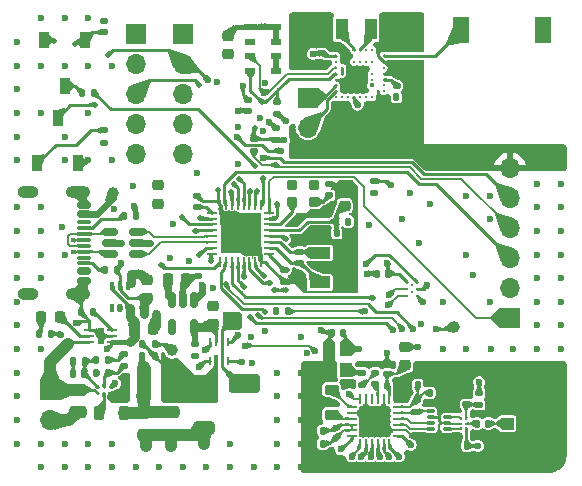
<source format=gtl>
G04 #@! TF.GenerationSoftware,KiCad,Pcbnew,8.0.1*
G04 #@! TF.CreationDate,2024-10-08T21:23:53-04:00*
G04 #@! TF.ProjectId,Digital,44696769-7461-46c2-9e6b-696361645f70,rev?*
G04 #@! TF.SameCoordinates,Original*
G04 #@! TF.FileFunction,Copper,L1,Top*
G04 #@! TF.FilePolarity,Positive*
%FSLAX46Y46*%
G04 Gerber Fmt 4.6, Leading zero omitted, Abs format (unit mm)*
G04 Created by KiCad (PCBNEW 8.0.1) date 2024-10-08 21:23:53*
%MOMM*%
%LPD*%
G01*
G04 APERTURE LIST*
G04 Aperture macros list*
%AMRoundRect*
0 Rectangle with rounded corners*
0 $1 Rounding radius*
0 $2 $3 $4 $5 $6 $7 $8 $9 X,Y pos of 4 corners*
0 Add a 4 corners polygon primitive as box body*
4,1,4,$2,$3,$4,$5,$6,$7,$8,$9,$2,$3,0*
0 Add four circle primitives for the rounded corners*
1,1,$1+$1,$2,$3*
1,1,$1+$1,$4,$5*
1,1,$1+$1,$6,$7*
1,1,$1+$1,$8,$9*
0 Add four rect primitives between the rounded corners*
20,1,$1+$1,$2,$3,$4,$5,0*
20,1,$1+$1,$4,$5,$6,$7,0*
20,1,$1+$1,$6,$7,$8,$9,0*
20,1,$1+$1,$8,$9,$2,$3,0*%
G04 Aperture macros list end*
G04 #@! TA.AperFunction,BGAPad,CuDef*
%ADD10C,0.270000*%
G04 #@! TD*
G04 #@! TA.AperFunction,SMDPad,CuDef*
%ADD11RoundRect,0.218750X-0.218750X-0.381250X0.218750X-0.381250X0.218750X0.381250X-0.218750X0.381250X0*%
G04 #@! TD*
G04 #@! TA.AperFunction,SMDPad,CuDef*
%ADD12RoundRect,0.225000X0.250000X-0.225000X0.250000X0.225000X-0.250000X0.225000X-0.250000X-0.225000X0*%
G04 #@! TD*
G04 #@! TA.AperFunction,SMDPad,CuDef*
%ADD13RoundRect,0.135000X-0.135000X-0.185000X0.135000X-0.185000X0.135000X0.185000X-0.135000X0.185000X0*%
G04 #@! TD*
G04 #@! TA.AperFunction,SMDPad,CuDef*
%ADD14R,0.950000X0.550000*%
G04 #@! TD*
G04 #@! TA.AperFunction,SMDPad,CuDef*
%ADD15C,0.200000*%
G04 #@! TD*
G04 #@! TA.AperFunction,SMDPad,CuDef*
%ADD16RoundRect,0.140000X0.170000X-0.140000X0.170000X0.140000X-0.170000X0.140000X-0.170000X-0.140000X0*%
G04 #@! TD*
G04 #@! TA.AperFunction,SMDPad,CuDef*
%ADD17RoundRect,0.062500X-0.062500X-0.062500X0.062500X-0.062500X0.062500X0.062500X-0.062500X0.062500X0*%
G04 #@! TD*
G04 #@! TA.AperFunction,SMDPad,CuDef*
%ADD18R,1.000000X1.150000*%
G04 #@! TD*
G04 #@! TA.AperFunction,SMDPad,CuDef*
%ADD19RoundRect,0.135000X0.185000X-0.135000X0.185000X0.135000X-0.185000X0.135000X-0.185000X-0.135000X0*%
G04 #@! TD*
G04 #@! TA.AperFunction,SMDPad,CuDef*
%ADD20RoundRect,0.140000X0.140000X0.170000X-0.140000X0.170000X-0.140000X-0.170000X0.140000X-0.170000X0*%
G04 #@! TD*
G04 #@! TA.AperFunction,SMDPad,CuDef*
%ADD21RoundRect,0.135000X0.135000X0.185000X-0.135000X0.185000X-0.135000X-0.185000X0.135000X-0.185000X0*%
G04 #@! TD*
G04 #@! TA.AperFunction,SMDPad,CuDef*
%ADD22C,1.000000*%
G04 #@! TD*
G04 #@! TA.AperFunction,SMDPad,CuDef*
%ADD23RoundRect,0.062500X0.375000X0.062500X-0.375000X0.062500X-0.375000X-0.062500X0.375000X-0.062500X0*%
G04 #@! TD*
G04 #@! TA.AperFunction,SMDPad,CuDef*
%ADD24RoundRect,0.062500X0.062500X0.375000X-0.062500X0.375000X-0.062500X-0.375000X0.062500X-0.375000X0*%
G04 #@! TD*
G04 #@! TA.AperFunction,HeatsinkPad*
%ADD25R,3.450000X3.450000*%
G04 #@! TD*
G04 #@! TA.AperFunction,ComponentPad*
%ADD26R,1.700000X1.700000*%
G04 #@! TD*
G04 #@! TA.AperFunction,ComponentPad*
%ADD27O,1.700000X1.700000*%
G04 #@! TD*
G04 #@! TA.AperFunction,SMDPad,CuDef*
%ADD28R,1.000000X1.000000*%
G04 #@! TD*
G04 #@! TA.AperFunction,SMDPad,CuDef*
%ADD29R,2.200000X1.050000*%
G04 #@! TD*
G04 #@! TA.AperFunction,SMDPad,CuDef*
%ADD30RoundRect,0.140000X-0.140000X-0.170000X0.140000X-0.170000X0.140000X0.170000X-0.140000X0.170000X0*%
G04 #@! TD*
G04 #@! TA.AperFunction,SMDPad,CuDef*
%ADD31RoundRect,0.150000X-0.150000X0.512500X-0.150000X-0.512500X0.150000X-0.512500X0.150000X0.512500X0*%
G04 #@! TD*
G04 #@! TA.AperFunction,SMDPad,CuDef*
%ADD32R,0.811200X1.406398*%
G04 #@! TD*
G04 #@! TA.AperFunction,SMDPad,CuDef*
%ADD33R,1.362800X2.259800*%
G04 #@! TD*
G04 #@! TA.AperFunction,SMDPad,CuDef*
%ADD34RoundRect,0.150000X0.512500X0.150000X-0.512500X0.150000X-0.512500X-0.150000X0.512500X-0.150000X0*%
G04 #@! TD*
G04 #@! TA.AperFunction,SMDPad,CuDef*
%ADD35RoundRect,0.135000X-0.185000X0.135000X-0.185000X-0.135000X0.185000X-0.135000X0.185000X0.135000X0*%
G04 #@! TD*
G04 #@! TA.AperFunction,SMDPad,CuDef*
%ADD36RoundRect,0.218750X0.218750X0.256250X-0.218750X0.256250X-0.218750X-0.256250X0.218750X-0.256250X0*%
G04 #@! TD*
G04 #@! TA.AperFunction,SMDPad,CuDef*
%ADD37RoundRect,0.225000X-0.250000X0.225000X-0.250000X-0.225000X0.250000X-0.225000X0.250000X0.225000X0*%
G04 #@! TD*
G04 #@! TA.AperFunction,SMDPad,CuDef*
%ADD38RoundRect,0.140000X-0.170000X0.140000X-0.170000X-0.140000X0.170000X-0.140000X0.170000X0.140000X0*%
G04 #@! TD*
G04 #@! TA.AperFunction,SMDPad,CuDef*
%ADD39R,0.804800X0.249200*%
G04 #@! TD*
G04 #@! TA.AperFunction,SMDPad,CuDef*
%ADD40R,0.610000X1.420000*%
G04 #@! TD*
G04 #@! TA.AperFunction,SMDPad,CuDef*
%ADD41RoundRect,0.250000X-0.475000X0.250000X-0.475000X-0.250000X0.475000X-0.250000X0.475000X0.250000X0*%
G04 #@! TD*
G04 #@! TA.AperFunction,SMDPad,CuDef*
%ADD42R,0.228600X0.711200*%
G04 #@! TD*
G04 #@! TA.AperFunction,SMDPad,CuDef*
%ADD43RoundRect,0.062500X-0.062500X0.350000X-0.062500X-0.350000X0.062500X-0.350000X0.062500X0.350000X0*%
G04 #@! TD*
G04 #@! TA.AperFunction,SMDPad,CuDef*
%ADD44RoundRect,0.062500X-0.350000X0.062500X-0.350000X-0.062500X0.350000X-0.062500X0.350000X0.062500X0*%
G04 #@! TD*
G04 #@! TA.AperFunction,HeatsinkPad*
%ADD45R,2.600000X2.600000*%
G04 #@! TD*
G04 #@! TA.AperFunction,SMDPad,CuDef*
%ADD46RoundRect,0.218750X-0.381250X0.218750X-0.381250X-0.218750X0.381250X-0.218750X0.381250X0.218750X0*%
G04 #@! TD*
G04 #@! TA.AperFunction,SMDPad,CuDef*
%ADD47C,0.279400*%
G04 #@! TD*
G04 #@! TA.AperFunction,SMDPad,CuDef*
%ADD48RoundRect,0.100000X-0.100000X0.225000X-0.100000X-0.225000X0.100000X-0.225000X0.100000X0.225000X0*%
G04 #@! TD*
G04 #@! TA.AperFunction,SMDPad,CuDef*
%ADD49RoundRect,0.147500X0.147500X0.172500X-0.147500X0.172500X-0.147500X-0.172500X0.147500X-0.172500X0*%
G04 #@! TD*
G04 #@! TA.AperFunction,SMDPad,CuDef*
%ADD50RoundRect,0.225000X-0.225000X-0.250000X0.225000X-0.250000X0.225000X0.250000X-0.225000X0.250000X0*%
G04 #@! TD*
G04 #@! TA.AperFunction,SMDPad,CuDef*
%ADD51RoundRect,0.200000X-0.250000X0.200000X-0.250000X-0.200000X0.250000X-0.200000X0.250000X0.200000X0*%
G04 #@! TD*
G04 #@! TA.AperFunction,SMDPad,CuDef*
%ADD52RoundRect,0.147500X-0.172500X0.147500X-0.172500X-0.147500X0.172500X-0.147500X0.172500X0.147500X0*%
G04 #@! TD*
G04 #@! TA.AperFunction,SMDPad,CuDef*
%ADD53RoundRect,0.075000X-0.225000X-0.075000X0.225000X-0.075000X0.225000X0.075000X-0.225000X0.075000X0*%
G04 #@! TD*
G04 #@! TA.AperFunction,SMDPad,CuDef*
%ADD54RoundRect,0.075000X-0.075000X-0.237500X0.075000X-0.237500X0.075000X0.237500X-0.075000X0.237500X0*%
G04 #@! TD*
G04 #@! TA.AperFunction,SMDPad,CuDef*
%ADD55R,1.000000X1.800000*%
G04 #@! TD*
G04 #@! TA.AperFunction,SMDPad,CuDef*
%ADD56RoundRect,0.150000X-0.425000X0.150000X-0.425000X-0.150000X0.425000X-0.150000X0.425000X0.150000X0*%
G04 #@! TD*
G04 #@! TA.AperFunction,SMDPad,CuDef*
%ADD57RoundRect,0.075000X-0.500000X0.075000X-0.500000X-0.075000X0.500000X-0.075000X0.500000X0.075000X0*%
G04 #@! TD*
G04 #@! TA.AperFunction,ComponentPad*
%ADD58O,2.100000X1.000000*%
G04 #@! TD*
G04 #@! TA.AperFunction,ComponentPad*
%ADD59O,1.800000X1.000000*%
G04 #@! TD*
G04 #@! TA.AperFunction,SMDPad,CuDef*
%ADD60R,1.800000X1.000000*%
G04 #@! TD*
G04 #@! TA.AperFunction,SMDPad,CuDef*
%ADD61RoundRect,0.250000X-0.650000X0.325000X-0.650000X-0.325000X0.650000X-0.325000X0.650000X0.325000X0*%
G04 #@! TD*
G04 #@! TA.AperFunction,SMDPad,CuDef*
%ADD62RoundRect,0.250000X-0.375000X-1.075000X0.375000X-1.075000X0.375000X1.075000X-0.375000X1.075000X0*%
G04 #@! TD*
G04 #@! TA.AperFunction,ViaPad*
%ADD63C,0.600000*%
G04 #@! TD*
G04 #@! TA.AperFunction,ViaPad*
%ADD64C,0.500000*%
G04 #@! TD*
G04 #@! TA.AperFunction,ViaPad*
%ADD65C,0.400000*%
G04 #@! TD*
G04 #@! TA.AperFunction,Conductor*
%ADD66C,0.220000*%
G04 #@! TD*
G04 #@! TA.AperFunction,Conductor*
%ADD67C,0.200000*%
G04 #@! TD*
G04 #@! TA.AperFunction,Conductor*
%ADD68C,0.800000*%
G04 #@! TD*
G04 #@! TA.AperFunction,Conductor*
%ADD69C,0.400000*%
G04 #@! TD*
G04 #@! TA.AperFunction,Conductor*
%ADD70C,0.300000*%
G04 #@! TD*
G04 #@! TA.AperFunction,Conductor*
%ADD71C,1.000000*%
G04 #@! TD*
G04 #@! TA.AperFunction,Conductor*
%ADD72C,0.600000*%
G04 #@! TD*
G04 #@! TA.AperFunction,Conductor*
%ADD73C,0.500000*%
G04 #@! TD*
G04 #@! TA.AperFunction,Conductor*
%ADD74C,0.240000*%
G04 #@! TD*
G04 #@! TA.AperFunction,Conductor*
%ADD75C,0.250000*%
G04 #@! TD*
G04 #@! TA.AperFunction,Conductor*
%ADD76C,0.167100*%
G04 #@! TD*
G04 APERTURE END LIST*
D10*
X178000000Y-117680000D03*
X178500000Y-117680000D03*
X179000000Y-117680000D03*
X179500000Y-117680000D03*
X180000000Y-117680000D03*
X180500000Y-117680000D03*
X181000000Y-117680000D03*
X181500000Y-117680000D03*
X182010711Y-117668389D03*
X178000000Y-118180000D03*
X178500000Y-118180000D03*
X181500000Y-118180000D03*
X182000000Y-118180000D03*
X178000000Y-118680000D03*
X179000000Y-118680000D03*
X179500000Y-118680000D03*
X180000000Y-118680000D03*
X180500000Y-118680000D03*
X181000000Y-118680000D03*
X182000000Y-118680000D03*
X178000000Y-119180000D03*
X178500000Y-119180000D03*
X182000000Y-119180000D03*
X178000000Y-119680000D03*
X178500000Y-119680000D03*
X179000000Y-119680000D03*
X179500000Y-119680000D03*
X181000000Y-119680000D03*
X182000000Y-119680000D03*
X178000000Y-120180000D03*
X179000000Y-120180000D03*
X179500000Y-120180000D03*
X181000000Y-120180000D03*
X182000000Y-120180000D03*
X178000000Y-120680000D03*
X179000000Y-120680000D03*
X179500000Y-120680000D03*
X180000000Y-120680000D03*
X180500000Y-120680000D03*
X181000000Y-120680000D03*
X182000000Y-120680000D03*
X178000000Y-121180000D03*
X181500000Y-121180000D03*
X182000000Y-121180000D03*
X178000000Y-121680000D03*
X178500000Y-121680000D03*
X179000000Y-121680000D03*
X179500000Y-121680000D03*
X180000000Y-121680000D03*
X180500000Y-121680000D03*
X181000000Y-121680000D03*
X181500000Y-121680000D03*
X182000000Y-121680000D03*
D11*
X157937500Y-148400000D03*
X160062500Y-148400000D03*
D12*
X162900000Y-130675000D03*
X162900000Y-129125000D03*
D13*
X158390000Y-136300000D03*
X159410000Y-136300000D03*
D14*
X172875000Y-119475000D03*
X172875000Y-118225000D03*
X172875000Y-116975000D03*
X172875000Y-115725000D03*
X170725000Y-115725000D03*
X170725000Y-116975000D03*
X170725000Y-118225000D03*
X170725000Y-119475000D03*
D15*
X184800000Y-138500000D03*
X184000000Y-138500000D03*
X184400000Y-138200000D03*
X184800000Y-137900000D03*
X184000000Y-137900000D03*
X184400000Y-137600000D03*
X184800000Y-137300000D03*
X184000000Y-137300000D03*
D16*
X174900000Y-136680000D03*
X174900000Y-135720000D03*
D17*
X188600000Y-148900000D03*
X188600000Y-149300000D03*
X188600000Y-149700000D03*
X189000000Y-149700000D03*
X189000000Y-149300000D03*
X189000000Y-148900000D03*
D18*
X177400000Y-143025000D03*
X177400000Y-144775000D03*
X178800000Y-144775000D03*
X178800000Y-143025000D03*
D13*
X156490000Y-121300000D03*
X157510000Y-121300000D03*
D19*
X160000000Y-144410000D03*
X160000000Y-143390000D03*
D20*
X176880000Y-149900000D03*
X175920000Y-149900000D03*
D13*
X157690000Y-145000000D03*
X158710000Y-145000000D03*
D20*
X176880000Y-151000000D03*
X175920000Y-151000000D03*
D12*
X168800000Y-118000000D03*
X168800000Y-116450000D03*
D21*
X162610000Y-142600000D03*
X161590000Y-142600000D03*
D22*
X159100000Y-129800000D03*
D23*
X172337500Y-134950000D03*
X172337500Y-134450000D03*
X172337500Y-133950000D03*
X172337500Y-133450000D03*
X172337500Y-132950000D03*
X172337500Y-132450000D03*
X172337500Y-131950000D03*
X172337500Y-131450000D03*
D24*
X171650000Y-130762500D03*
X171150000Y-130762500D03*
X170650000Y-130762500D03*
X170150000Y-130762500D03*
X169650000Y-130762500D03*
X169150000Y-130762500D03*
X168650000Y-130762500D03*
X168150000Y-130762500D03*
D23*
X167462500Y-131450000D03*
X167462500Y-131950000D03*
X167462500Y-132450000D03*
X167462500Y-132950000D03*
X167462500Y-133450000D03*
X167462500Y-133950000D03*
X167462500Y-134450000D03*
X167462500Y-134950000D03*
D24*
X168150000Y-135637500D03*
X168650000Y-135637500D03*
X169150000Y-135637500D03*
X169650000Y-135637500D03*
X170150000Y-135637500D03*
X170650000Y-135637500D03*
X171150000Y-135637500D03*
X171650000Y-135637500D03*
D25*
X169900000Y-133200000D03*
D26*
X165000000Y-116340000D03*
D27*
X165000000Y-118880000D03*
X165000000Y-121420000D03*
X165000000Y-123960000D03*
X165000000Y-126500000D03*
D21*
X162710000Y-140000000D03*
X161690000Y-140000000D03*
D28*
X192500000Y-149300000D03*
D29*
X194000000Y-147825000D03*
D28*
X195500000Y-149300000D03*
D29*
X194000000Y-150775000D03*
D26*
X192700000Y-140350000D03*
D27*
X192700000Y-137810000D03*
X192700000Y-135270000D03*
X192700000Y-132730000D03*
X192700000Y-130190000D03*
X192700000Y-127650000D03*
D30*
X189920000Y-149300000D03*
X190880000Y-149300000D03*
D31*
X165950000Y-138862500D03*
X165000000Y-138862500D03*
X164050000Y-138862500D03*
X164050000Y-141137500D03*
X165950000Y-141137500D03*
D20*
X184880000Y-146000000D03*
X183920000Y-146000000D03*
D32*
X152649998Y-127277200D03*
X156150002Y-127277200D03*
X154400000Y-123392600D03*
D20*
X178580000Y-141600000D03*
X177620000Y-141600000D03*
D16*
X182300000Y-145080000D03*
X182300000Y-144120000D03*
D33*
X195462701Y-116000000D03*
X188537299Y-116000000D03*
D30*
X178020000Y-133200000D03*
X178980000Y-133200000D03*
D19*
X173000000Y-123110000D03*
X173000000Y-122090000D03*
X190100000Y-147710000D03*
X190100000Y-146690000D03*
D34*
X161137500Y-134950000D03*
X161137500Y-134000000D03*
X161137500Y-133050000D03*
X158862500Y-133050000D03*
X158862500Y-134000000D03*
X158862500Y-134950000D03*
D35*
X166000000Y-142590000D03*
X166000000Y-143610000D03*
D19*
X181200000Y-129810000D03*
X181200000Y-128790000D03*
D36*
X154587500Y-140300000D03*
X153012500Y-140300000D03*
D19*
X158300000Y-125510000D03*
X158300000Y-124490000D03*
D37*
X162000000Y-137125000D03*
X162000000Y-138675000D03*
D16*
X158300000Y-116180000D03*
X158300000Y-115220000D03*
D20*
X182380000Y-136600000D03*
X181420000Y-136600000D03*
D32*
X156750002Y-116822801D03*
X153249998Y-116822801D03*
X155000000Y-120707401D03*
D38*
X170500000Y-121920000D03*
X170500000Y-122880000D03*
D16*
X176800000Y-117960000D03*
X176800000Y-117000000D03*
D39*
X157095198Y-141400002D03*
X157095198Y-141900001D03*
X157095198Y-142400000D03*
X159000000Y-142400000D03*
X159000000Y-141900001D03*
X159000000Y-141400002D03*
D40*
X158047599Y-141900001D03*
D41*
X164000000Y-148350000D03*
X164000000Y-150250000D03*
D30*
X155720000Y-145100000D03*
X156680000Y-145100000D03*
D12*
X183800000Y-144375000D03*
X183800000Y-142825000D03*
D16*
X189000000Y-147680000D03*
X189000000Y-146720000D03*
D38*
X173600000Y-136320000D03*
X173600000Y-137280000D03*
D13*
X183090000Y-121680000D03*
X184110000Y-121680000D03*
X155690000Y-144000000D03*
X156710000Y-144000000D03*
D16*
X174900000Y-134780000D03*
X174900000Y-133820000D03*
D42*
X168800000Y-142400000D03*
X168299874Y-142400000D03*
X167799748Y-142400000D03*
X167299622Y-142400000D03*
X167299622Y-144000200D03*
X167799748Y-144000200D03*
X168299874Y-144000200D03*
X168800000Y-144000200D03*
D13*
X159990000Y-131700000D03*
X161010000Y-131700000D03*
D35*
X180200000Y-144990000D03*
X180200000Y-146010000D03*
D26*
X161000000Y-116340000D03*
D27*
X161000000Y-118880000D03*
X161000000Y-121420000D03*
X161000000Y-123960000D03*
X161000000Y-126500000D03*
D43*
X182500000Y-147200000D03*
X182000000Y-147200000D03*
X181500000Y-147200000D03*
X181000000Y-147200000D03*
X180500000Y-147200000D03*
X180000000Y-147200000D03*
D44*
X179312500Y-147887500D03*
X179312500Y-148387500D03*
X179312500Y-148887500D03*
X179312500Y-149387500D03*
X179312500Y-149887500D03*
X179312500Y-150387500D03*
D43*
X180000000Y-151075000D03*
X180500000Y-151075000D03*
X181000000Y-151075000D03*
X181500000Y-151075000D03*
X182000000Y-151075000D03*
X182500000Y-151075000D03*
D44*
X183187500Y-150387500D03*
X183187500Y-149887500D03*
X183187500Y-149387500D03*
X183187500Y-148887500D03*
X183187500Y-148387500D03*
X183187500Y-147887500D03*
D45*
X181250000Y-149137500D03*
D46*
X177600000Y-146437500D03*
X177600000Y-148562500D03*
D13*
X161590000Y-143600000D03*
X162610000Y-143600000D03*
D26*
X175600000Y-121700000D03*
D27*
X175600000Y-124240000D03*
D47*
X158800000Y-146250000D03*
X158800000Y-146750000D03*
X158300000Y-146250000D03*
X158300000Y-146750000D03*
X157800000Y-146250000D03*
X157800000Y-146750000D03*
D41*
X161900000Y-148350000D03*
X161900000Y-150250000D03*
D13*
X157690000Y-143900000D03*
X158710000Y-143900000D03*
D22*
X164100000Y-143100000D03*
D19*
X183100000Y-120690000D03*
X183100000Y-119670000D03*
D35*
X171000000Y-125190000D03*
X171000000Y-126210000D03*
D48*
X160350000Y-137650000D03*
X159700000Y-137650000D03*
X159050000Y-137650000D03*
X159050000Y-139550000D03*
X159700000Y-139550000D03*
X160350000Y-139550000D03*
D20*
X189080000Y-151200000D03*
X188120000Y-151200000D03*
D49*
X178985000Y-132200000D03*
X178015000Y-132200000D03*
D38*
X181300000Y-145020000D03*
X181300000Y-145980000D03*
D16*
X177400000Y-129980000D03*
X177400000Y-129020000D03*
D20*
X173880000Y-139800000D03*
X172920000Y-139800000D03*
D50*
X163725000Y-137100000D03*
X165275000Y-137100000D03*
D51*
X176125000Y-129075000D03*
X174275000Y-129075000D03*
X174275000Y-130525000D03*
X176125000Y-130525000D03*
D52*
X184800000Y-147315000D03*
X184800000Y-148285000D03*
D12*
X178700000Y-130875000D03*
X178700000Y-129325000D03*
D21*
X157410000Y-139900000D03*
X156390000Y-139900000D03*
D30*
X185920000Y-146700000D03*
X186880000Y-146700000D03*
D41*
X156100000Y-146450000D03*
X156100000Y-148350000D03*
D21*
X153810000Y-141700000D03*
X152790000Y-141700000D03*
D50*
X160925000Y-141300000D03*
X162475000Y-141300000D03*
D53*
X186000000Y-148250000D03*
X186000000Y-148750000D03*
X186000000Y-149250000D03*
X186000000Y-149750000D03*
D54*
X186700000Y-150062500D03*
D53*
X187400000Y-149750000D03*
X187400000Y-149250000D03*
X187400000Y-148750000D03*
X187400000Y-148250000D03*
D54*
X186700000Y-147937500D03*
D55*
X180950000Y-115880000D03*
X178450000Y-115880000D03*
D12*
X167600000Y-140875000D03*
X167600000Y-139325000D03*
D19*
X172900000Y-125310000D03*
X172900000Y-124290000D03*
D22*
X188000000Y-141100000D03*
D56*
X156680000Y-130800000D03*
X156680000Y-131600000D03*
D57*
X156680000Y-132750000D03*
X156680000Y-133750000D03*
X156680000Y-134250000D03*
X156680000Y-135250000D03*
D56*
X156680000Y-136400000D03*
X156680000Y-137200000D03*
X156680000Y-137200000D03*
X156680000Y-136400000D03*
D57*
X156680000Y-135750000D03*
X156680000Y-134750000D03*
X156680000Y-133250000D03*
X156680000Y-132250000D03*
D56*
X156680000Y-131600000D03*
X156680000Y-130800000D03*
D58*
X156105000Y-129680000D03*
D59*
X151925000Y-129680000D03*
D58*
X156105000Y-138320000D03*
D59*
X151925000Y-138320000D03*
D16*
X166200000Y-130980000D03*
X166200000Y-130020000D03*
D60*
X176600000Y-137350000D03*
X176600000Y-134850000D03*
D61*
X166800000Y-146725000D03*
X166800000Y-149675000D03*
D62*
X161700000Y-145800000D03*
X164500000Y-145800000D03*
D26*
X153800000Y-146500000D03*
D27*
X153800000Y-149040000D03*
D63*
X185133598Y-140877534D03*
X197000000Y-129000000D03*
X153000000Y-135000000D03*
X181000000Y-124000000D03*
X197000000Y-127000000D03*
X191000000Y-132000000D03*
X187000000Y-127000000D03*
X159800000Y-135700000D03*
D64*
X174300000Y-129100000D03*
D63*
X155000000Y-115000000D03*
X157000000Y-127000000D03*
X160800000Y-129200000D03*
X189600000Y-136700000D03*
X159000000Y-153000000D03*
X151000000Y-149000000D03*
X191000000Y-130000000D03*
X195000000Y-133000000D03*
X185000000Y-127000000D03*
X155000000Y-127000000D03*
X169000000Y-151000000D03*
X191000000Y-151000000D03*
X166800000Y-151000000D03*
X179000000Y-123999999D03*
X174600000Y-132300000D03*
X170800000Y-142000000D03*
X153000000Y-143000000D03*
X197000000Y-135000000D03*
X195000000Y-143000000D03*
X195000000Y-135000000D03*
X151000000Y-137000000D03*
X180600000Y-136600000D03*
X151000000Y-143000000D03*
X175000000Y-115000000D03*
X165500000Y-135500000D03*
X195000000Y-129000000D03*
X159000000Y-119000000D03*
X155000000Y-135000000D03*
X171800000Y-115700000D03*
X182300000Y-143300000D03*
X155000000Y-125000000D03*
X195000000Y-131000000D03*
D64*
X172920000Y-139800000D03*
D63*
X167600000Y-139325000D03*
X187200000Y-147600000D03*
X191000000Y-127000000D03*
X180200000Y-119500000D03*
X195000000Y-141000000D03*
X151000000Y-119000000D03*
X175000000Y-119000000D03*
X189000000Y-127000000D03*
X187000000Y-153000000D03*
X159000000Y-127000000D03*
X163900000Y-135300000D03*
X178700000Y-129325000D03*
X183600000Y-132000000D03*
X197000000Y-143000000D03*
X193000000Y-145000000D03*
X195000000Y-137000000D03*
X185000000Y-115000000D03*
X157000000Y-115000000D03*
X164000000Y-151200000D03*
D64*
X174000000Y-137280000D03*
D63*
X176700000Y-141400000D03*
X162200000Y-134000000D03*
X169700000Y-124200000D03*
X183000000Y-124000000D03*
X185000000Y-134000000D03*
X161900000Y-151200000D03*
X185000000Y-117000000D03*
X181000000Y-125986223D03*
X197000000Y-131000000D03*
D65*
X169155643Y-133858313D03*
D63*
X180800000Y-132500000D03*
X175000000Y-149000000D03*
X166900000Y-143100000D03*
X177000000Y-115000000D03*
X177100000Y-131500000D03*
X173000000Y-153000000D03*
X151000000Y-141000000D03*
X185900000Y-130700000D03*
X151000000Y-123000000D03*
X186500000Y-151000000D03*
D64*
X166200000Y-130020000D03*
D63*
X173000000Y-145000000D03*
X175000000Y-147000000D03*
X183000000Y-126000000D03*
X193000000Y-153000000D03*
X195000000Y-145000000D03*
X153000000Y-153000000D03*
X167600000Y-137800000D03*
X195000000Y-139000000D03*
X183000000Y-115000000D03*
X174671863Y-125661489D03*
X157000000Y-123000000D03*
X166400000Y-144500000D03*
X153000000Y-131000000D03*
X191000000Y-153000000D03*
X157000000Y-151000000D03*
X154800000Y-132700000D03*
X169700000Y-127300000D03*
X191000000Y-139000000D03*
X195000000Y-153000000D03*
X189000000Y-143000000D03*
X189000000Y-135000000D03*
X169700000Y-141800000D03*
X169700000Y-122800000D03*
X197000000Y-151000000D03*
X153000000Y-115000000D03*
X153000000Y-133000000D03*
X177621117Y-151911268D03*
X167000000Y-153000000D03*
X185000000Y-150300000D03*
X186400000Y-141300000D03*
X166200000Y-128100000D03*
X151000000Y-135000000D03*
D64*
X179000000Y-133200000D03*
D63*
X184200000Y-129800000D03*
X187000000Y-139000000D03*
X151000000Y-117000000D03*
X160900000Y-130900000D03*
D64*
X154100000Y-116900000D03*
D65*
X169140958Y-132588106D03*
D63*
X160000000Y-147100000D03*
X197000000Y-139000000D03*
X185300000Y-139000000D03*
X191000000Y-147000000D03*
X151000000Y-127000000D03*
X155000000Y-151000000D03*
X159000000Y-151000000D03*
X176300000Y-133100000D03*
X178884052Y-145982607D03*
D64*
X168000000Y-129500000D03*
D63*
X153000000Y-137000000D03*
X173000000Y-149000000D03*
X161000000Y-153000000D03*
X160000000Y-143390000D03*
X197000000Y-141000000D03*
X175000000Y-151000000D03*
X197000000Y-147000000D03*
X187000000Y-145000000D03*
X187300000Y-151200000D03*
X175000000Y-145000000D03*
X160000000Y-145400000D03*
X189000000Y-130000000D03*
X167900000Y-120400000D03*
X171500000Y-123400000D03*
X173000000Y-147000000D03*
D65*
X169171328Y-134543565D03*
D63*
X151000000Y-147000000D03*
X197000000Y-137000000D03*
X177000000Y-126000000D03*
X173000000Y-151000000D03*
X159200000Y-131100000D03*
X153000000Y-123000000D03*
X177300000Y-124000000D03*
X177000000Y-119000000D03*
X195000000Y-127000000D03*
X157000000Y-153000000D03*
D65*
X169133616Y-131890594D03*
D63*
X172000000Y-141500000D03*
X175000000Y-117000000D03*
X151000000Y-125000000D03*
X197000000Y-133000000D03*
X151000000Y-133000000D03*
X166400000Y-136800000D03*
X193000000Y-143000000D03*
X191000000Y-145000000D03*
X153000000Y-119000000D03*
X169000000Y-153000000D03*
X155000000Y-153000000D03*
D64*
X174900000Y-136680000D03*
D63*
X164200000Y-132400000D03*
X151000000Y-121000000D03*
X178300000Y-135700000D03*
X171800000Y-124500000D03*
X162900000Y-129125000D03*
X171000000Y-153000000D03*
X182600000Y-129100000D03*
X185000000Y-145000000D03*
X197000000Y-149000000D03*
X187000000Y-143000000D03*
X172000000Y-120500000D03*
X151000000Y-139000000D03*
X177000000Y-153000000D03*
X170900000Y-144200000D03*
X183000000Y-117000000D03*
X191102525Y-143000000D03*
X160000000Y-146200000D03*
X197000000Y-145000000D03*
X158300000Y-115220000D03*
X175500000Y-143300000D03*
X163000000Y-153000000D03*
X151000000Y-151000000D03*
X179000000Y-126000000D03*
X184900000Y-142800000D03*
X175000000Y-142000000D03*
X151000000Y-145000000D03*
X151000000Y-131000000D03*
X175000000Y-153000000D03*
X153000000Y-151000000D03*
X189000000Y-144934021D03*
X165000000Y-153000000D03*
X189000000Y-153000000D03*
X172900000Y-116400000D03*
X179300000Y-137500000D03*
X156000000Y-140800000D03*
X157000000Y-119000000D03*
X185000000Y-153000000D03*
X155000000Y-119000000D03*
X157700000Y-145000000D03*
X163725000Y-137100000D03*
X159800000Y-134000000D03*
X166600000Y-137600000D03*
X160625000Y-136600000D03*
X157700000Y-131600000D03*
X156680000Y-136400000D03*
X178000000Y-149700000D03*
D64*
X158300000Y-125510000D03*
D63*
X171200000Y-145400000D03*
X169700000Y-141075032D03*
D64*
X166200000Y-130980000D03*
D63*
X162900000Y-130675000D03*
X168700000Y-140075032D03*
X168700000Y-141075032D03*
X182300000Y-146100000D03*
X179800000Y-122300000D03*
D64*
X170200000Y-137700000D03*
D63*
X169700000Y-140075032D03*
X171200000Y-146400000D03*
D64*
X155900000Y-117200000D03*
D63*
X173600000Y-125300000D03*
D64*
X168800000Y-118000000D03*
X173800000Y-136300000D03*
D63*
X182300000Y-135700000D03*
X190000000Y-151200000D03*
X170200000Y-145400000D03*
X169200000Y-146400000D03*
X176000000Y-118000000D03*
X173700000Y-123700000D03*
X178985000Y-132200000D03*
D64*
X177400000Y-129980000D03*
D63*
X169200000Y-145400000D03*
X172900000Y-118800000D03*
X170200000Y-146400000D03*
D64*
X171100000Y-124300000D03*
D63*
X178000000Y-150500000D03*
X170100000Y-120700000D03*
X173300000Y-126200000D03*
D64*
X173700000Y-133700000D03*
D63*
X180900000Y-152100000D03*
X173900000Y-139780000D03*
D64*
X157600000Y-122300000D03*
D63*
X169600000Y-125000000D03*
D64*
X158700000Y-118100000D03*
D63*
X180400000Y-139800000D03*
X167100000Y-120200000D03*
D64*
X166500000Y-131900000D03*
X166400000Y-135000000D03*
X167400000Y-135500000D03*
D63*
X176125000Y-129075000D03*
D64*
X181200000Y-129810000D03*
X170200000Y-136900000D03*
X171700000Y-122100000D03*
D63*
X172300000Y-123800000D03*
D64*
X172400000Y-137400000D03*
D63*
X171900000Y-121300000D03*
X182400000Y-139300000D03*
X182800000Y-141400000D03*
X182500000Y-152100000D03*
D64*
X170700000Y-140300000D03*
X169300000Y-129000000D03*
D63*
X181700000Y-152100000D03*
D64*
X181100000Y-138700000D03*
D63*
X185700000Y-137600000D03*
D64*
X171400000Y-140100000D03*
X170700000Y-129600000D03*
D63*
X182500000Y-138400000D03*
X183300000Y-152100000D03*
X183600000Y-141300000D03*
D64*
X172900000Y-127400000D03*
X173000000Y-130700000D03*
D63*
X171800000Y-126800000D03*
D64*
X171800000Y-128500000D03*
D63*
X179100000Y-146800000D03*
X179900000Y-143000000D03*
D64*
X163200000Y-135900000D03*
X166000000Y-133000000D03*
D63*
X178400000Y-151500000D03*
X190100000Y-145800000D03*
D64*
X169100000Y-129700000D03*
D63*
X184300000Y-151100000D03*
X184500000Y-141300000D03*
D64*
X168700000Y-137500000D03*
D63*
X180500000Y-135800000D03*
D64*
X173700000Y-138000000D03*
X172700000Y-138000000D03*
X171300000Y-129600000D03*
X169800000Y-128600000D03*
X166400000Y-120600000D03*
D65*
X155700000Y-133800000D03*
X155700000Y-134800000D03*
X181000000Y-120680000D03*
X183090000Y-121680000D03*
D63*
X170000000Y-144100000D03*
X166000000Y-143610000D03*
X176200000Y-143200000D03*
X170300000Y-142700000D03*
D64*
X164900000Y-131800000D03*
D63*
X179300000Y-152100000D03*
X180100000Y-152100000D03*
D64*
X172000000Y-139900000D03*
X171100000Y-127500000D03*
X171900000Y-136800000D03*
D63*
X160062500Y-148400000D03*
X155720000Y-145100000D03*
X158600000Y-143000000D03*
X154700000Y-141800000D03*
X160500000Y-139550000D03*
X159700000Y-139550000D03*
X159300000Y-145900000D03*
X162610000Y-142600000D03*
D66*
X182000000Y-118180000D02*
X186357299Y-118180000D01*
X186357299Y-118180000D02*
X188537299Y-116000000D01*
X154022801Y-116822801D02*
X154100000Y-116900000D01*
X166680000Y-130500000D02*
X167887500Y-130500000D01*
D67*
X175920000Y-151000000D02*
X175920000Y-149900000D01*
D68*
X161690000Y-138985000D02*
X162000000Y-138675000D01*
D66*
X167299622Y-142400000D02*
X167299622Y-142700378D01*
D69*
X172900000Y-116400000D02*
X172875000Y-116425000D01*
D66*
X169100000Y-142400000D02*
X169700000Y-141800000D01*
X157095198Y-140605198D02*
X156194802Y-140605198D01*
X166200000Y-130020000D02*
X166680000Y-130500000D01*
D67*
X182000000Y-149887500D02*
X181250000Y-149137500D01*
X180500000Y-147200000D02*
X180500000Y-148387500D01*
D70*
X166400000Y-136800000D02*
X165575000Y-136800000D01*
D66*
X181500000Y-118180000D02*
X181500000Y-117680000D01*
X159700000Y-136800000D02*
X159700000Y-137650000D01*
X186700000Y-148700000D02*
X186700000Y-147937500D01*
D71*
X161900000Y-150250000D02*
X164000000Y-150250000D01*
D66*
X166899800Y-144000200D02*
X166400000Y-144500000D01*
X168800000Y-142400000D02*
X169100000Y-142400000D01*
D69*
X171800000Y-115700000D02*
X171825000Y-115725000D01*
D70*
X165575000Y-136800000D02*
X165275000Y-137100000D01*
D66*
X156194802Y-140605198D02*
X156000000Y-140800000D01*
X171957500Y-135637500D02*
X173600000Y-137280000D01*
X182290000Y-128790000D02*
X182600000Y-129100000D01*
X186850000Y-149250000D02*
X186700000Y-149100000D01*
X181200000Y-128790000D02*
X182290000Y-128790000D01*
D67*
X184900000Y-150200000D02*
X185000000Y-150300000D01*
D66*
X178000000Y-120180000D02*
X179000000Y-120180000D01*
X167887500Y-130500000D02*
X168150000Y-130762500D01*
D67*
X177400000Y-141820000D02*
X177620000Y-141600000D01*
D66*
X171650000Y-134950000D02*
X169900000Y-133200000D01*
X183090000Y-119680000D02*
X183100000Y-119670000D01*
D67*
X183187500Y-149887500D02*
X182000000Y-149887500D01*
D66*
X186700000Y-150062500D02*
X186700000Y-150800000D01*
X159800000Y-135910000D02*
X159800000Y-135700000D01*
X168150000Y-130762500D02*
X168000000Y-130612500D01*
D72*
X156680000Y-137200000D02*
X156680000Y-137745000D01*
D66*
X178395000Y-129020000D02*
X178700000Y-129325000D01*
D67*
X182000000Y-147200000D02*
X182000000Y-148387500D01*
D66*
X167299622Y-142700378D02*
X166900000Y-143100000D01*
X156722800Y-127277200D02*
X157000000Y-127000000D01*
X179500000Y-119680000D02*
X180020000Y-119680000D01*
D67*
X187400000Y-149250000D02*
X187450000Y-149300000D01*
X187400000Y-149250000D02*
X186850000Y-149250000D01*
D66*
X183800000Y-142825000D02*
X184875000Y-142825000D01*
X186650000Y-148750000D02*
X186700000Y-148700000D01*
X167299622Y-144000200D02*
X166899800Y-144000200D01*
X159410000Y-136510000D02*
X159700000Y-136800000D01*
X171650000Y-135637500D02*
X171650000Y-134950000D01*
X159490000Y-143900000D02*
X158710000Y-143900000D01*
X182300000Y-144120000D02*
X182300000Y-143300000D01*
X186700000Y-147937500D02*
X186862500Y-147937500D01*
X186700000Y-149100000D02*
X186700000Y-148700000D01*
X182110000Y-118680000D02*
X183100000Y-119670000D01*
D73*
X165000000Y-137375000D02*
X165275000Y-137100000D01*
D71*
X164000000Y-150250000D02*
X164000000Y-151200000D01*
D66*
X160900000Y-130900000D02*
X161010000Y-131010000D01*
X188120000Y-151200000D02*
X187300000Y-151200000D01*
X168150000Y-131450000D02*
X168150000Y-130762500D01*
X159410000Y-136300000D02*
X159410000Y-136510000D01*
X153249998Y-116822801D02*
X154022801Y-116822801D01*
X171650000Y-135637500D02*
X171957500Y-135637500D01*
D71*
X155410000Y-149040000D02*
X156100000Y-148350000D01*
D67*
X186700000Y-149400000D02*
X186700000Y-150062500D01*
D66*
X180020000Y-119680000D02*
X180200000Y-119500000D01*
X186700000Y-150800000D02*
X186500000Y-151000000D01*
D67*
X176700000Y-141400000D02*
X176900000Y-141600000D01*
D69*
X170725000Y-115725000D02*
X171775000Y-115725000D01*
D66*
X184800000Y-138500000D02*
X185300000Y-139000000D01*
X159410000Y-136300000D02*
X159800000Y-135910000D01*
D72*
X156680000Y-137745000D02*
X156105000Y-138320000D01*
D66*
X174275000Y-129075000D02*
X174300000Y-129100000D01*
X159700000Y-137650000D02*
X159700000Y-138000000D01*
D67*
X187450000Y-149300000D02*
X188600000Y-149300000D01*
D71*
X164000000Y-150250000D02*
X166225000Y-150250000D01*
D68*
X161690000Y-140000000D02*
X161690000Y-138985000D01*
D66*
X157095198Y-141400002D02*
X157547600Y-141400002D01*
X156150002Y-127277200D02*
X156722800Y-127277200D01*
X168000000Y-130612500D02*
X168000000Y-129500000D01*
X177400000Y-129020000D02*
X178395000Y-129020000D01*
X161010000Y-131010000D02*
X161010000Y-131700000D01*
X181500000Y-121180000D02*
X181500000Y-121680000D01*
D69*
X172875000Y-116375000D02*
X172900000Y-116400000D01*
X171775000Y-115725000D02*
X171800000Y-115700000D01*
D66*
X157095198Y-141400002D02*
X157095198Y-140605198D01*
X186862500Y-147937500D02*
X187200000Y-147600000D01*
X169180677Y-132484513D02*
X169180677Y-132480677D01*
D71*
X166800000Y-149675000D02*
X166800000Y-151000000D01*
D67*
X176900000Y-141600000D02*
X177620000Y-141600000D01*
D66*
X170420000Y-122800000D02*
X170500000Y-122880000D01*
X173600000Y-137280000D02*
X174000000Y-137280000D01*
X182000000Y-119680000D02*
X183090000Y-119680000D01*
D72*
X161137500Y-134000000D02*
X162200000Y-134000000D01*
D69*
X172875000Y-115725000D02*
X172875000Y-116375000D01*
D66*
X182000000Y-118680000D02*
X182110000Y-118680000D01*
D71*
X153800000Y-149040000D02*
X155410000Y-149040000D01*
X166225000Y-150250000D02*
X166800000Y-149675000D01*
D67*
X182000000Y-148387500D02*
X181250000Y-149137500D01*
D66*
X160000000Y-143390000D02*
X159490000Y-143900000D01*
D69*
X170725000Y-115725000D02*
X169525000Y-115725000D01*
D67*
X184200000Y-150200000D02*
X184900000Y-150200000D01*
D66*
X174300000Y-137280000D02*
X174900000Y-136680000D01*
X169700000Y-122800000D02*
X170420000Y-122800000D01*
D67*
X177400000Y-143025000D02*
X177400000Y-141820000D01*
D66*
X169180677Y-132484513D02*
X169184513Y-132484513D01*
D67*
X179312500Y-148387500D02*
X180500000Y-148387500D01*
D66*
X184875000Y-142825000D02*
X184900000Y-142800000D01*
X174000000Y-137280000D02*
X174300000Y-137280000D01*
D69*
X171825000Y-115725000D02*
X172875000Y-115725000D01*
D66*
X178980000Y-133200000D02*
X179000000Y-133200000D01*
X186000000Y-148750000D02*
X186650000Y-148750000D01*
D69*
X172875000Y-116425000D02*
X172875000Y-116975000D01*
D66*
X169184513Y-132484513D02*
X169900000Y-133200000D01*
D71*
X161900000Y-150250000D02*
X161900000Y-151200000D01*
D66*
X181500000Y-118180000D02*
X182000000Y-118680000D01*
X156680000Y-130800000D02*
X156680000Y-130255000D01*
X156680000Y-130255000D02*
X156105000Y-129680000D01*
X160375000Y-138675000D02*
X162000000Y-138675000D01*
X156390000Y-139900000D02*
X156390000Y-138605000D01*
X157095198Y-140605198D02*
X156390000Y-139900000D01*
X159700000Y-138000000D02*
X160375000Y-138675000D01*
D67*
X183887500Y-149887500D02*
X183187500Y-149887500D01*
X186850000Y-149250000D02*
X186700000Y-149400000D01*
D66*
X187800000Y-141300000D02*
X188000000Y-141100000D01*
D67*
X180500000Y-148387500D02*
X181250000Y-149137500D01*
D66*
X181420000Y-136600000D02*
X180600000Y-136600000D01*
X158047599Y-141900001D02*
X159000000Y-141900001D01*
D73*
X165000000Y-138862500D02*
X165000000Y-137375000D01*
D66*
X156390000Y-138605000D02*
X156105000Y-138320000D01*
X157547600Y-141400002D02*
X158047599Y-141900001D01*
X186400000Y-141300000D02*
X187800000Y-141300000D01*
D67*
X184200000Y-150200000D02*
X183887500Y-149887500D01*
D66*
X169180677Y-132480677D02*
X168150000Y-131450000D01*
D71*
X177400000Y-144775000D02*
X177400000Y-143025000D01*
D69*
X169525000Y-115725000D02*
X168800000Y-116450000D01*
D66*
X161000000Y-131000000D02*
X160900000Y-130900000D01*
D71*
X156050000Y-146500000D02*
X156100000Y-146450000D01*
X153800000Y-144100000D02*
X155300000Y-142600000D01*
X153800000Y-146500000D02*
X153800000Y-144100000D01*
X153800000Y-146500000D02*
X156050000Y-146500000D01*
D66*
X157690000Y-145000000D02*
X157700000Y-145000000D01*
X157800000Y-146750000D02*
X157500000Y-146450000D01*
D74*
X157095198Y-142400000D02*
X155500000Y-142400000D01*
X155500000Y-142400000D02*
X155300000Y-142600000D01*
D66*
X157500000Y-146450000D02*
X156100000Y-146450000D01*
D72*
X159100000Y-130200000D02*
X159100000Y-129800000D01*
D69*
X160350000Y-137650000D02*
X160625000Y-137375000D01*
D72*
X157700000Y-131600000D02*
X159100000Y-130200000D01*
X166600000Y-138212500D02*
X165950000Y-138862500D01*
D68*
X160625000Y-136600000D02*
X161475000Y-136600000D01*
X160625000Y-137375000D02*
X160625000Y-136600000D01*
D72*
X163725000Y-137100000D02*
X163725000Y-138537500D01*
X156680000Y-131600000D02*
X157700000Y-131600000D01*
D68*
X161475000Y-136600000D02*
X162000000Y-137125000D01*
D72*
X158862500Y-134000000D02*
X159800000Y-134000000D01*
X166600000Y-137600000D02*
X166600000Y-138212500D01*
X163725000Y-138537500D02*
X164050000Y-138862500D01*
D66*
X173590000Y-125310000D02*
X173600000Y-125300000D01*
D72*
X169700000Y-141075032D02*
X168700000Y-140075032D01*
D66*
X171000000Y-125190000D02*
X171000000Y-124400000D01*
D72*
X168700000Y-141075032D02*
X169700000Y-141075032D01*
D67*
X179312500Y-149387500D02*
X178312500Y-149387500D01*
D72*
X169200000Y-145400000D02*
X170200000Y-145400000D01*
D67*
X178000000Y-150500000D02*
X177500000Y-151000000D01*
D66*
X172900000Y-125310000D02*
X173590000Y-125310000D01*
X166992500Y-130980000D02*
X166200000Y-130980000D01*
D67*
X179312500Y-149887500D02*
X179312500Y-149387500D01*
D66*
X172337500Y-135057500D02*
X173600000Y-136320000D01*
D67*
X178612500Y-149887500D02*
X179312500Y-149887500D01*
X183095000Y-145080000D02*
X183800000Y-144375000D01*
D66*
X172337500Y-134950000D02*
X172337500Y-135057500D01*
X184000000Y-137300000D02*
X183300000Y-136600000D01*
X176800000Y-117960000D02*
X176040000Y-117960000D01*
D67*
X182300000Y-146100000D02*
X182300000Y-145080000D01*
D66*
X156750002Y-116822801D02*
X156277199Y-116822801D01*
D69*
X172875000Y-119475000D02*
X172875000Y-118825000D01*
D66*
X157392803Y-116180000D02*
X156750002Y-116822801D01*
D67*
X182500000Y-147200000D02*
X182500000Y-146300000D01*
D66*
X176125000Y-130525000D02*
X176855000Y-130525000D01*
D72*
X168700000Y-140075032D02*
X169700000Y-140075032D01*
D67*
X177500000Y-151000000D02*
X176880000Y-151000000D01*
D72*
X169200000Y-146400000D02*
X170200000Y-145400000D01*
X168700000Y-141075032D02*
X169700000Y-140075032D01*
D66*
X176855000Y-130525000D02*
X177400000Y-129980000D01*
D72*
X169200000Y-145400000D02*
X170200000Y-146400000D01*
X169700000Y-141075032D02*
X169700000Y-140075032D01*
D66*
X183300000Y-136600000D02*
X182380000Y-136600000D01*
X167462500Y-131450000D02*
X166992500Y-130980000D01*
D67*
X177800000Y-149900000D02*
X176880000Y-149900000D01*
D72*
X169200000Y-145400000D02*
X168900000Y-145100000D01*
D66*
X179500000Y-121680000D02*
X179500000Y-122000000D01*
X169650000Y-135637500D02*
X169650000Y-137150000D01*
X158300000Y-116180000D02*
X157392803Y-116180000D01*
D67*
X182300000Y-145080000D02*
X183095000Y-145080000D01*
D72*
X169200000Y-146400000D02*
X170200000Y-146400000D01*
D66*
X182380000Y-136600000D02*
X182380000Y-135780000D01*
X189080000Y-151200000D02*
X190000000Y-151200000D01*
D72*
X170200000Y-145400000D02*
X171200000Y-145400000D01*
D66*
X168299874Y-142400000D02*
X168299874Y-141475158D01*
D72*
X170200000Y-145400000D02*
X171200000Y-146400000D01*
D67*
X178000000Y-149700000D02*
X177800000Y-149900000D01*
D66*
X189000000Y-149700000D02*
X189000000Y-151120000D01*
X177020000Y-118180000D02*
X176800000Y-117960000D01*
X182380000Y-135780000D02*
X182300000Y-135700000D01*
D72*
X170200000Y-146400000D02*
X171200000Y-145400000D01*
D66*
X171000000Y-125190000D02*
X172780000Y-125190000D01*
D67*
X178312500Y-149387500D02*
X178000000Y-149700000D01*
D66*
X170100000Y-121520000D02*
X170100000Y-120700000D01*
X173780000Y-136320000D02*
X173800000Y-136300000D01*
D67*
X178000000Y-150500000D02*
X178612500Y-149887500D01*
D66*
X176040000Y-117960000D02*
X176000000Y-118000000D01*
X178000000Y-118180000D02*
X177020000Y-118180000D01*
X189000000Y-151120000D02*
X189080000Y-151200000D01*
X156277199Y-116822801D02*
X155900000Y-117200000D01*
X179500000Y-122000000D02*
X179800000Y-122300000D01*
X168900000Y-145100000D02*
X168299874Y-144499874D01*
D72*
X169200000Y-145400000D02*
X169200000Y-146400000D01*
X170200000Y-146400000D02*
X171200000Y-146400000D01*
D69*
X172875000Y-118825000D02*
X172900000Y-118800000D01*
D66*
X173000000Y-123110000D02*
X173110000Y-123110000D01*
X172780000Y-125190000D02*
X172900000Y-125310000D01*
D72*
X171200000Y-146400000D02*
X171200000Y-145400000D01*
X168700000Y-141075032D02*
X168700000Y-140075032D01*
D66*
X170500000Y-121920000D02*
X170100000Y-121520000D01*
X168299874Y-141475158D02*
X168700000Y-141075032D01*
D69*
X172900000Y-118800000D02*
X172875000Y-118775000D01*
X172875000Y-118775000D02*
X172875000Y-118225000D01*
D66*
X171000000Y-124400000D02*
X171100000Y-124300000D01*
X173110000Y-123110000D02*
X173700000Y-123700000D01*
D67*
X182500000Y-146300000D02*
X182300000Y-146100000D01*
D72*
X170200000Y-145400000D02*
X170200000Y-146400000D01*
D66*
X168299874Y-144499874D02*
X168299874Y-142400000D01*
X173600000Y-136320000D02*
X173780000Y-136320000D01*
X169650000Y-137150000D02*
X170200000Y-137700000D01*
X181000000Y-152000000D02*
X180900000Y-152100000D01*
X155492600Y-122300000D02*
X154400000Y-123392600D01*
X173700000Y-133700000D02*
X173450000Y-133450000D01*
X173300000Y-126200000D02*
X172200000Y-126200000D01*
X170300000Y-125700000D02*
X171700000Y-125700000D01*
X173450000Y-133450000D02*
X172337500Y-133450000D01*
X157600000Y-122300000D02*
X155492600Y-122300000D01*
X165000000Y-118880000D02*
X165780000Y-118880000D01*
X163820000Y-117700000D02*
X165000000Y-118880000D01*
X172200000Y-126200000D02*
X171900000Y-125900000D01*
X181000000Y-151075000D02*
X181000000Y-152000000D01*
X159100000Y-117700000D02*
X163820000Y-117700000D01*
D67*
X173900000Y-139780000D02*
X173920000Y-139800000D01*
D66*
X158700000Y-118100000D02*
X159100000Y-117700000D01*
X171700000Y-125700000D02*
X171900000Y-125900000D01*
X165780000Y-118880000D02*
X167100000Y-120200000D01*
X169600000Y-125000000D02*
X170300000Y-125700000D01*
D67*
X173920000Y-139800000D02*
X180400000Y-139800000D01*
D66*
X161590000Y-142600000D02*
X161610000Y-142600000D01*
X162610000Y-143600000D02*
X164500000Y-145490000D01*
X164500000Y-145490000D02*
X164500000Y-145800000D01*
X161610000Y-142600000D02*
X162610000Y-143600000D01*
D75*
X167799748Y-142400000D02*
X167799748Y-141074748D01*
D68*
X165950000Y-141137500D02*
X167337500Y-141137500D01*
D66*
X166000000Y-141187500D02*
X165950000Y-141137500D01*
D73*
X166000000Y-142590000D02*
X166000000Y-141187500D01*
D68*
X167600000Y-140937500D02*
X167600000Y-140875000D01*
D76*
X163172701Y-133908550D02*
X166764799Y-133908550D01*
X166806249Y-133950000D02*
X167462500Y-133950000D01*
X166764799Y-133908550D02*
X166806249Y-133950000D01*
X162131251Y-134950000D02*
X163172701Y-133908550D01*
X161137500Y-134950000D02*
X162131251Y-134950000D01*
X162572701Y-133491450D02*
X166764799Y-133491450D01*
X166806249Y-133450000D02*
X167462500Y-133450000D01*
X166764799Y-133491450D02*
X166806249Y-133450000D01*
X162131251Y-133050000D02*
X162572701Y-133491450D01*
X161137500Y-133050000D02*
X162131251Y-133050000D01*
D66*
X174870000Y-132950000D02*
X175620000Y-132200000D01*
X178015000Y-133195000D02*
X178020000Y-133200000D01*
X172337500Y-132950000D02*
X174870000Y-132950000D01*
X178015000Y-132200000D02*
X175620000Y-132200000D01*
X178015000Y-132200000D02*
X178015000Y-133195000D01*
X178015000Y-132200000D02*
X178015000Y-131560000D01*
X178015000Y-131560000D02*
X178700000Y-130875000D01*
X167462500Y-131950000D02*
X166550000Y-131950000D01*
X166550000Y-131950000D02*
X166500000Y-131900000D01*
X166400000Y-135000000D02*
X166950000Y-134450000D01*
X166950000Y-134450000D02*
X167462500Y-134450000D01*
X167400000Y-135012500D02*
X167462500Y-134950000D01*
X167400000Y-135500000D02*
X167400000Y-135012500D01*
X174000000Y-120100000D02*
X177400000Y-120100000D01*
X177820000Y-119680000D02*
X178000000Y-119680000D01*
X173800000Y-120300000D02*
X174000000Y-120100000D01*
X170725000Y-121125000D02*
X170725000Y-119475000D01*
X170150000Y-136850000D02*
X170200000Y-136900000D01*
X173000000Y-121100000D02*
X173800000Y-120300000D01*
X177400000Y-120100000D02*
X177820000Y-119680000D01*
X172000000Y-122100000D02*
X173800000Y-120300000D01*
X171700000Y-122100000D02*
X170725000Y-121125000D01*
X170150000Y-135637500D02*
X170150000Y-136850000D01*
X171700000Y-122100000D02*
X172000000Y-122100000D01*
X173000000Y-122090000D02*
X173000000Y-121100000D01*
D67*
X172410000Y-123800000D02*
X172900000Y-124290000D01*
X171500000Y-120900000D02*
X171500000Y-119000000D01*
D66*
X171800000Y-137400000D02*
X172400000Y-137400000D01*
X170650000Y-136250000D02*
X171800000Y-137400000D01*
X170650000Y-135637500D02*
X170650000Y-136250000D01*
D67*
X171900000Y-121300000D02*
X171500000Y-120900000D01*
X171500000Y-119000000D02*
X170725000Y-118225000D01*
X172300000Y-123800000D02*
X172410000Y-123800000D01*
X172200000Y-121300000D02*
X173800000Y-119700000D01*
X177300000Y-119700000D02*
X177820000Y-119180000D01*
X177820000Y-119180000D02*
X178000000Y-119180000D01*
X173800000Y-119700000D02*
X177300000Y-119700000D01*
X171900000Y-121300000D02*
X172200000Y-121300000D01*
D66*
X155000000Y-120707401D02*
X155897401Y-120707401D01*
X155897401Y-120707401D02*
X156490000Y-121300000D01*
X174170000Y-135720000D02*
X174900000Y-135720000D01*
X172337500Y-134450000D02*
X172900000Y-134450000D01*
X172900000Y-134450000D02*
X174170000Y-135720000D01*
X174900000Y-135720000D02*
X174970000Y-135720000D01*
X174970000Y-135720000D02*
X176600000Y-137350000D01*
X182000000Y-151075000D02*
X182000000Y-151600000D01*
D67*
X182400000Y-139300000D02*
X183200000Y-138500000D01*
D66*
X170700000Y-140300000D02*
X171200000Y-140800000D01*
D67*
X183200000Y-138500000D02*
X184000000Y-138500000D01*
D66*
X169650000Y-129350000D02*
X169650000Y-130762500D01*
X170700000Y-140300000D02*
X170800000Y-140400000D01*
X169300000Y-129000000D02*
X169650000Y-129350000D01*
X182200000Y-140800000D02*
X182800000Y-141400000D01*
X182000000Y-151600000D02*
X182500000Y-152100000D01*
X171200000Y-140800000D02*
X182200000Y-140800000D01*
X185400000Y-137900000D02*
X185700000Y-137600000D01*
X184800000Y-137900000D02*
X185400000Y-137900000D01*
X170300000Y-138600000D02*
X181000000Y-138600000D01*
X169900000Y-138200000D02*
X169160000Y-137460000D01*
X181000000Y-138600000D02*
X181100000Y-138700000D01*
X169160000Y-135647500D02*
X169150000Y-135637500D01*
X181500000Y-151900000D02*
X181700000Y-152100000D01*
X169900000Y-138200000D02*
X170300000Y-138600000D01*
X169160000Y-137460000D02*
X169160000Y-135647500D01*
X181500000Y-151075000D02*
X181500000Y-151900000D01*
D67*
X182700000Y-140400000D02*
X183600000Y-141300000D01*
X182500000Y-138400000D02*
X183000000Y-137900000D01*
D66*
X170700000Y-129600000D02*
X170650000Y-129650000D01*
D67*
X171400000Y-140100000D02*
X171700000Y-140400000D01*
D66*
X182500000Y-151300000D02*
X183300000Y-152100000D01*
D67*
X171700000Y-140400000D02*
X182700000Y-140400000D01*
X183000000Y-137900000D02*
X184000000Y-137900000D01*
D66*
X182500000Y-151075000D02*
X182500000Y-151300000D01*
X170650000Y-129650000D02*
X170650000Y-130762500D01*
D67*
X185200000Y-128600000D02*
X188600000Y-128600000D01*
X173400000Y-127600000D02*
X184200000Y-127600000D01*
D66*
X173000000Y-131700000D02*
X173000000Y-130700000D01*
D67*
X192700000Y-132700000D02*
X192700000Y-132730000D01*
D66*
X172337500Y-131950000D02*
X172750000Y-131950000D01*
D67*
X173100000Y-127600000D02*
X173400000Y-127600000D01*
X188600000Y-128600000D02*
X192700000Y-132700000D01*
X172900000Y-127400000D02*
X173100000Y-127600000D01*
X171690000Y-127400000D02*
X171000000Y-126710000D01*
X172900000Y-127400000D02*
X171690000Y-127400000D01*
X184200000Y-127600000D02*
X185200000Y-128600000D01*
X171000000Y-126710000D02*
X171000000Y-126210000D01*
D66*
X172750000Y-131950000D02*
X173000000Y-131700000D01*
X173200000Y-126800000D02*
X171800000Y-126800000D01*
X184400000Y-127200000D02*
X185400000Y-128200000D01*
X173600000Y-127200000D02*
X173200000Y-126800000D01*
X171800000Y-128500000D02*
X171800000Y-130612500D01*
X190710000Y-128200000D02*
X192700000Y-130190000D01*
X173600000Y-127200000D02*
X184400000Y-127200000D01*
X185400000Y-128200000D02*
X190710000Y-128200000D01*
X171800000Y-130612500D02*
X171650000Y-130762500D01*
X173250000Y-132450000D02*
X174275000Y-131425000D01*
X172337500Y-132450000D02*
X173250000Y-132450000D01*
X174275000Y-131425000D02*
X174275000Y-130525000D01*
X156000000Y-125700000D02*
X157210000Y-124490000D01*
X157210000Y-124490000D02*
X158300000Y-124490000D01*
X154227198Y-125700000D02*
X156000000Y-125700000D01*
X152649998Y-127277200D02*
X154227198Y-125700000D01*
D67*
X183187500Y-147887500D02*
X184227500Y-147887500D01*
X184800000Y-147315000D02*
X185415000Y-146700000D01*
X185415000Y-146700000D02*
X185920000Y-146700000D01*
X184880000Y-147235000D02*
X184800000Y-147315000D01*
X184880000Y-146000000D02*
X184880000Y-147235000D01*
X184227500Y-147887500D02*
X184800000Y-147315000D01*
X189000000Y-149300000D02*
X189920000Y-149300000D01*
X190880000Y-149300000D02*
X192500000Y-149300000D01*
X189000000Y-148900000D02*
X189000000Y-147680000D01*
X189000000Y-147680000D02*
X190070000Y-147680000D01*
X190070000Y-147680000D02*
X190100000Y-147710000D01*
X181500000Y-146180000D02*
X181300000Y-145980000D01*
X181500000Y-147200000D02*
X181500000Y-146180000D01*
X179900000Y-143000000D02*
X178825000Y-143000000D01*
X178800000Y-143025000D02*
X178800000Y-141820000D01*
X179500000Y-147200000D02*
X179100000Y-146800000D01*
X178800000Y-141820000D02*
X178580000Y-141600000D01*
X178825000Y-143000000D02*
X178800000Y-143025000D01*
X180000000Y-147200000D02*
X179500000Y-147200000D01*
X188550000Y-149750000D02*
X188600000Y-149700000D01*
X187400000Y-149750000D02*
X188550000Y-149750000D01*
X183987500Y-148887500D02*
X184350000Y-149250000D01*
X183187500Y-148887500D02*
X183987500Y-148887500D01*
X184350000Y-149250000D02*
X186000000Y-149250000D01*
X184250000Y-149750000D02*
X186000000Y-149750000D01*
X183187500Y-149387500D02*
X183887500Y-149387500D01*
X183887500Y-149387500D02*
X184250000Y-149750000D01*
X188450000Y-148750000D02*
X188600000Y-148900000D01*
X187400000Y-148750000D02*
X188450000Y-148750000D01*
D66*
X163400000Y-136100000D02*
X167687500Y-136100000D01*
X163200000Y-135900000D02*
X163400000Y-136100000D01*
X167687500Y-136100000D02*
X168150000Y-135637500D01*
D67*
X189850000Y-140350000D02*
X192700000Y-140350000D01*
X179500000Y-128400000D02*
X172700000Y-128400000D01*
X172700000Y-128400000D02*
X172337500Y-128762500D01*
X180350000Y-130850000D02*
X180350000Y-129250000D01*
X180350000Y-129250000D02*
X179500000Y-128400000D01*
X172337500Y-128762500D02*
X172337500Y-130200000D01*
X180350000Y-130850000D02*
X189850000Y-140350000D01*
D66*
X172337500Y-130200000D02*
X172337500Y-131450000D01*
X168650000Y-130762500D02*
X168500000Y-130612500D01*
X168500000Y-129000000D02*
X169500000Y-128000000D01*
X169500000Y-128000000D02*
X184000000Y-128000000D01*
X184000000Y-128000000D02*
X185000000Y-129000000D01*
X168500000Y-130612500D02*
X168500000Y-129000000D01*
X186430000Y-129000000D02*
X192700000Y-135270000D01*
X185000000Y-129000000D02*
X185900000Y-129000000D01*
X185900000Y-129000000D02*
X186430000Y-129000000D01*
D67*
X192370000Y-135270000D02*
X192700000Y-135270000D01*
D66*
X166050000Y-132950000D02*
X166000000Y-133000000D01*
X167462500Y-132950000D02*
X166050000Y-132950000D01*
D67*
X179050000Y-147887500D02*
X177600000Y-146437500D01*
X179312500Y-147887500D02*
X179050000Y-147887500D01*
X177925000Y-148887500D02*
X177600000Y-148562500D01*
X179312500Y-148887500D02*
X177925000Y-148887500D01*
D66*
X179312500Y-150587500D02*
X178400000Y-151500000D01*
X179312500Y-150387500D02*
X179312500Y-150587500D01*
X190100000Y-146690000D02*
X190100000Y-145800000D01*
D67*
X180200000Y-144990000D02*
X179015000Y-144990000D01*
X179015000Y-144990000D02*
X178800000Y-144775000D01*
D66*
X183187500Y-150387500D02*
X183587500Y-150387500D01*
X169150000Y-130762500D02*
X169150000Y-129750000D01*
D67*
X168700000Y-137700000D02*
X168700000Y-137500000D01*
D66*
X183100000Y-139900000D02*
X181400000Y-139900000D01*
X169150000Y-129750000D02*
X169100000Y-129700000D01*
X181400000Y-139900000D02*
X180700000Y-139200000D01*
X184500000Y-141300000D02*
X183100000Y-139900000D01*
D67*
X170200000Y-139200000D02*
X168700000Y-137700000D01*
X180700000Y-139200000D02*
X170200000Y-139200000D01*
D66*
X183587500Y-150387500D02*
X184300000Y-151100000D01*
X182500000Y-135000000D02*
X181300000Y-135000000D01*
X171150000Y-129850000D02*
X171150000Y-130762500D01*
X171300000Y-129700000D02*
X171150000Y-129850000D01*
X171300000Y-129600000D02*
X171300000Y-129700000D01*
X181300000Y-135000000D02*
X180500000Y-135800000D01*
X182500000Y-135000000D02*
X184800000Y-137300000D01*
X172700000Y-138000000D02*
X173700000Y-138000000D01*
X176530000Y-134780000D02*
X176600000Y-134850000D01*
X174080000Y-134780000D02*
X174900000Y-134780000D01*
X172337500Y-133950000D02*
X173250000Y-133950000D01*
X173250000Y-133950000D02*
X174080000Y-134780000D01*
X174900000Y-134780000D02*
X176530000Y-134780000D01*
X169800000Y-128600000D02*
X170150000Y-128950000D01*
X166000000Y-120200000D02*
X162220000Y-120200000D01*
X170150000Y-128950000D02*
X170150000Y-130762500D01*
X166400000Y-120600000D02*
X166000000Y-120200000D01*
X162220000Y-120200000D02*
X161000000Y-121420000D01*
D67*
X180310000Y-146010000D02*
X181300000Y-145020000D01*
X180200000Y-146010000D02*
X180310000Y-146010000D01*
X158662500Y-133250000D02*
X158862500Y-133050000D01*
X156680000Y-133250000D02*
X158662500Y-133250000D01*
X155450000Y-134250000D02*
X155300000Y-134100000D01*
X156680000Y-134250000D02*
X155450000Y-134250000D01*
X155300000Y-134100000D02*
X155300000Y-133400000D01*
X155300000Y-133400000D02*
X155450000Y-133250000D01*
X155450000Y-133250000D02*
X156680000Y-133250000D01*
X155750000Y-133750000D02*
X155700000Y-133800000D01*
X155700000Y-134800000D02*
X156630000Y-134800000D01*
X156680000Y-134750000D02*
X158662500Y-134750000D01*
X158662500Y-134750000D02*
X158862500Y-134950000D01*
X156680000Y-133750000D02*
X155750000Y-133750000D01*
X156630000Y-134800000D02*
X156680000Y-134750000D01*
D66*
X157095198Y-141900001D02*
X156300001Y-141900001D01*
X154700000Y-140300000D02*
X154587500Y-140300000D01*
X156300001Y-141900001D02*
X154700000Y-140300000D01*
X153012500Y-140300000D02*
X153012500Y-141477500D01*
X153012500Y-141477500D02*
X152790000Y-141700000D01*
X176980000Y-121700000D02*
X175600000Y-121700000D01*
X178000000Y-120680000D02*
X176980000Y-121700000D01*
X178000000Y-121180000D02*
X177952548Y-121180000D01*
X177200000Y-122640000D02*
X175600000Y-124240000D01*
X177952548Y-121180000D02*
X177200000Y-121932548D01*
X177200000Y-121932548D02*
X177200000Y-122640000D01*
X156680000Y-132750000D02*
X157350000Y-132750000D01*
X157350000Y-132750000D02*
X158100000Y-132000000D01*
X159690000Y-132000000D02*
X159990000Y-131700000D01*
X158100000Y-132000000D02*
X159690000Y-132000000D01*
X157900000Y-136300000D02*
X158390000Y-136300000D01*
X157350000Y-135750000D02*
X157900000Y-136300000D01*
X156680000Y-135750000D02*
X157350000Y-135750000D01*
X182590000Y-120180000D02*
X183100000Y-120690000D01*
X182000000Y-120180000D02*
X182590000Y-120180000D01*
X170000000Y-144100000D02*
X169999900Y-144100100D01*
X168800000Y-144000200D02*
X169900200Y-144000200D01*
X169900200Y-144000200D02*
X170000000Y-144100000D01*
X178500000Y-119180000D02*
X178500000Y-119680000D01*
X178450000Y-116530000D02*
X178450000Y-115880000D01*
X179500000Y-117580000D02*
X178450000Y-116530000D01*
X179500000Y-117680000D02*
X179500000Y-117580000D01*
X180000000Y-117580000D02*
X180950000Y-116630000D01*
X180000000Y-117680000D02*
X180000000Y-117580000D01*
X180950000Y-116630000D02*
X180950000Y-115880000D01*
X165550000Y-132450000D02*
X167462500Y-132450000D01*
D67*
X179300000Y-152100000D02*
X180000000Y-151400000D01*
D66*
X164900000Y-131800000D02*
X165550000Y-132450000D01*
D67*
X180000000Y-151400000D02*
X180000000Y-151075000D01*
X176200000Y-143200000D02*
X175700000Y-142700000D01*
X175700000Y-142700000D02*
X170300000Y-142700000D01*
D66*
X168500000Y-136200000D02*
X168500000Y-135787500D01*
X172000000Y-139900000D02*
X171700000Y-139600000D01*
X171700000Y-139600000D02*
X170000000Y-139600000D01*
X170000000Y-139600000D02*
X168200000Y-137800000D01*
X168200000Y-137800000D02*
X168200000Y-136500000D01*
X180500000Y-151075000D02*
X180500000Y-151700000D01*
X168200000Y-136500000D02*
X168500000Y-136200000D01*
X180500000Y-151700000D02*
X180100000Y-152100000D01*
X168500000Y-135787500D02*
X168650000Y-135637500D01*
X171150000Y-135637500D02*
X171150000Y-136050000D01*
X158910000Y-122700000D02*
X157510000Y-121300000D01*
X171100000Y-127500000D02*
X166300000Y-122700000D01*
X171150000Y-136050000D02*
X171900000Y-136800000D01*
X166300000Y-122700000D02*
X158910000Y-122700000D01*
D67*
X184697500Y-148387500D02*
X184800000Y-148285000D01*
X184835000Y-148250000D02*
X186000000Y-148250000D01*
X183187500Y-148387500D02*
X184697500Y-148387500D01*
X184800000Y-148285000D02*
X184835000Y-148250000D01*
D71*
X160062500Y-148400000D02*
X161850000Y-148400000D01*
X161850000Y-148400000D02*
X161900000Y-148350000D01*
X161700000Y-145800000D02*
X161700000Y-144490000D01*
D73*
X161590000Y-144380000D02*
X161590000Y-143600000D01*
D71*
X164000000Y-148350000D02*
X161900000Y-148350000D01*
D73*
X161700000Y-144490000D02*
X161590000Y-144380000D01*
D66*
X155720000Y-145100000D02*
X155720000Y-144030000D01*
D71*
X161900000Y-148350000D02*
X161700000Y-148150000D01*
X161700000Y-148150000D02*
X161700000Y-145800000D01*
D66*
X155720000Y-144030000D02*
X155690000Y-144000000D01*
X157800000Y-146250000D02*
X157800000Y-146220000D01*
X156680000Y-145100000D02*
X156680000Y-144030000D01*
X157590000Y-144000000D02*
X157690000Y-143900000D01*
X157800000Y-146220000D02*
X156680000Y-145100000D01*
X156710000Y-144000000D02*
X157590000Y-144000000D01*
X156680000Y-144030000D02*
X156710000Y-144000000D01*
D68*
X162710000Y-141065000D02*
X162475000Y-141300000D01*
X162710000Y-140000000D02*
X162710000Y-141065000D01*
D66*
X160500000Y-139400000D02*
X160500000Y-139550000D01*
X153810000Y-141700000D02*
X154600000Y-141700000D01*
D68*
X160500000Y-142400000D02*
X160925000Y-141975000D01*
D66*
X159050000Y-137650000D02*
X159050000Y-137950000D01*
D68*
X160925000Y-141300000D02*
X160925000Y-140725000D01*
X160925000Y-141975000D02*
X160925000Y-141300000D01*
D66*
X158600000Y-143000000D02*
X159000000Y-142600000D01*
X159050000Y-137950000D02*
X160500000Y-139400000D01*
D68*
X160500000Y-140300000D02*
X160500000Y-139550000D01*
D66*
X154600000Y-141700000D02*
X154700000Y-141800000D01*
X159000000Y-142600000D02*
X159000000Y-142400000D01*
D68*
X160925000Y-140725000D02*
X160500000Y-140300000D01*
D69*
X160500000Y-142400000D02*
X159000000Y-142400000D01*
D66*
X158300000Y-146750000D02*
X158300000Y-148037500D01*
X158300000Y-148037500D02*
X157937500Y-148400000D01*
X158300000Y-146250000D02*
X158300000Y-145410000D01*
X159410000Y-145000000D02*
X160000000Y-144410000D01*
X158300000Y-145410000D02*
X158710000Y-145000000D01*
X158710000Y-145000000D02*
X159410000Y-145000000D01*
X163600000Y-142600000D02*
X164100000Y-143100000D01*
X158800000Y-146250000D02*
X158950000Y-146250000D01*
X158950000Y-146250000D02*
X159300000Y-145900000D01*
X162610000Y-142600000D02*
X163600000Y-142600000D01*
X159000000Y-141400002D02*
X157499998Y-139900000D01*
X157499998Y-139900000D02*
X157410000Y-139900000D01*
G04 #@! TA.AperFunction,Conductor*
G36*
X163379093Y-143253044D02*
G01*
X163385035Y-143262256D01*
X163454363Y-143384038D01*
X163456672Y-143387412D01*
X163455944Y-143387909D01*
X163467850Y-143408599D01*
X163473934Y-143424640D01*
X163475182Y-143427930D01*
X163570741Y-143566369D01*
X163571816Y-143567927D01*
X163571818Y-143567930D01*
X163602349Y-143594978D01*
X163699148Y-143680734D01*
X163849775Y-143759790D01*
X164014944Y-143800500D01*
X164014947Y-143800500D01*
X164185053Y-143800500D01*
X164185056Y-143800500D01*
X164350225Y-143759790D01*
X164423157Y-143721511D01*
X164483467Y-143711211D01*
X164538316Y-143738327D01*
X164539168Y-143739168D01*
X166000000Y-145200000D01*
X166899999Y-145200000D01*
X166900000Y-145200000D01*
X167600000Y-144500000D01*
X167600000Y-144457803D01*
X167601902Y-144438488D01*
X167608182Y-144406917D01*
X167614422Y-144375548D01*
X167614422Y-143624852D01*
X167614420Y-143624841D01*
X167613122Y-143618311D01*
X167620315Y-143557550D01*
X167661849Y-143512622D01*
X167710220Y-143500000D01*
X167889276Y-143500000D01*
X167947467Y-143518907D01*
X167983431Y-143568407D01*
X167986374Y-143618311D01*
X167985075Y-143624842D01*
X167985074Y-143624852D01*
X167985074Y-144375556D01*
X167987471Y-144387601D01*
X167989374Y-144406917D01*
X167989374Y-144540752D01*
X167996627Y-144567821D01*
X168000000Y-144593444D01*
X168000000Y-147358992D01*
X167981093Y-147417183D01*
X167971004Y-147428996D01*
X167828996Y-147571004D01*
X167774479Y-147598781D01*
X167758992Y-147600000D01*
X163441008Y-147600000D01*
X163382817Y-147581093D01*
X163371004Y-147571004D01*
X163228996Y-147428996D01*
X163201219Y-147374479D01*
X163200000Y-147358992D01*
X163200000Y-143311235D01*
X163218907Y-143253044D01*
X163268407Y-143217080D01*
X163329593Y-143217080D01*
X163379093Y-143253044D01*
G37*
G04 #@! TD.AperFunction*
G04 #@! TA.AperFunction,Conductor*
G36*
X179392712Y-128719407D02*
G01*
X179404525Y-128729496D01*
X179771004Y-129095975D01*
X179798781Y-129150492D01*
X179800000Y-129165979D01*
X179800000Y-138190500D01*
X179781093Y-138248691D01*
X179731593Y-138284655D01*
X179701000Y-138289500D01*
X175330508Y-138289500D01*
X175272317Y-138270593D01*
X175260504Y-138260504D01*
X173914782Y-136914782D01*
X173887005Y-136860265D01*
X173896576Y-136799833D01*
X173939841Y-136756568D01*
X173942909Y-136755071D01*
X173968316Y-136743224D01*
X174005234Y-136706304D01*
X174021716Y-136693023D01*
X174078704Y-136656399D01*
X174098049Y-136643967D01*
X174182882Y-136546063D01*
X174236697Y-136428226D01*
X174255133Y-136300000D01*
X174239012Y-136187875D01*
X174249445Y-136127587D01*
X174293323Y-136084945D01*
X174353885Y-136076237D01*
X174376484Y-136083000D01*
X174586430Y-136174298D01*
X174611238Y-136181568D01*
X174625240Y-136186850D01*
X174640508Y-136193970D01*
X174640509Y-136193970D01*
X174640513Y-136193972D01*
X174690099Y-136200500D01*
X174724037Y-136200499D01*
X174761946Y-136208044D01*
X175182692Y-136382450D01*
X175214786Y-136403900D01*
X175440467Y-136629581D01*
X175468244Y-136684098D01*
X175469320Y-136694270D01*
X175494314Y-137159200D01*
X175494316Y-137159214D01*
X175497833Y-137178135D01*
X175499500Y-137196225D01*
X175499500Y-137869746D01*
X175499501Y-137869758D01*
X175511132Y-137928227D01*
X175511133Y-137928231D01*
X175555448Y-137994552D01*
X175621769Y-138038867D01*
X175666231Y-138047711D01*
X175680241Y-138050498D01*
X175680246Y-138050498D01*
X175680252Y-138050500D01*
X175680253Y-138050500D01*
X177519747Y-138050500D01*
X177519748Y-138050500D01*
X177578231Y-138038867D01*
X177644552Y-137994552D01*
X177688867Y-137928231D01*
X177700500Y-137869748D01*
X177700500Y-136830252D01*
X177688867Y-136771769D01*
X177644552Y-136705448D01*
X177634567Y-136698776D01*
X177578233Y-136661134D01*
X177578231Y-136661133D01*
X177578228Y-136661132D01*
X177578227Y-136661132D01*
X177519758Y-136649501D01*
X177519748Y-136649500D01*
X177519747Y-136649500D01*
X176882375Y-136649500D01*
X176842591Y-136641155D01*
X175946657Y-136247974D01*
X175916437Y-136227323D01*
X175644343Y-135955229D01*
X175628403Y-135934363D01*
X175475343Y-135666658D01*
X175462874Y-135606757D01*
X175487995Y-135550967D01*
X175541112Y-135520598D01*
X175601934Y-135527249D01*
X175616290Y-135535206D01*
X175621765Y-135538865D01*
X175621766Y-135538865D01*
X175621769Y-135538867D01*
X175666231Y-135547711D01*
X175680241Y-135550498D01*
X175680246Y-135550498D01*
X175680252Y-135550500D01*
X175680253Y-135550500D01*
X177519747Y-135550500D01*
X177519748Y-135550500D01*
X177578231Y-135538867D01*
X177644552Y-135494552D01*
X177688867Y-135428231D01*
X177700500Y-135369748D01*
X177700500Y-134330252D01*
X177699099Y-134323211D01*
X177697098Y-134313150D01*
X177688867Y-134271769D01*
X177644552Y-134205448D01*
X177607476Y-134180674D01*
X177578233Y-134161134D01*
X177578231Y-134161133D01*
X177578228Y-134161132D01*
X177578227Y-134161132D01*
X177519758Y-134149501D01*
X177519748Y-134149500D01*
X175680252Y-134149500D01*
X175679653Y-134149500D01*
X175668373Y-134149782D01*
X175666854Y-134149880D01*
X175658037Y-134151453D01*
X175658034Y-134151453D01*
X175653371Y-134153278D01*
X175636632Y-134158176D01*
X175621768Y-134161133D01*
X175614412Y-134166048D01*
X175595491Y-134175921D01*
X175583347Y-134180672D01*
X175583345Y-134180673D01*
X175343266Y-134334324D01*
X175284062Y-134349767D01*
X175250422Y-134341727D01*
X175213561Y-134325698D01*
X175202440Y-134322439D01*
X175188758Y-134318430D01*
X175174762Y-134313150D01*
X175159485Y-134306027D01*
X175159487Y-134306027D01*
X175109902Y-134299500D01*
X174690103Y-134299500D01*
X174690093Y-134299501D01*
X174640514Y-134306027D01*
X174618712Y-134316193D01*
X174597888Y-134323211D01*
X174586436Y-134325698D01*
X174284719Y-134456904D01*
X174223816Y-134462771D01*
X174175235Y-134436121D01*
X173954052Y-134214938D01*
X173926275Y-134160421D01*
X173935846Y-134099989D01*
X173970532Y-134061650D01*
X173998049Y-134043967D01*
X174082882Y-133946063D01*
X174136697Y-133828226D01*
X174142929Y-133784883D01*
X174155133Y-133700002D01*
X174155133Y-133699997D01*
X174136697Y-133571774D01*
X174121455Y-133538400D01*
X174082882Y-133453937D01*
X174057227Y-133424329D01*
X174033411Y-133367971D01*
X174047270Y-133308376D01*
X174093511Y-133268308D01*
X174132048Y-133260500D01*
X174910877Y-133260500D01*
X174910879Y-133260500D01*
X174989849Y-133239340D01*
X175060652Y-133198462D01*
X175719618Y-132539496D01*
X175774135Y-132511719D01*
X175789622Y-132510500D01*
X177342440Y-132510500D01*
X177387154Y-132521173D01*
X177563462Y-132610426D01*
X177606840Y-132653577D01*
X177609024Y-132658118D01*
X177618559Y-132679301D01*
X177625203Y-132740124D01*
X177619520Y-132758366D01*
X177564632Y-132888675D01*
X177558146Y-132911537D01*
X177552631Y-132926350D01*
X177546027Y-132940513D01*
X177539500Y-132990095D01*
X177539500Y-133409896D01*
X177539501Y-133409907D01*
X177546027Y-133459486D01*
X177546027Y-133459488D01*
X177596774Y-133568313D01*
X177596775Y-133568314D01*
X177596776Y-133568316D01*
X177681684Y-133653224D01*
X177790513Y-133703972D01*
X177840099Y-133710500D01*
X178199900Y-133710499D01*
X178249487Y-133703972D01*
X178249488Y-133703972D01*
X178308137Y-133676622D01*
X178358316Y-133653224D01*
X178443224Y-133568316D01*
X178493972Y-133459487D01*
X178500500Y-133409901D01*
X178500499Y-132990100D01*
X178493972Y-132940513D01*
X178487368Y-132926350D01*
X178482952Y-132916879D01*
X178476179Y-132897156D01*
X178473218Y-132884237D01*
X178473217Y-132884232D01*
X178414546Y-132753420D01*
X178407986Y-132692588D01*
X178414599Y-132672278D01*
X178427291Y-132644082D01*
X178468417Y-132598782D01*
X178528317Y-132586305D01*
X178584110Y-132611420D01*
X178587548Y-132614695D01*
X178632489Y-132659636D01*
X178736830Y-132710645D01*
X178804472Y-132720500D01*
X178804475Y-132720500D01*
X179165524Y-132720500D01*
X179165528Y-132720500D01*
X179233170Y-132710645D01*
X179337511Y-132659636D01*
X179419636Y-132577511D01*
X179470645Y-132473170D01*
X179480500Y-132405528D01*
X179480500Y-132277652D01*
X179481508Y-132263562D01*
X179490647Y-132200001D01*
X179490647Y-132199998D01*
X179481508Y-132136435D01*
X179480500Y-132122346D01*
X179480500Y-131994475D01*
X179480500Y-131994472D01*
X179470645Y-131926830D01*
X179419636Y-131822489D01*
X179337511Y-131740364D01*
X179233170Y-131689355D01*
X179233171Y-131689355D01*
X179216259Y-131686891D01*
X179165528Y-131679500D01*
X179162277Y-131679500D01*
X179104086Y-131660593D01*
X179068122Y-131611093D01*
X179068122Y-131549907D01*
X179104086Y-131500407D01*
X179117331Y-131492291D01*
X179138457Y-131481526D01*
X179203220Y-131448528D01*
X179298528Y-131353220D01*
X179359719Y-131233126D01*
X179375500Y-131133488D01*
X179375500Y-130616512D01*
X179359719Y-130516874D01*
X179359716Y-130516869D01*
X179359716Y-130516867D01*
X179298529Y-130396782D01*
X179298528Y-130396780D01*
X179203220Y-130301472D01*
X179203217Y-130301470D01*
X179083132Y-130240283D01*
X179083127Y-130240281D01*
X179083126Y-130240281D01*
X179049913Y-130235020D01*
X178983490Y-130224500D01*
X178983488Y-130224500D01*
X178416512Y-130224500D01*
X178416510Y-130224500D01*
X178316874Y-130240281D01*
X178316867Y-130240283D01*
X178196782Y-130301470D01*
X178101470Y-130396782D01*
X178040283Y-130516867D01*
X178040281Y-130516874D01*
X178024500Y-130616510D01*
X178024500Y-130653900D01*
X178018505Y-130687828D01*
X177778137Y-131346741D01*
X177769046Y-131363306D01*
X177769781Y-131363731D01*
X177725661Y-131440148D01*
X177725660Y-131440150D01*
X177725660Y-131440151D01*
X177707020Y-131509719D01*
X177704500Y-131519122D01*
X177704499Y-131519127D01*
X177704418Y-131519745D01*
X177702947Y-131524916D01*
X177702821Y-131525390D01*
X177702813Y-131525388D01*
X177696542Y-131547451D01*
X177609024Y-131741881D01*
X177567898Y-131787183D01*
X177563463Y-131789572D01*
X177387152Y-131878827D01*
X177342439Y-131889500D01*
X175660878Y-131889500D01*
X175579121Y-131889500D01*
X175557961Y-131895170D01*
X175557960Y-131895169D01*
X175500152Y-131910659D01*
X175483394Y-131920335D01*
X175480800Y-131921833D01*
X175472145Y-131926830D01*
X175429350Y-131951536D01*
X174770382Y-132610504D01*
X174715865Y-132638281D01*
X174700378Y-132639500D01*
X173738622Y-132639500D01*
X173680431Y-132620593D01*
X173644467Y-132571093D01*
X173644467Y-132509907D01*
X173668618Y-132470497D01*
X174365338Y-131773775D01*
X174523462Y-131615651D01*
X174561420Y-131549907D01*
X174561656Y-131549499D01*
X174607126Y-131508559D01*
X174647392Y-131500000D01*
X175400000Y-131500000D01*
X175748265Y-131151734D01*
X175802778Y-131123959D01*
X175833751Y-131123959D01*
X175843481Y-131125500D01*
X176406518Y-131125499D01*
X176406520Y-131125499D01*
X176406521Y-131125498D01*
X176453411Y-131118072D01*
X176500299Y-131110647D01*
X176500300Y-131110646D01*
X176500304Y-131110646D01*
X176613342Y-131053050D01*
X176620690Y-131045701D01*
X176637437Y-131033039D01*
X176637217Y-131032723D01*
X176737002Y-130963342D01*
X176922346Y-130834472D01*
X176953233Y-130820131D01*
X176974849Y-130814340D01*
X177045652Y-130773462D01*
X177123076Y-130696036D01*
X177132999Y-130687356D01*
X177137495Y-130683924D01*
X177152815Y-130674312D01*
X177553835Y-130471183D01*
X177598570Y-130460499D01*
X177609897Y-130460499D01*
X177609900Y-130460499D01*
X177659487Y-130453972D01*
X177659488Y-130453972D01*
X177735994Y-130418296D01*
X177768316Y-130403224D01*
X177853224Y-130318316D01*
X177903972Y-130209487D01*
X177910500Y-130159901D01*
X177910499Y-129800100D01*
X177903972Y-129750513D01*
X177903972Y-129750511D01*
X177853225Y-129641686D01*
X177853224Y-129641685D01*
X177853224Y-129641684D01*
X177768316Y-129556776D01*
X177768314Y-129556775D01*
X177768313Y-129556774D01*
X177659489Y-129506029D01*
X177659489Y-129506028D01*
X177623893Y-129501342D01*
X177568669Y-129475000D01*
X177539474Y-129421229D01*
X177547462Y-129360567D01*
X177566811Y-129333188D01*
X177868659Y-129031340D01*
X178170505Y-128729496D01*
X178225021Y-128701719D01*
X178240508Y-128700500D01*
X179334521Y-128700500D01*
X179392712Y-128719407D01*
G37*
G04 #@! TD.AperFunction*
G04 #@! TA.AperFunction,Conductor*
G36*
X160417183Y-145018907D02*
G01*
X160428996Y-145028996D01*
X160471004Y-145071004D01*
X160498781Y-145125521D01*
X160500000Y-145141008D01*
X160500000Y-147358992D01*
X160481093Y-147417183D01*
X160471004Y-147428996D01*
X160329496Y-147570504D01*
X160274979Y-147598281D01*
X160259492Y-147599500D01*
X159810749Y-147599500D01*
X159808270Y-147599695D01*
X159800507Y-147600000D01*
X159041008Y-147600000D01*
X158982817Y-147581093D01*
X158971004Y-147571004D01*
X158639496Y-147239496D01*
X158611719Y-147184979D01*
X158610500Y-147169492D01*
X158610500Y-147071644D01*
X158614493Y-147045421D01*
X158614475Y-147045418D01*
X158614549Y-147045059D01*
X158614989Y-147042172D01*
X158615461Y-147040659D01*
X158642683Y-146784566D01*
X158643498Y-146774588D01*
X158643564Y-146773435D01*
X158643563Y-146773432D01*
X158643878Y-146767949D01*
X158644073Y-146767960D01*
X158645010Y-146752479D01*
X158645448Y-146750000D01*
X158637758Y-146706389D01*
X158646273Y-146645802D01*
X158688776Y-146601788D01*
X158735254Y-146590200D01*
X158859986Y-146590200D01*
X158925185Y-146566470D01*
X158959044Y-146560500D01*
X158990877Y-146560500D01*
X158990879Y-146560500D01*
X159069849Y-146539340D01*
X159140652Y-146498462D01*
X159149498Y-146489614D01*
X159189252Y-146465352D01*
X159465530Y-146376707D01*
X159473366Y-146374018D01*
X159474235Y-146373700D01*
X159474241Y-146373695D01*
X159479025Y-146371334D01*
X159479277Y-146371845D01*
X159497104Y-146363755D01*
X159502846Y-146362068D01*
X159510053Y-146359953D01*
X159631128Y-146282143D01*
X159725377Y-146173373D01*
X159785165Y-146042457D01*
X159797115Y-145959340D01*
X159805647Y-145900002D01*
X159805647Y-145899997D01*
X159785165Y-145757543D01*
X159760174Y-145702822D01*
X159725377Y-145626627D01*
X159631128Y-145517857D01*
X159547426Y-145464065D01*
X159532527Y-145454490D01*
X159493796Y-145407124D01*
X159490304Y-145346038D01*
X159523383Y-145294566D01*
X159536542Y-145285475D01*
X159600652Y-145248462D01*
X159734000Y-145115113D01*
X159758040Y-145097434D01*
X159922366Y-145011313D01*
X159968322Y-145000000D01*
X160358992Y-145000000D01*
X160417183Y-145018907D01*
G37*
G04 #@! TD.AperFunction*
G04 #@! TA.AperFunction,Conductor*
G36*
X185306288Y-118509454D02*
G01*
X185387070Y-118563430D01*
X185441046Y-118644212D01*
X185460000Y-118739500D01*
X185460000Y-125670000D01*
X197250500Y-125670000D01*
X197345788Y-125688954D01*
X197426570Y-125742930D01*
X197480546Y-125823712D01*
X197499500Y-125919000D01*
X197499500Y-127651000D01*
X197480546Y-127746288D01*
X197426570Y-127827070D01*
X197345788Y-127881046D01*
X197250500Y-127900000D01*
X193133012Y-127900000D01*
X193165925Y-127842993D01*
X193200000Y-127715826D01*
X193200000Y-127584174D01*
X193165925Y-127457007D01*
X193133012Y-127400000D01*
X194030636Y-127400000D01*
X194030636Y-127399998D01*
X193973433Y-127186516D01*
X193973429Y-127186505D01*
X193873603Y-126972428D01*
X193873599Y-126972420D01*
X193738110Y-126778923D01*
X193571076Y-126611889D01*
X193377576Y-126476399D01*
X193163484Y-126376566D01*
X192950001Y-126319363D01*
X192950000Y-126319364D01*
X192950000Y-127216988D01*
X192892993Y-127184075D01*
X192765826Y-127150000D01*
X192634174Y-127150000D01*
X192507007Y-127184075D01*
X192450000Y-127216988D01*
X192450000Y-126319364D01*
X192449998Y-126319363D01*
X192236516Y-126376566D01*
X192236505Y-126376570D01*
X192022428Y-126476396D01*
X192022420Y-126476400D01*
X191828923Y-126611889D01*
X191661889Y-126778923D01*
X191526400Y-126972420D01*
X191526396Y-126972428D01*
X191426570Y-127186505D01*
X191426566Y-127186516D01*
X191369363Y-127399998D01*
X191369364Y-127400000D01*
X192266988Y-127400000D01*
X192234075Y-127457007D01*
X192200000Y-127584174D01*
X192200000Y-127715826D01*
X192234075Y-127842993D01*
X192266988Y-127900000D01*
X190822845Y-127900000D01*
X190758400Y-127891515D01*
X190750879Y-127889500D01*
X190750878Y-127889500D01*
X185631752Y-127889500D01*
X185536464Y-127870546D01*
X185455685Y-127816572D01*
X184590652Y-126951538D01*
X184590651Y-126951537D01*
X184519846Y-126910658D01*
X184440883Y-126889500D01*
X184440879Y-126889500D01*
X184440878Y-126889500D01*
X174249000Y-126889500D01*
X174153712Y-126870546D01*
X174072930Y-126816570D01*
X174018954Y-126735788D01*
X174000000Y-126640500D01*
X174000000Y-125683108D01*
X174018954Y-125587820D01*
X174022502Y-125579669D01*
X174058588Y-125500651D01*
X174085165Y-125442457D01*
X174105647Y-125300000D01*
X174085165Y-125157543D01*
X174063105Y-125109238D01*
X174022502Y-125020331D01*
X174000159Y-124925780D01*
X174000000Y-124916892D01*
X174000000Y-124210938D01*
X174018954Y-124115650D01*
X174060813Y-124047883D01*
X174115061Y-123985278D01*
X174191779Y-123925681D01*
X174285472Y-123899976D01*
X174381870Y-123912082D01*
X174466297Y-123960157D01*
X174525899Y-124036881D01*
X174551604Y-124130574D01*
X174551040Y-124172745D01*
X174544417Y-124239996D01*
X174544417Y-124239999D01*
X174564700Y-124445934D01*
X174624768Y-124643955D01*
X174722316Y-124826452D01*
X174853583Y-124986403D01*
X174853596Y-124986416D01*
X175013547Y-125117683D01*
X175013548Y-125117683D01*
X175013550Y-125117685D01*
X175196046Y-125215232D01*
X175394066Y-125275300D01*
X175600000Y-125295583D01*
X175805934Y-125275300D01*
X176003954Y-125215232D01*
X176186450Y-125117685D01*
X176346410Y-124986410D01*
X176477685Y-124826450D01*
X176575232Y-124643954D01*
X176575233Y-124643951D01*
X176575278Y-124643841D01*
X176579951Y-124631459D01*
X176579860Y-124631428D01*
X176583812Y-124619845D01*
X177043916Y-123271270D01*
X177092623Y-123187209D01*
X177103508Y-123175605D01*
X177448460Y-122830653D01*
X177448464Y-122830648D01*
X177489340Y-122759849D01*
X177510500Y-122680878D01*
X177510500Y-122214477D01*
X177529454Y-122119189D01*
X177583430Y-122038407D01*
X177664212Y-121984431D01*
X177759500Y-121965477D01*
X177844658Y-121980492D01*
X177940842Y-122015500D01*
X177940844Y-122015500D01*
X178059157Y-122015500D01*
X178059158Y-122015500D01*
X178164837Y-121977035D01*
X178260861Y-121962256D01*
X178335161Y-121977035D01*
X178440842Y-122015500D01*
X178440843Y-122015500D01*
X178559157Y-122015500D01*
X178559158Y-122015500D01*
X178664837Y-121977035D01*
X178760861Y-121962256D01*
X178835161Y-121977035D01*
X178940842Y-122015500D01*
X178940843Y-122015500D01*
X179006654Y-122015500D01*
X179101942Y-122034454D01*
X179182724Y-122088430D01*
X179222291Y-122139995D01*
X179249354Y-122186870D01*
X179276642Y-122256722D01*
X179306337Y-122388737D01*
X179309872Y-122407942D01*
X179314835Y-122442457D01*
X179316894Y-122446966D01*
X179325558Y-122469041D01*
X179329373Y-122477171D01*
X179338127Y-122493462D01*
X179374620Y-122573369D01*
X179374622Y-122573371D01*
X179374623Y-122573373D01*
X179468872Y-122682143D01*
X179488175Y-122694548D01*
X179575237Y-122750500D01*
X179589947Y-122759953D01*
X179589948Y-122759953D01*
X179589950Y-122759954D01*
X179649370Y-122777401D01*
X179728039Y-122800500D01*
X179871961Y-122800500D01*
X180010053Y-122759953D01*
X180131128Y-122682143D01*
X180225377Y-122573373D01*
X180285165Y-122442457D01*
X180305647Y-122300000D01*
X180305638Y-122299938D01*
X180305647Y-122299774D01*
X180305647Y-122282191D01*
X180306589Y-122282191D01*
X180310836Y-122202926D01*
X180352765Y-122115284D01*
X180425041Y-122050359D01*
X180516661Y-122018035D01*
X180552103Y-122015500D01*
X180559157Y-122015500D01*
X180559158Y-122015500D01*
X180664837Y-121977035D01*
X180760861Y-121962256D01*
X180835161Y-121977035D01*
X180940842Y-122015500D01*
X180940843Y-122015500D01*
X181059157Y-122015500D01*
X181059158Y-122015500D01*
X181170338Y-121975034D01*
X181260973Y-121898982D01*
X181320131Y-121796518D01*
X181340676Y-121680000D01*
X181332144Y-121631611D01*
X181334263Y-121534480D01*
X181373392Y-121445553D01*
X181443573Y-121378369D01*
X181534123Y-121343157D01*
X181631255Y-121345276D01*
X181720182Y-121384405D01*
X181737416Y-121397630D01*
X181829661Y-121475034D01*
X181855700Y-121484511D01*
X181940842Y-121515500D01*
X181940843Y-121515500D01*
X182059157Y-121515500D01*
X182059158Y-121515500D01*
X182170338Y-121475034D01*
X182210445Y-121441379D01*
X182295623Y-121394649D01*
X182392201Y-121384071D01*
X182485474Y-121411258D01*
X182561244Y-121472069D01*
X182607975Y-121557247D01*
X182619500Y-121632124D01*
X182619500Y-121904316D01*
X182622716Y-121928744D01*
X182625932Y-121953175D01*
X182625933Y-121953177D01*
X182675934Y-122060403D01*
X182759596Y-122144065D01*
X182866822Y-122194066D01*
X182866824Y-122194067D01*
X182866825Y-122194067D01*
X182866827Y-122194068D01*
X182915684Y-122200500D01*
X182915685Y-122200500D01*
X183264315Y-122200500D01*
X183264316Y-122200500D01*
X183313173Y-122194068D01*
X183420404Y-122144065D01*
X183504065Y-122060404D01*
X183554068Y-121953173D01*
X183560500Y-121904316D01*
X183560500Y-121455684D01*
X183554068Y-121406827D01*
X183549779Y-121397630D01*
X183508043Y-121308126D01*
X183484951Y-121213756D01*
X183499730Y-121117731D01*
X183550132Y-121034672D01*
X183557625Y-121026843D01*
X183564065Y-121020404D01*
X183614068Y-120913173D01*
X183620500Y-120864316D01*
X183620500Y-120515684D01*
X183614068Y-120466827D01*
X183611359Y-120461018D01*
X183564065Y-120359596D01*
X183480403Y-120275934D01*
X183373177Y-120225933D01*
X183373175Y-120225932D01*
X183324312Y-120219499D01*
X183317086Y-120219026D01*
X183223241Y-120193879D01*
X183217787Y-120191105D01*
X182878305Y-120013184D01*
X182817824Y-119968709D01*
X182780654Y-119931540D01*
X182780651Y-119931537D01*
X182709846Y-119890658D01*
X182630883Y-119869500D01*
X182630879Y-119869500D01*
X182630878Y-119869500D01*
X182384353Y-119869500D01*
X182289065Y-119850546D01*
X182208283Y-119796570D01*
X182154307Y-119715788D01*
X182135353Y-119620500D01*
X182154307Y-119525212D01*
X182208283Y-119444430D01*
X182224299Y-119429755D01*
X182235951Y-119419978D01*
X182260973Y-119398982D01*
X182320131Y-119296518D01*
X182340676Y-119180000D01*
X182335474Y-119150500D01*
X182320131Y-119063483D01*
X182320129Y-119063479D01*
X182260973Y-118961018D01*
X182224298Y-118930244D01*
X182163487Y-118854475D01*
X182136301Y-118761202D01*
X182146877Y-118664624D01*
X182193608Y-118579446D01*
X182269378Y-118518634D01*
X182362651Y-118491448D01*
X182384353Y-118490500D01*
X185211000Y-118490500D01*
X185306288Y-118509454D01*
G37*
G04 #@! TD.AperFunction*
G04 #@! TA.AperFunction,Conductor*
G36*
X177658695Y-114519454D02*
G01*
X177739477Y-114573430D01*
X177793453Y-114654212D01*
X177812407Y-114749500D01*
X177793453Y-114844788D01*
X177770444Y-114887834D01*
X177761133Y-114901769D01*
X177749500Y-114960252D01*
X177749500Y-116799748D01*
X177758224Y-116843610D01*
X177761133Y-116858232D01*
X177775069Y-116879088D01*
X177805448Y-116924552D01*
X177805451Y-116924554D01*
X177871767Y-116968866D01*
X177871769Y-116968867D01*
X177930252Y-116980500D01*
X178183202Y-116980500D01*
X178278490Y-116999454D01*
X178321242Y-117022266D01*
X178845492Y-117371472D01*
X178883522Y-117402636D01*
X179080500Y-117599614D01*
X179134476Y-117680396D01*
X179136299Y-117684922D01*
X179177281Y-117789619D01*
X179179382Y-117795182D01*
X179179917Y-117796653D01*
X179180408Y-117797454D01*
X179239024Y-117898979D01*
X179239026Y-117898981D01*
X179239027Y-117898982D01*
X179277994Y-117931679D01*
X179346350Y-117989037D01*
X179343368Y-117992589D01*
X179384320Y-118028552D01*
X179427232Y-118115716D01*
X179433521Y-118212667D01*
X179402229Y-118304645D01*
X179345197Y-118369589D01*
X179346350Y-118370963D01*
X179239027Y-118461017D01*
X179179870Y-118563479D01*
X179179868Y-118563483D01*
X179159324Y-118679999D01*
X179167856Y-118728390D01*
X179165735Y-118825521D01*
X179152858Y-118854783D01*
X179220179Y-118884404D01*
X179237414Y-118897629D01*
X179329661Y-118975034D01*
X179335162Y-118977036D01*
X179440842Y-119015500D01*
X179440843Y-119015500D01*
X179559157Y-119015500D01*
X179559158Y-119015500D01*
X179664837Y-118977035D01*
X179760861Y-118962256D01*
X179835161Y-118977035D01*
X179940842Y-119015500D01*
X179940843Y-119015500D01*
X180059157Y-119015500D01*
X180059158Y-119015500D01*
X180164837Y-118977035D01*
X180260861Y-118962256D01*
X180335161Y-118977035D01*
X180440842Y-119015500D01*
X180440843Y-119015500D01*
X180580943Y-119015500D01*
X180580943Y-119018995D01*
X180641016Y-119020297D01*
X180729949Y-119059413D01*
X180797144Y-119129584D01*
X180832370Y-119220128D01*
X180830265Y-119317260D01*
X180791149Y-119406193D01*
X180747219Y-119454143D01*
X180739028Y-119461016D01*
X180739027Y-119461016D01*
X180679870Y-119563479D01*
X180679868Y-119563483D01*
X180659324Y-119679999D01*
X180659324Y-119680000D01*
X180679868Y-119796516D01*
X180679871Y-119796523D01*
X180685054Y-119805500D01*
X180716284Y-119897499D01*
X180709929Y-119994446D01*
X180685054Y-120054500D01*
X180679871Y-120063476D01*
X180679868Y-120063483D01*
X180659324Y-120179999D01*
X180659324Y-120180000D01*
X180682378Y-120310749D01*
X180680259Y-120407881D01*
X180659022Y-120467030D01*
X180614355Y-120554693D01*
X180614352Y-120554702D01*
X180594508Y-120679996D01*
X180594508Y-120680003D01*
X180614352Y-120805297D01*
X180614355Y-120805306D01*
X180662085Y-120898982D01*
X180671950Y-120918342D01*
X180673041Y-120919433D01*
X180676452Y-120924538D01*
X180683467Y-120934193D01*
X180683087Y-120934468D01*
X180727015Y-121000212D01*
X180745969Y-121095500D01*
X180727015Y-121190788D01*
X180673039Y-121271570D01*
X180592257Y-121325546D01*
X180496969Y-121344500D01*
X180440842Y-121344500D01*
X180335162Y-121382964D01*
X180239137Y-121397743D01*
X180164838Y-121382964D01*
X180130639Y-121370516D01*
X180059158Y-121344500D01*
X179940842Y-121344500D01*
X179835162Y-121382964D01*
X179739137Y-121397743D01*
X179664838Y-121382964D01*
X179630639Y-121370516D01*
X179559158Y-121344500D01*
X179440842Y-121344500D01*
X179335162Y-121382964D01*
X179239137Y-121397743D01*
X179164838Y-121382964D01*
X179130639Y-121370516D01*
X179059158Y-121344500D01*
X178940842Y-121344500D01*
X178835162Y-121382964D01*
X178739137Y-121397743D01*
X178664838Y-121382964D01*
X178630639Y-121370516D01*
X178559158Y-121344500D01*
X178559157Y-121344500D01*
X178537703Y-121340717D01*
X178538444Y-121336509D01*
X178483330Y-121325546D01*
X178402548Y-121271570D01*
X178348572Y-121190788D01*
X178333401Y-121138739D01*
X178324012Y-121085492D01*
X178320131Y-121063482D01*
X178314946Y-121054501D01*
X178283716Y-120962502D01*
X178290069Y-120865555D01*
X178314947Y-120805496D01*
X178320131Y-120796518D01*
X178340676Y-120680000D01*
X178320131Y-120563482D01*
X178260973Y-120461018D01*
X178252783Y-120454145D01*
X178191973Y-120378376D01*
X178164787Y-120285102D01*
X178175365Y-120188525D01*
X178222096Y-120103347D01*
X178297867Y-120042536D01*
X178391141Y-120015350D01*
X178419057Y-120016570D01*
X178419057Y-120015500D01*
X178559157Y-120015500D01*
X178559158Y-120015500D01*
X178670338Y-119975034D01*
X178760973Y-119898982D01*
X178820131Y-119796518D01*
X178840676Y-119680000D01*
X178840676Y-119679998D01*
X178840676Y-119670277D01*
X178839851Y-119660526D01*
X178839578Y-119660552D01*
X178838450Y-119648368D01*
X178820355Y-119452948D01*
X178820355Y-119407049D01*
X178838450Y-119211631D01*
X178839064Y-119203029D01*
X178839114Y-119202037D01*
X178839113Y-119202032D01*
X178839263Y-119199070D01*
X178840676Y-119186559D01*
X178840676Y-119180005D01*
X178840675Y-119180002D01*
X178840676Y-119180000D01*
X178832143Y-119131607D01*
X178834262Y-119034483D01*
X178847139Y-119005216D01*
X178779815Y-118975592D01*
X178762583Y-118962370D01*
X178760974Y-118961020D01*
X178760973Y-118961018D01*
X178670338Y-118884966D01*
X178670336Y-118884965D01*
X178586564Y-118854475D01*
X178559158Y-118844500D01*
X178559157Y-118844500D01*
X178537703Y-118840717D01*
X178538444Y-118836509D01*
X178483330Y-118825546D01*
X178402548Y-118771570D01*
X178348572Y-118690788D01*
X178333401Y-118638739D01*
X178320131Y-118563483D01*
X178320130Y-118563481D01*
X178320101Y-118563430D01*
X178314947Y-118554503D01*
X178283716Y-118462507D01*
X178290068Y-118365560D01*
X178314946Y-118305498D01*
X178320131Y-118296518D01*
X178340676Y-118180000D01*
X178320131Y-118063482D01*
X178260973Y-117961018D01*
X178187041Y-117898981D01*
X178170337Y-117884965D01*
X178099623Y-117859227D01*
X178059158Y-117844500D01*
X178059157Y-117844500D01*
X178009598Y-117844500D01*
X177983746Y-117843154D01*
X177968375Y-117841549D01*
X177968362Y-117841549D01*
X177721678Y-117864390D01*
X177715416Y-117865523D01*
X177671089Y-117869500D01*
X177570105Y-117869500D01*
X177474817Y-117850546D01*
X177394035Y-117796570D01*
X177384080Y-117786016D01*
X177294375Y-117685196D01*
X177254729Y-117624911D01*
X177253224Y-117621684D01*
X177168317Y-117536776D01*
X177168316Y-117536775D01*
X177059491Y-117486029D01*
X177059489Y-117486028D01*
X177034694Y-117482764D01*
X177009901Y-117479500D01*
X177009899Y-117479500D01*
X176590101Y-117479500D01*
X176590094Y-117479501D01*
X176540513Y-117486027D01*
X176540510Y-117486028D01*
X176533891Y-117489115D01*
X176497853Y-117501262D01*
X176498074Y-117501945D01*
X176486433Y-117505699D01*
X176418437Y-117535268D01*
X176323495Y-117555886D01*
X176255029Y-117547529D01*
X176177584Y-117526893D01*
X176167619Y-117525089D01*
X176167722Y-117524517D01*
X176136567Y-117518470D01*
X176071961Y-117499500D01*
X175928039Y-117499500D01*
X175789950Y-117540045D01*
X175789945Y-117540047D01*
X175668871Y-117617857D01*
X175574622Y-117726627D01*
X175514836Y-117857539D01*
X175514835Y-117857543D01*
X175494353Y-118000000D01*
X175514835Y-118142456D01*
X175514836Y-118142460D01*
X175574622Y-118273372D01*
X175659185Y-118370963D01*
X175668872Y-118382143D01*
X175718670Y-118414146D01*
X175789425Y-118459618D01*
X175789947Y-118459953D01*
X175789948Y-118459953D01*
X175789950Y-118459954D01*
X175906947Y-118494307D01*
X175928039Y-118500500D01*
X176071959Y-118500500D01*
X176071961Y-118500500D01*
X176195650Y-118464181D01*
X176204312Y-118461976D01*
X176207504Y-118460948D01*
X176207515Y-118460946D01*
X176207524Y-118460941D01*
X176208748Y-118460548D01*
X176210049Y-118459954D01*
X176210053Y-118459953D01*
X176210056Y-118459950D01*
X176212753Y-118458720D01*
X176217029Y-118456816D01*
X176228561Y-118451810D01*
X176302125Y-118419876D01*
X176397077Y-118399319D01*
X176478711Y-118412944D01*
X176478957Y-118412108D01*
X176485913Y-118414146D01*
X176486096Y-118414177D01*
X176486430Y-118414297D01*
X176486433Y-118414299D01*
X176500329Y-118418371D01*
X176535539Y-118431652D01*
X176540513Y-118433972D01*
X176590099Y-118440500D01*
X176690469Y-118440499D01*
X176734865Y-118444489D01*
X176742520Y-118445876D01*
X176742523Y-118445876D01*
X176742526Y-118445877D01*
X176829155Y-118452914D01*
X176884101Y-118466179D01*
X176884386Y-118465116D01*
X176979118Y-118490500D01*
X176979121Y-118490500D01*
X176979122Y-118490500D01*
X177281722Y-118490500D01*
X177301884Y-118491318D01*
X177304780Y-118491553D01*
X177332400Y-118493797D01*
X177340801Y-118494307D01*
X177341748Y-118494345D01*
X177341756Y-118494343D01*
X177342143Y-118494317D01*
X177385337Y-118490500D01*
X177416974Y-118490500D01*
X177512262Y-118509454D01*
X177593044Y-118563430D01*
X177647020Y-118644212D01*
X177662191Y-118696263D01*
X177672146Y-118752723D01*
X177670026Y-118849855D01*
X177630897Y-118938782D01*
X177602999Y-118972030D01*
X177248459Y-119326570D01*
X177167677Y-119380546D01*
X177072389Y-119399500D01*
X174249000Y-119399500D01*
X174153712Y-119380546D01*
X174072930Y-119326570D01*
X174018954Y-119245788D01*
X174000000Y-119150500D01*
X174000000Y-114749500D01*
X174018954Y-114654212D01*
X174072930Y-114573430D01*
X174153712Y-114519454D01*
X174249000Y-114500500D01*
X177563407Y-114500500D01*
X177658695Y-114519454D01*
G37*
G04 #@! TD.AperFunction*
G04 #@! TA.AperFunction,Conductor*
G36*
X185306288Y-114519454D02*
G01*
X185387070Y-114573430D01*
X185441046Y-114654212D01*
X185460000Y-114749500D01*
X185460000Y-117620500D01*
X185441046Y-117715788D01*
X185387070Y-117796570D01*
X185306288Y-117850546D01*
X185211000Y-117869500D01*
X182328608Y-117869500D01*
X182281456Y-117864995D01*
X182278330Y-117864391D01*
X182278327Y-117864391D01*
X182278323Y-117864390D01*
X182278320Y-117864390D01*
X182031622Y-117841548D01*
X182022955Y-117840930D01*
X182022175Y-117840891D01*
X182021944Y-117840880D01*
X182021943Y-117840880D01*
X182021941Y-117840880D01*
X182021940Y-117840880D01*
X182021191Y-117841007D01*
X181979633Y-117844500D01*
X181940842Y-117844500D01*
X181829661Y-117884965D01*
X181737415Y-117962370D01*
X181652236Y-118009101D01*
X181555659Y-118019677D01*
X181462385Y-117992491D01*
X181386616Y-117931679D01*
X181339885Y-117846500D01*
X181329309Y-117749923D01*
X181332144Y-117728386D01*
X181332455Y-117726627D01*
X181340676Y-117680000D01*
X181320131Y-117563482D01*
X181260973Y-117461018D01*
X181260972Y-117461017D01*
X181212381Y-117420244D01*
X181151570Y-117344475D01*
X181124383Y-117251201D01*
X181134961Y-117154623D01*
X181181692Y-117069445D01*
X181257461Y-117008634D01*
X181350735Y-116981447D01*
X181372436Y-116980500D01*
X181469745Y-116980500D01*
X181469748Y-116980500D01*
X181528231Y-116968867D01*
X181594552Y-116924552D01*
X181638867Y-116858231D01*
X181650500Y-116799748D01*
X181650500Y-114960252D01*
X181638867Y-114901769D01*
X181629557Y-114887836D01*
X181592378Y-114798081D01*
X181592377Y-114700926D01*
X181629555Y-114611166D01*
X181698253Y-114542466D01*
X181788012Y-114505285D01*
X181836593Y-114500500D01*
X185211000Y-114500500D01*
X185306288Y-114519454D01*
G37*
G04 #@! TD.AperFunction*
G04 #@! TA.AperFunction,Conductor*
G36*
X177945788Y-144018954D02*
G01*
X178026570Y-144072930D01*
X178080546Y-144153712D01*
X178099500Y-144249000D01*
X178099500Y-145369748D01*
X178111133Y-145428231D01*
X178111133Y-145428232D01*
X178111134Y-145428233D01*
X178120518Y-145450888D01*
X178117035Y-145452330D01*
X178137576Y-145501917D01*
X178137578Y-145599072D01*
X178100400Y-145688833D01*
X178031702Y-145757533D01*
X177941944Y-145794715D01*
X177893361Y-145799500D01*
X177185754Y-145799500D01*
X177185751Y-145799500D01*
X177185742Y-145799501D01*
X177087586Y-145815047D01*
X177087577Y-145815050D01*
X176969251Y-145875340D01*
X176875340Y-145969251D01*
X176815050Y-146087577D01*
X176815047Y-146087586D01*
X176799501Y-146185742D01*
X176799500Y-146185758D01*
X176799500Y-146689241D01*
X176799501Y-146689257D01*
X176815047Y-146787413D01*
X176815050Y-146787422D01*
X176859237Y-146874145D01*
X176875342Y-146905751D01*
X176969249Y-146999658D01*
X177087580Y-147059951D01*
X177185754Y-147075500D01*
X177312338Y-147075500D01*
X177407626Y-147094454D01*
X177412064Y-147096343D01*
X178118425Y-147405143D01*
X178194753Y-147457224D01*
X178242048Y-147504519D01*
X178296024Y-147585301D01*
X178314978Y-147680589D01*
X178296024Y-147775877D01*
X178242048Y-147856659D01*
X178161266Y-147910635D01*
X178065978Y-147929589D01*
X178027032Y-147926524D01*
X178014259Y-147924501D01*
X178014248Y-147924500D01*
X178014246Y-147924500D01*
X177185754Y-147924500D01*
X177185751Y-147924500D01*
X177185742Y-147924501D01*
X177087586Y-147940047D01*
X177087577Y-147940050D01*
X176969251Y-148000340D01*
X176875340Y-148094251D01*
X176815050Y-148212577D01*
X176815047Y-148212586D01*
X176799501Y-148310742D01*
X176799500Y-148310758D01*
X176799500Y-148814241D01*
X176799501Y-148814257D01*
X176815047Y-148912413D01*
X176815051Y-148912425D01*
X176875673Y-149031404D01*
X176902045Y-149124911D01*
X176890625Y-149221393D01*
X176843152Y-149306160D01*
X176766854Y-149366307D01*
X176686308Y-149391316D01*
X176650515Y-149396027D01*
X176541683Y-149446776D01*
X176456775Y-149531684D01*
X176406029Y-149640508D01*
X176406028Y-149640510D01*
X176402368Y-149668316D01*
X176400242Y-149684467D01*
X176399500Y-149690100D01*
X176399500Y-150109895D01*
X176402856Y-150135388D01*
X176406028Y-150159487D01*
X176435357Y-150222383D01*
X176456776Y-150268316D01*
X176462390Y-150273930D01*
X176516366Y-150354712D01*
X176535320Y-150450000D01*
X176516366Y-150545288D01*
X176462390Y-150626070D01*
X176456775Y-150631684D01*
X176406029Y-150740508D01*
X176406028Y-150740510D01*
X176399500Y-150790100D01*
X176399500Y-151209895D01*
X176403786Y-151242456D01*
X176406028Y-151259487D01*
X176444717Y-151342456D01*
X176456776Y-151368316D01*
X176541684Y-151453224D01*
X176650508Y-151503970D01*
X176650510Y-151503971D01*
X176650511Y-151503971D01*
X176650513Y-151503972D01*
X176700099Y-151510500D01*
X177059900Y-151510499D01*
X177109487Y-151503972D01*
X177218316Y-151453224D01*
X177218319Y-151453220D01*
X177218434Y-151453141D01*
X177244071Y-151437405D01*
X177448163Y-151328548D01*
X177532844Y-151301384D01*
X177539555Y-151300500D01*
X177539562Y-151300500D01*
X177582584Y-151288971D01*
X177679529Y-151282616D01*
X177771528Y-151313844D01*
X177844574Y-151377901D01*
X177887546Y-151465036D01*
X177893498Y-151494050D01*
X177894353Y-151499998D01*
X177894353Y-151500000D01*
X177914539Y-151640398D01*
X177914835Y-151642457D01*
X177914836Y-151642460D01*
X177974622Y-151773372D01*
X177990788Y-151792028D01*
X178068872Y-151882143D01*
X178075775Y-151886579D01*
X178186190Y-151957539D01*
X178189947Y-151959953D01*
X178328039Y-152000500D01*
X178471960Y-152000500D01*
X178471961Y-152000500D01*
X178491844Y-151994661D01*
X178588609Y-151986000D01*
X178681326Y-152015030D01*
X178755876Y-152077331D01*
X178800909Y-152163418D01*
X178808462Y-152198136D01*
X178814833Y-152242451D01*
X178814836Y-152242460D01*
X178874622Y-152373372D01*
X178874623Y-152373373D01*
X178968872Y-152482143D01*
X178981966Y-152490558D01*
X179089943Y-152559951D01*
X179089947Y-152559953D01*
X179228039Y-152600500D01*
X179371961Y-152600500D01*
X179510053Y-152559953D01*
X179565379Y-152524396D01*
X179655788Y-152488825D01*
X179752928Y-152490558D01*
X179834620Y-152524396D01*
X179889947Y-152559953D01*
X180028039Y-152600500D01*
X180171961Y-152600500D01*
X180310053Y-152559953D01*
X180365379Y-152524396D01*
X180455788Y-152488825D01*
X180552928Y-152490558D01*
X180634620Y-152524396D01*
X180689947Y-152559953D01*
X180828039Y-152600500D01*
X180971961Y-152600500D01*
X181110053Y-152559953D01*
X181165379Y-152524396D01*
X181255788Y-152488825D01*
X181352928Y-152490558D01*
X181434620Y-152524396D01*
X181489947Y-152559953D01*
X181628039Y-152600500D01*
X181771961Y-152600500D01*
X181910053Y-152559953D01*
X181965379Y-152524396D01*
X182055788Y-152488825D01*
X182152928Y-152490558D01*
X182234620Y-152524396D01*
X182289947Y-152559953D01*
X182428039Y-152600500D01*
X182571961Y-152600500D01*
X182710053Y-152559953D01*
X182765379Y-152524396D01*
X182855788Y-152488825D01*
X182952928Y-152490558D01*
X183034620Y-152524396D01*
X183089947Y-152559953D01*
X183228039Y-152600500D01*
X183371961Y-152600500D01*
X183510053Y-152559953D01*
X183631128Y-152482143D01*
X183725377Y-152373373D01*
X183785165Y-152242457D01*
X183805647Y-152100000D01*
X183785165Y-151957543D01*
X183752755Y-151886576D01*
X183730412Y-151792028D01*
X183745952Y-151696124D01*
X183797010Y-151613467D01*
X183875812Y-151556641D01*
X183970363Y-151534297D01*
X184066267Y-151549837D01*
X184082691Y-151556640D01*
X184089944Y-151559952D01*
X184089946Y-151559952D01*
X184089947Y-151559953D01*
X184228039Y-151600500D01*
X184371961Y-151600500D01*
X184510053Y-151559953D01*
X184631128Y-151482143D01*
X184725377Y-151373373D01*
X184785165Y-151242457D01*
X184805647Y-151100000D01*
X184785165Y-150957543D01*
X184725377Y-150826627D01*
X184631128Y-150717857D01*
X184589845Y-150691326D01*
X184510052Y-150640046D01*
X184493851Y-150632647D01*
X184494026Y-150632262D01*
X184488101Y-150629947D01*
X184269381Y-150523320D01*
X184192034Y-150464527D01*
X184143075Y-150380610D01*
X184129956Y-150284345D01*
X184154674Y-150190387D01*
X184213467Y-150113040D01*
X184297384Y-150064081D01*
X184378494Y-150050500D01*
X185477209Y-150050500D01*
X185532009Y-150056605D01*
X185696658Y-150093756D01*
X185697514Y-150093788D01*
X185698194Y-150093814D01*
X185737426Y-150098423D01*
X185747867Y-150100500D01*
X186252132Y-150100499D01*
X186332495Y-150084515D01*
X186423624Y-150023624D01*
X186484515Y-149932495D01*
X186484515Y-149932494D01*
X186492964Y-149919850D01*
X186561663Y-149851151D01*
X186651422Y-149813971D01*
X186748577Y-149813971D01*
X186838337Y-149851151D01*
X186907036Y-149919850D01*
X186976374Y-150023622D01*
X186976377Y-150023625D01*
X187067503Y-150084514D01*
X187067505Y-150084515D01*
X187147867Y-150100500D01*
X187652132Y-150100499D01*
X187662563Y-150098423D01*
X187701787Y-150093815D01*
X187703341Y-150093757D01*
X187867994Y-150056605D01*
X187922797Y-150050500D01*
X188341496Y-150050500D01*
X188366778Y-150051786D01*
X188382229Y-150053364D01*
X188400651Y-150051614D01*
X188424188Y-150050500D01*
X188440500Y-150050500D01*
X188535788Y-150069454D01*
X188616570Y-150123430D01*
X188670546Y-150204212D01*
X188689500Y-150299500D01*
X188689500Y-150538267D01*
X188683860Y-150590964D01*
X188615928Y-150904683D01*
X188610149Y-150921875D01*
X188611357Y-150922227D01*
X188606028Y-150940511D01*
X188599500Y-150990098D01*
X188599500Y-151409895D01*
X188599501Y-151409900D01*
X188606028Y-151459487D01*
X188629816Y-151510500D01*
X188656776Y-151568316D01*
X188741684Y-151653224D01*
X188850508Y-151703970D01*
X188850510Y-151703971D01*
X188850511Y-151703971D01*
X188850513Y-151703972D01*
X188900099Y-151710500D01*
X189259900Y-151710499D01*
X189309487Y-151703972D01*
X189418316Y-151653224D01*
X189418318Y-151653221D01*
X189424050Y-151650549D01*
X189441777Y-151639952D01*
X189463738Y-151628889D01*
X189557364Y-151602949D01*
X189653792Y-151614813D01*
X189656682Y-151615787D01*
X189807879Y-151667880D01*
X189810227Y-151668238D01*
X189842794Y-151675469D01*
X189928039Y-151700500D01*
X189928041Y-151700500D01*
X190071961Y-151700500D01*
X190210053Y-151659953D01*
X190331128Y-151582143D01*
X190425377Y-151473373D01*
X190485165Y-151342457D01*
X190505647Y-151200000D01*
X190485165Y-151057543D01*
X190425377Y-150926627D01*
X190331128Y-150817857D01*
X190210054Y-150740047D01*
X190210049Y-150740045D01*
X190071961Y-150699500D01*
X189928039Y-150699500D01*
X189928038Y-150699500D01*
X189842774Y-150724535D01*
X189813081Y-150730880D01*
X189807872Y-150732120D01*
X189686928Y-150773788D01*
X189590663Y-150786906D01*
X189496705Y-150762186D01*
X189419359Y-150703392D01*
X189397214Y-150674324D01*
X189350893Y-150603250D01*
X189314744Y-150513070D01*
X189310500Y-150467294D01*
X189310500Y-150017621D01*
X189329454Y-149922333D01*
X189383430Y-149841551D01*
X189464212Y-149787575D01*
X189559500Y-149768621D01*
X189654788Y-149787575D01*
X189664733Y-149791951D01*
X189690508Y-149803970D01*
X189690510Y-149803971D01*
X189690511Y-149803971D01*
X189690513Y-149803972D01*
X189740099Y-149810500D01*
X190099900Y-149810499D01*
X190149487Y-149803972D01*
X190258316Y-149753224D01*
X190258316Y-149753223D01*
X190278060Y-149744017D01*
X190278375Y-149744693D01*
X190346107Y-149714891D01*
X190443239Y-149712772D01*
X190533788Y-149747985D01*
X190541502Y-149753139D01*
X190650508Y-149803970D01*
X190650510Y-149803971D01*
X190650511Y-149803971D01*
X190650513Y-149803972D01*
X190700099Y-149810500D01*
X191059900Y-149810499D01*
X191109487Y-149803972D01*
X191218316Y-149753224D01*
X191218321Y-149753218D01*
X191218438Y-149753138D01*
X191244078Y-149737401D01*
X191308619Y-149702976D01*
X191401612Y-149674858D01*
X191498291Y-149684467D01*
X191581347Y-149728245D01*
X191863452Y-149953930D01*
X191863453Y-149953930D01*
X191863455Y-149953932D01*
X191866499Y-149955620D01*
X191889902Y-149968598D01*
X191907483Y-149979322D01*
X191921764Y-149988864D01*
X191921767Y-149988866D01*
X191921769Y-149988867D01*
X191980252Y-150000500D01*
X191980258Y-150000500D01*
X191983435Y-150001132D01*
X191987399Y-150001191D01*
X191987405Y-150001193D01*
X191987410Y-150001192D01*
X192001576Y-150001406D01*
X192012387Y-150000500D01*
X193019745Y-150000500D01*
X193019748Y-150000500D01*
X193078231Y-149988867D01*
X193144552Y-149944552D01*
X193188867Y-149878231D01*
X193200500Y-149819748D01*
X193200500Y-148780252D01*
X193188867Y-148721769D01*
X193173205Y-148698330D01*
X193144554Y-148655451D01*
X193144552Y-148655448D01*
X193144548Y-148655445D01*
X193078232Y-148611133D01*
X193058971Y-148607302D01*
X193019748Y-148599500D01*
X191980252Y-148599500D01*
X191953823Y-148604756D01*
X191947344Y-148605955D01*
X191938234Y-148607516D01*
X191930620Y-148609371D01*
X191921771Y-148611131D01*
X191921769Y-148611132D01*
X191901856Y-148624438D01*
X191878147Y-148638448D01*
X191863457Y-148646065D01*
X191581347Y-148871753D01*
X191495099Y-148916478D01*
X191398300Y-148924793D01*
X191308617Y-148897019D01*
X191244083Y-148862599D01*
X191218444Y-148846866D01*
X191218318Y-148846778D01*
X191218316Y-148846776D01*
X191193097Y-148835016D01*
X191109491Y-148796029D01*
X191109489Y-148796028D01*
X191084694Y-148792764D01*
X191059901Y-148789500D01*
X191059899Y-148789500D01*
X190700104Y-148789500D01*
X190650513Y-148796028D01*
X190541689Y-148846774D01*
X190521940Y-148855983D01*
X190521624Y-148855306D01*
X190453883Y-148885110D01*
X190356751Y-148887225D01*
X190266203Y-148852009D01*
X190258498Y-148846860D01*
X190149491Y-148796029D01*
X190149489Y-148796028D01*
X190124694Y-148792764D01*
X190099901Y-148789500D01*
X190099899Y-148789500D01*
X189740104Y-148789500D01*
X189690512Y-148796028D01*
X189655070Y-148812555D01*
X189560699Y-148835645D01*
X189464675Y-148820864D01*
X189381617Y-148770461D01*
X189324169Y-148692110D01*
X189306499Y-148639655D01*
X189306157Y-148638078D01*
X189300500Y-148585305D01*
X189300500Y-148363004D01*
X189319454Y-148267716D01*
X189329784Y-148245848D01*
X189348938Y-148209935D01*
X189410502Y-148134784D01*
X189496144Y-148088909D01*
X189592822Y-148079299D01*
X189685819Y-148107418D01*
X189686282Y-148107666D01*
X189755955Y-148145016D01*
X189755959Y-148145017D01*
X189755960Y-148145018D01*
X189791462Y-148158377D01*
X189808971Y-148165741D01*
X189826827Y-148174068D01*
X189875684Y-148180500D01*
X189875685Y-148180500D01*
X190324315Y-148180500D01*
X190324316Y-148180500D01*
X190373173Y-148174068D01*
X190480404Y-148124065D01*
X190564065Y-148040404D01*
X190614068Y-147933173D01*
X190620500Y-147884316D01*
X190620500Y-147535684D01*
X190614068Y-147486827D01*
X190610894Y-147480021D01*
X190564065Y-147379596D01*
X190560539Y-147376070D01*
X190506563Y-147295288D01*
X190487609Y-147200000D01*
X190506563Y-147104712D01*
X190560539Y-147023930D01*
X190564065Y-147020404D01*
X190614068Y-146913173D01*
X190620500Y-146864316D01*
X190620500Y-146515684D01*
X190614068Y-146466827D01*
X190614066Y-146466822D01*
X190564065Y-146359595D01*
X190554554Y-146346012D01*
X190515425Y-146257085D01*
X190513306Y-146159953D01*
X190523103Y-146122087D01*
X190567881Y-145992120D01*
X190567883Y-145992106D01*
X190568622Y-145989111D01*
X190583897Y-145945232D01*
X190585165Y-145942457D01*
X190605647Y-145800000D01*
X190585165Y-145657543D01*
X190525377Y-145526627D01*
X190431128Y-145417857D01*
X190373312Y-145380701D01*
X190310054Y-145340047D01*
X190310049Y-145340045D01*
X190171961Y-145299500D01*
X190028039Y-145299500D01*
X189889950Y-145340045D01*
X189889945Y-145340047D01*
X189768871Y-145417857D01*
X189674622Y-145526627D01*
X189614836Y-145657539D01*
X189614835Y-145657543D01*
X189595777Y-145790099D01*
X189594353Y-145800000D01*
X189596517Y-145815049D01*
X189614835Y-145942459D01*
X189616145Y-145945326D01*
X189631875Y-145991099D01*
X189632115Y-145992110D01*
X189676895Y-146122087D01*
X189690013Y-146218353D01*
X189665293Y-146312310D01*
X189645448Y-146346008D01*
X189635937Y-146359590D01*
X189585932Y-146466825D01*
X189585932Y-146466827D01*
X189579500Y-146515684D01*
X189579500Y-146864316D01*
X189585932Y-146913173D01*
X189585932Y-146913174D01*
X189588419Y-146932059D01*
X189585234Y-146932478D01*
X189590984Y-146998279D01*
X189561759Y-147090934D01*
X189499301Y-147165352D01*
X189413119Y-147210204D01*
X189316332Y-147218661D01*
X189273796Y-147210198D01*
X189259493Y-147206029D01*
X189259487Y-147206028D01*
X189209901Y-147199500D01*
X189209898Y-147199500D01*
X188790104Y-147199500D01*
X188740513Y-147206028D01*
X188631683Y-147256776D01*
X188546775Y-147341684D01*
X188496029Y-147450508D01*
X188496028Y-147450510D01*
X188489500Y-147500100D01*
X188489500Y-147859895D01*
X188492715Y-147884316D01*
X188496028Y-147909487D01*
X188538394Y-148000340D01*
X188546777Y-148018318D01*
X188546868Y-148018448D01*
X188562597Y-148044078D01*
X188583526Y-148083318D01*
X188611646Y-148176312D01*
X188602038Y-148272991D01*
X188556164Y-148358634D01*
X188481008Y-148420202D01*
X188388012Y-148448322D01*
X188363824Y-148449500D01*
X187922799Y-148449500D01*
X187867996Y-148443394D01*
X187703337Y-148406242D01*
X187703327Y-148406240D01*
X187701766Y-148406182D01*
X187662577Y-148401577D01*
X187655619Y-148400193D01*
X187652133Y-148399500D01*
X187652132Y-148399500D01*
X187147872Y-148399500D01*
X187147862Y-148399501D01*
X187067509Y-148415483D01*
X187067502Y-148415486D01*
X186976377Y-148476374D01*
X186976374Y-148476377D01*
X186956146Y-148506651D01*
X186887446Y-148575349D01*
X186797686Y-148612528D01*
X186700531Y-148612527D01*
X186610772Y-148575347D01*
X186542074Y-148506647D01*
X186504895Y-148416887D01*
X186502317Y-148364365D01*
X186500500Y-148364366D01*
X186500499Y-148147872D01*
X186500498Y-148147862D01*
X186484516Y-148067509D01*
X186484515Y-148067508D01*
X186484515Y-148067505D01*
X186459039Y-148029378D01*
X186423625Y-147976377D01*
X186423622Y-147976374D01*
X186332496Y-147915485D01*
X186302341Y-147909487D01*
X186252133Y-147899500D01*
X186252130Y-147899500D01*
X185747866Y-147899500D01*
X185737426Y-147901577D01*
X185698250Y-147906181D01*
X185696665Y-147906240D01*
X185696660Y-147906241D01*
X185580864Y-147932368D01*
X185483741Y-147934851D01*
X185393060Y-147899978D01*
X185322628Y-147833057D01*
X185283167Y-147744277D01*
X185280684Y-147647154D01*
X185302363Y-147580112D01*
X185307088Y-147570445D01*
X185310645Y-147563170D01*
X185320500Y-147495528D01*
X185320500Y-147495527D01*
X185321711Y-147487216D01*
X185340617Y-147421881D01*
X185346666Y-147408288D01*
X185378221Y-147337377D01*
X185434275Y-147258032D01*
X185516432Y-147206172D01*
X185612180Y-147189700D01*
X185675386Y-147199563D01*
X185690509Y-147203971D01*
X185690511Y-147203971D01*
X185690513Y-147203972D01*
X185740099Y-147210500D01*
X186099900Y-147210499D01*
X186149487Y-147203972D01*
X186258316Y-147153224D01*
X186343224Y-147068316D01*
X186393972Y-146959487D01*
X186400500Y-146909901D01*
X186400499Y-146490100D01*
X186393972Y-146440513D01*
X186343224Y-146331684D01*
X186258316Y-146246776D01*
X186258315Y-146246775D01*
X186149491Y-146196029D01*
X186149489Y-146196028D01*
X186124694Y-146192764D01*
X186099901Y-146189500D01*
X186099899Y-146189500D01*
X185740104Y-146189500D01*
X185690503Y-146196029D01*
X185679166Y-146199334D01*
X185582381Y-146207798D01*
X185489724Y-146178579D01*
X185415301Y-146116126D01*
X185370444Y-146029946D01*
X185360499Y-145960279D01*
X185360499Y-145790104D01*
X185360499Y-145790100D01*
X185353972Y-145740513D01*
X185303224Y-145631684D01*
X185218316Y-145546776D01*
X185218315Y-145546775D01*
X185109491Y-145496029D01*
X185109489Y-145496028D01*
X185084694Y-145492764D01*
X185059901Y-145489500D01*
X185059899Y-145489500D01*
X184700104Y-145489500D01*
X184650513Y-145496028D01*
X184541683Y-145546776D01*
X184456775Y-145631684D01*
X184406029Y-145740508D01*
X184406028Y-145740510D01*
X184399500Y-145790100D01*
X184399500Y-146209895D01*
X184401856Y-146227798D01*
X184406028Y-146259487D01*
X184406028Y-146259488D01*
X184406029Y-146259490D01*
X184411550Y-146271330D01*
X184423814Y-146306398D01*
X184423862Y-146306382D01*
X184427880Y-146317937D01*
X184519032Y-146515170D01*
X184541802Y-146609619D01*
X184526694Y-146705593D01*
X184493415Y-146767400D01*
X184386526Y-146912368D01*
X184362188Y-146940663D01*
X184340367Y-146962484D01*
X184340363Y-146962489D01*
X184289355Y-147066828D01*
X184289353Y-147066835D01*
X184278288Y-147142781D01*
X184259382Y-147208115D01*
X184156534Y-147439234D01*
X184100477Y-147518586D01*
X184018320Y-147570445D01*
X183929042Y-147587000D01*
X183790231Y-147587000D01*
X183754293Y-147582836D01*
X183754130Y-147584066D01*
X183742006Y-147582449D01*
X183742005Y-147582449D01*
X183619759Y-147566149D01*
X183567465Y-147559177D01*
X183543161Y-147558836D01*
X183518858Y-147558496D01*
X183518857Y-147558496D01*
X183517226Y-147558667D01*
X183513388Y-147559070D01*
X183513385Y-147559070D01*
X183506038Y-147559842D01*
X183505999Y-147559472D01*
X183475220Y-147562000D01*
X183074499Y-147562000D01*
X182979211Y-147543046D01*
X182898429Y-147489070D01*
X182844453Y-147408288D01*
X182825499Y-147313000D01*
X182825499Y-146912283D01*
X182828027Y-146881535D01*
X182827651Y-146881496D01*
X182828999Y-146868670D01*
X182828938Y-146864314D01*
X182828322Y-146820036D01*
X182807027Y-146660322D01*
X182806351Y-146620773D01*
X182805500Y-146620773D01*
X182805500Y-146118847D01*
X182805646Y-146116808D01*
X182805646Y-146100004D01*
X182805647Y-146100000D01*
X182785165Y-145957543D01*
X182782691Y-145952127D01*
X182768046Y-145910744D01*
X182766363Y-145904206D01*
X182707294Y-145742436D01*
X182692415Y-145646428D01*
X182715409Y-145552033D01*
X182772777Y-145473623D01*
X182836729Y-145431002D01*
X182877605Y-145412111D01*
X182896307Y-145403469D01*
X182990757Y-145380701D01*
X183000763Y-145380500D01*
X183134562Y-145380500D01*
X183210989Y-145360021D01*
X183243730Y-145341116D01*
X183276908Y-145325108D01*
X183993009Y-145042845D01*
X184073833Y-145027491D01*
X184073737Y-145026267D01*
X184083474Y-145025500D01*
X184083488Y-145025500D01*
X184183126Y-145009719D01*
X184303220Y-144948528D01*
X184398528Y-144853220D01*
X184459719Y-144733126D01*
X184475500Y-144633488D01*
X184475500Y-144249000D01*
X184494454Y-144153712D01*
X184548430Y-144072930D01*
X184629212Y-144018954D01*
X184724500Y-144000000D01*
X197250500Y-144000000D01*
X197345788Y-144018954D01*
X197426570Y-144072930D01*
X197480546Y-144153712D01*
X197499500Y-144249000D01*
X197499500Y-151991100D01*
X197498866Y-152008864D01*
X197485507Y-152195639D01*
X197480451Y-152230804D01*
X197442544Y-152405060D01*
X197432534Y-152439149D01*
X197370216Y-152606228D01*
X197355459Y-152638542D01*
X197269995Y-152795059D01*
X197250787Y-152824947D01*
X197143921Y-152967703D01*
X197120656Y-152994553D01*
X196994553Y-153120656D01*
X196967703Y-153143921D01*
X196824947Y-153250787D01*
X196795059Y-153269995D01*
X196638542Y-153355459D01*
X196606228Y-153370216D01*
X196439149Y-153432534D01*
X196405060Y-153442544D01*
X196230804Y-153480451D01*
X196195639Y-153485507D01*
X196008864Y-153498866D01*
X195991100Y-153499500D01*
X175249000Y-153499500D01*
X175153712Y-153480546D01*
X175072930Y-153426570D01*
X175018954Y-153345788D01*
X175000000Y-153250500D01*
X175000000Y-144249000D01*
X175018954Y-144153712D01*
X175072930Y-144072930D01*
X175153712Y-144018954D01*
X175249000Y-144000000D01*
X177850500Y-144000000D01*
X177945788Y-144018954D01*
G37*
G04 #@! TD.AperFunction*
G04 #@! TA.AperFunction,Conductor*
G36*
X182138337Y-147609773D02*
G01*
X182207035Y-147678471D01*
X182247888Y-147739612D01*
X182250000Y-147741023D01*
X182334883Y-147797740D01*
X182384294Y-147807569D01*
X182474053Y-147844748D01*
X182542752Y-147913447D01*
X182579932Y-148003207D01*
X182594544Y-148076668D01*
X182592388Y-148077096D01*
X182604403Y-148137512D01*
X182592391Y-148197901D01*
X182594544Y-148198330D01*
X182574500Y-148299094D01*
X182574500Y-148475895D01*
X182574501Y-148475903D01*
X182594544Y-148576671D01*
X182592389Y-148577099D01*
X182604403Y-148637512D01*
X182592391Y-148697901D01*
X182594544Y-148698330D01*
X182574500Y-148799094D01*
X182574500Y-148975895D01*
X182574501Y-148975903D01*
X182594544Y-149076671D01*
X182592389Y-149077099D01*
X182604403Y-149137512D01*
X182592391Y-149197901D01*
X182594544Y-149198330D01*
X182574500Y-149299094D01*
X182574500Y-149475895D01*
X182574501Y-149475903D01*
X182589758Y-149552613D01*
X182589761Y-149552620D01*
X182647884Y-149639607D01*
X182647885Y-149639608D01*
X182647888Y-149639612D01*
X182647891Y-149639614D01*
X182709028Y-149680465D01*
X182777726Y-149749164D01*
X182814906Y-149838923D01*
X182814905Y-149936078D01*
X182777725Y-150025838D01*
X182709028Y-150094535D01*
X182647891Y-150135385D01*
X182647886Y-150135390D01*
X182589759Y-150222383D01*
X182579930Y-150271797D01*
X182542749Y-150361556D01*
X182474049Y-150430254D01*
X182384292Y-150467432D01*
X182310832Y-150482044D01*
X182310403Y-150479889D01*
X182249979Y-150491903D01*
X182189598Y-150479891D01*
X182189170Y-150482044D01*
X182088403Y-150462000D01*
X181911604Y-150462000D01*
X181911596Y-150462001D01*
X181810829Y-150482044D01*
X181810400Y-150479889D01*
X181749979Y-150491903D01*
X181689598Y-150479891D01*
X181689170Y-150482044D01*
X181588403Y-150462000D01*
X181411604Y-150462000D01*
X181411596Y-150462001D01*
X181310829Y-150482044D01*
X181310400Y-150479889D01*
X181249979Y-150491903D01*
X181189598Y-150479891D01*
X181189170Y-150482044D01*
X181088403Y-150462000D01*
X180911604Y-150462000D01*
X180911596Y-150462001D01*
X180810829Y-150482044D01*
X180810400Y-150479889D01*
X180749979Y-150491903D01*
X180689598Y-150479891D01*
X180689170Y-150482044D01*
X180588403Y-150462000D01*
X180411604Y-150462000D01*
X180411596Y-150462001D01*
X180310829Y-150482044D01*
X180310400Y-150479889D01*
X180249979Y-150491903D01*
X180189596Y-150479891D01*
X180189168Y-150482044D01*
X180115703Y-150467430D01*
X180025944Y-150430249D01*
X179957245Y-150361550D01*
X179920067Y-150271790D01*
X179920067Y-150271789D01*
X179905456Y-150198329D01*
X179907609Y-150197900D01*
X179895595Y-150137514D01*
X179907609Y-150077098D01*
X179905456Y-150076670D01*
X179922921Y-149988864D01*
X179925500Y-149975901D01*
X179925499Y-149799100D01*
X179914969Y-149746157D01*
X179905456Y-149698329D01*
X179907609Y-149697900D01*
X179895595Y-149637514D01*
X179907609Y-149577098D01*
X179905456Y-149576670D01*
X179920706Y-149500000D01*
X179925500Y-149475901D01*
X179925499Y-149299100D01*
X179910668Y-149224533D01*
X179905456Y-149198329D01*
X179907609Y-149197900D01*
X179895595Y-149137514D01*
X179907609Y-149077098D01*
X179905456Y-149076670D01*
X179923591Y-148985497D01*
X179925500Y-148975901D01*
X179925499Y-148799100D01*
X179915555Y-148749106D01*
X179910241Y-148722386D01*
X179910238Y-148722379D01*
X179852115Y-148635392D01*
X179852114Y-148635391D01*
X179852112Y-148635388D01*
X179852108Y-148635385D01*
X179852107Y-148635384D01*
X179790971Y-148594534D01*
X179722272Y-148525835D01*
X179685093Y-148436075D01*
X179685094Y-148338920D01*
X179722274Y-148249161D01*
X179790968Y-148180466D01*
X179852112Y-148139612D01*
X179910240Y-148052617D01*
X179920069Y-148003203D01*
X179957248Y-147913446D01*
X180025947Y-147844747D01*
X180115706Y-147807568D01*
X180115711Y-147807567D01*
X180165112Y-147797741D01*
X180165112Y-147797740D01*
X180165117Y-147797740D01*
X180252112Y-147739612D01*
X180292964Y-147678471D01*
X180361663Y-147609773D01*
X180451422Y-147572594D01*
X180548577Y-147572593D01*
X180638337Y-147609773D01*
X180707035Y-147678471D01*
X180747888Y-147739612D01*
X180834883Y-147797740D01*
X180911599Y-147813000D01*
X181088400Y-147812999D01*
X181143295Y-147802080D01*
X181189171Y-147792956D01*
X181189599Y-147795110D01*
X181249978Y-147783095D01*
X181310401Y-147795108D01*
X181310830Y-147792956D01*
X181367298Y-147804187D01*
X181411599Y-147813000D01*
X181588400Y-147812999D01*
X181639311Y-147802872D01*
X181665113Y-147797741D01*
X181665113Y-147797740D01*
X181665117Y-147797740D01*
X181752112Y-147739612D01*
X181792964Y-147678471D01*
X181861663Y-147609773D01*
X181951422Y-147572594D01*
X182048577Y-147572593D01*
X182138337Y-147609773D01*
G37*
G04 #@! TD.AperFunction*
G04 #@! TA.AperFunction,Conductor*
G36*
X179484082Y-145537137D02*
G01*
X179573841Y-145574316D01*
X179642540Y-145643015D01*
X179679720Y-145732775D01*
X179682374Y-145813852D01*
X179679500Y-145835682D01*
X179679500Y-146121466D01*
X179660546Y-146216754D01*
X179606570Y-146297536D01*
X179525788Y-146351512D01*
X179430500Y-146370466D01*
X179335212Y-146351512D01*
X179326479Y-146346946D01*
X179326252Y-146347445D01*
X179310049Y-146340045D01*
X179171961Y-146299500D01*
X179028039Y-146299500D01*
X178889950Y-146340045D01*
X178889943Y-146340048D01*
X178784118Y-146408058D01*
X178693709Y-146443629D01*
X178596570Y-146441894D01*
X178507489Y-146403118D01*
X178440027Y-146333203D01*
X178404456Y-146242794D01*
X178400500Y-146198585D01*
X178400500Y-146185758D01*
X178400498Y-146185742D01*
X178384952Y-146087586D01*
X178384951Y-146087585D01*
X178384951Y-146087580D01*
X178324658Y-145969249D01*
X178324656Y-145969247D01*
X178313141Y-145953398D01*
X178315175Y-145951919D01*
X178277002Y-145894788D01*
X178258048Y-145799500D01*
X178277002Y-145704212D01*
X178330978Y-145623430D01*
X178411760Y-145569454D01*
X178507048Y-145550500D01*
X179294492Y-145550500D01*
X179303096Y-145551092D01*
X179303101Y-145550899D01*
X179317079Y-145551252D01*
X179317080Y-145551253D01*
X179317080Y-145551252D01*
X179317084Y-145551253D01*
X179325995Y-145550477D01*
X179325997Y-145550476D01*
X179326001Y-145550476D01*
X179328849Y-145549646D01*
X179349828Y-145544516D01*
X179378231Y-145538867D01*
X179378233Y-145538865D01*
X179386927Y-145537136D01*
X179484082Y-145537137D01*
G37*
G04 #@! TD.AperFunction*
G04 #@! TA.AperFunction,Conductor*
G36*
X182932494Y-144018954D02*
G01*
X183013276Y-144072930D01*
X183067252Y-144153712D01*
X183086206Y-144249000D01*
X183074839Y-144323371D01*
X183044037Y-144421789D01*
X183018536Y-144503266D01*
X182971985Y-144588543D01*
X182896343Y-144649514D01*
X182803127Y-144676897D01*
X182706528Y-144666524D01*
X182676446Y-144654921D01*
X182617930Y-144627878D01*
X182599003Y-144621981D01*
X182567843Y-144609924D01*
X182559490Y-144606029D01*
X182559488Y-144606028D01*
X182559487Y-144606028D01*
X182509901Y-144599500D01*
X182509898Y-144599500D01*
X182090104Y-144599500D01*
X182040511Y-144606028D01*
X181951003Y-144647766D01*
X181856632Y-144670857D01*
X181760608Y-144656076D01*
X181677550Y-144605674D01*
X181669704Y-144598164D01*
X181668315Y-144596775D01*
X181559491Y-144546029D01*
X181559489Y-144546028D01*
X181534694Y-144542764D01*
X181509901Y-144539500D01*
X181509899Y-144539500D01*
X181090104Y-144539500D01*
X181040513Y-144546028D01*
X180931681Y-144596777D01*
X180913837Y-144609272D01*
X180911847Y-144606430D01*
X180861727Y-144639911D01*
X180766437Y-144658855D01*
X180671151Y-144639891D01*
X180590394Y-144585925D01*
X180580403Y-144575934D01*
X180473177Y-144525933D01*
X180473175Y-144525932D01*
X180440601Y-144521644D01*
X180424316Y-144519500D01*
X179975684Y-144519500D01*
X179959398Y-144521644D01*
X179926825Y-144525932D01*
X179921201Y-144527572D01*
X179824415Y-144536036D01*
X179731758Y-144506818D01*
X179672244Y-144461308D01*
X179634157Y-144421789D01*
X179581681Y-144340025D01*
X179564489Y-144244403D01*
X179585200Y-144149481D01*
X179640658Y-144069710D01*
X179722422Y-144017234D01*
X179813447Y-144000000D01*
X182837206Y-144000000D01*
X182932494Y-144018954D01*
G37*
G04 #@! TD.AperFunction*
G04 #@! TA.AperFunction,Conductor*
G36*
X182012673Y-118046173D02*
G01*
X182259380Y-118069016D01*
X182267301Y-118073191D01*
X182270000Y-118080666D01*
X182270000Y-118279333D01*
X182266573Y-118287606D01*
X182259379Y-118290983D01*
X182012684Y-118313825D01*
X182004130Y-118311176D01*
X181999955Y-118303254D01*
X181999905Y-118302276D01*
X181999000Y-118180000D01*
X181999905Y-118057735D01*
X182003393Y-118049490D01*
X182011692Y-118046124D01*
X182012673Y-118046173D01*
G37*
G04 #@! TD.AperFunction*
G04 #@! TA.AperFunction,Conductor*
G36*
X188529561Y-115995807D02*
G01*
X188535901Y-116002131D01*
X188536671Y-116008331D01*
X188372349Y-117121065D01*
X188367751Y-117128749D01*
X188362179Y-117130971D01*
X187457510Y-117240320D01*
X187448885Y-117237911D01*
X187447833Y-117236978D01*
X187301797Y-117090942D01*
X187298370Y-117082669D01*
X187299240Y-117078241D01*
X187851455Y-115728613D01*
X187857759Y-115722256D01*
X187866711Y-115722217D01*
X188529561Y-115995807D01*
G37*
G04 #@! TD.AperFunction*
G04 #@! TA.AperFunction,Conductor*
G36*
X169432987Y-141689363D02*
G01*
X169696184Y-141797436D01*
X169702536Y-141803748D01*
X169702563Y-141803815D01*
X169810636Y-142067012D01*
X169810609Y-142075967D01*
X169804940Y-142081973D01*
X169361017Y-142298388D01*
X169352079Y-142298933D01*
X169347617Y-142296144D01*
X169203855Y-142152382D01*
X169200428Y-142144109D01*
X169201611Y-142138982D01*
X169418028Y-141695057D01*
X169424732Y-141689124D01*
X169432987Y-141689363D01*
G37*
G04 #@! TD.AperFunction*
G04 #@! TA.AperFunction,Conductor*
G36*
X156520209Y-140498657D02*
G01*
X156523712Y-140506899D01*
X156523712Y-140710185D01*
X156520285Y-140718458D01*
X156520084Y-140718655D01*
X156220381Y-141004270D01*
X156212027Y-141007497D01*
X156204055Y-141004093D01*
X156002462Y-140803446D01*
X155999016Y-140795181D01*
X155999016Y-140795114D01*
X155999271Y-140718655D01*
X155999961Y-140511553D01*
X156003415Y-140503293D01*
X156011553Y-140499894D01*
X156511905Y-140495306D01*
X156520209Y-140498657D01*
G37*
G04 #@! TD.AperFunction*
G04 #@! TA.AperFunction,Conductor*
G36*
X166509421Y-129937732D02*
G01*
X166514204Y-129942887D01*
X166550432Y-130019293D01*
X166683530Y-130300000D01*
X166723248Y-130383765D01*
X166723696Y-130392709D01*
X166720949Y-130397051D01*
X166577214Y-130540786D01*
X166568941Y-130544213D01*
X166563654Y-130542950D01*
X166093661Y-130304883D01*
X166087829Y-130298088D01*
X166088124Y-130290003D01*
X166197109Y-130024609D01*
X166203422Y-130018258D01*
X166204820Y-130017775D01*
X166500536Y-129936617D01*
X166509421Y-129937732D01*
G37*
G04 #@! TD.AperFunction*
G04 #@! TA.AperFunction,Conductor*
G36*
X166430186Y-129928353D02*
G01*
X166435966Y-129933591D01*
X166627198Y-130288103D01*
X166628110Y-130297012D01*
X166625174Y-130301931D01*
X166481931Y-130445174D01*
X166473658Y-130448601D01*
X166468103Y-130447198D01*
X166113591Y-130255966D01*
X166107937Y-130249023D01*
X166108319Y-130241233D01*
X166197436Y-130023822D01*
X166203743Y-130017468D01*
X166421233Y-129928320D01*
X166430186Y-129928353D01*
G37*
G04 #@! TD.AperFunction*
G04 #@! TA.AperFunction,Conductor*
G36*
X166153794Y-136649576D02*
G01*
X166161932Y-136653311D01*
X166165054Y-136661268D01*
X166165054Y-136945318D01*
X166161825Y-136953389D01*
X165716631Y-137420669D01*
X165708443Y-137424295D01*
X165701118Y-137421941D01*
X165699430Y-137420669D01*
X165281625Y-137105747D01*
X165277081Y-137098031D01*
X165278101Y-137091379D01*
X165496691Y-136631953D01*
X165503340Y-136625956D01*
X165507693Y-136625289D01*
X166153794Y-136649576D01*
G37*
G04 #@! TD.AperFunction*
G04 #@! TA.AperFunction,Conductor*
G36*
X166284225Y-136526633D02*
G01*
X166289116Y-136532222D01*
X166399115Y-136795489D01*
X166399142Y-136804444D01*
X166399115Y-136804511D01*
X166289116Y-137067777D01*
X166282764Y-137074089D01*
X166275354Y-137074584D01*
X165808734Y-136952289D01*
X165801600Y-136946876D01*
X165800000Y-136940971D01*
X165800000Y-136659028D01*
X165803427Y-136650755D01*
X165808731Y-136647711D01*
X166275354Y-136525415D01*
X166284225Y-136526633D01*
G37*
G04 #@! TD.AperFunction*
G04 #@! TA.AperFunction,Conductor*
G36*
X159809690Y-137128427D02*
G01*
X159812577Y-137133187D01*
X159890616Y-137381103D01*
X159889831Y-137390023D01*
X159888915Y-137391502D01*
X159709459Y-137638006D01*
X159701819Y-137642678D01*
X159693114Y-137640579D01*
X159690541Y-137638006D01*
X159593655Y-137504922D01*
X159511083Y-137391500D01*
X159508985Y-137382797D01*
X159509380Y-137381114D01*
X159587423Y-137133187D01*
X159593176Y-137126325D01*
X159598583Y-137125000D01*
X159801417Y-137125000D01*
X159809690Y-137128427D01*
G37*
G04 #@! TD.AperFunction*
G04 #@! TA.AperFunction,Conductor*
G36*
X166752382Y-144003855D02*
G01*
X166896144Y-144147617D01*
X166899571Y-144155890D01*
X166898388Y-144161017D01*
X166681973Y-144604940D01*
X166675267Y-144610875D01*
X166667012Y-144610636D01*
X166403815Y-144502563D01*
X166397463Y-144496251D01*
X166397436Y-144496184D01*
X166289363Y-144232987D01*
X166289390Y-144224032D01*
X166295056Y-144218028D01*
X166738982Y-144001610D01*
X166747920Y-144001066D01*
X166752382Y-144003855D01*
G37*
G04 #@! TD.AperFunction*
G04 #@! TA.AperFunction,Conductor*
G36*
X173236343Y-136757048D02*
G01*
X173524379Y-136902948D01*
X173706337Y-136995116D01*
X173712169Y-137001911D01*
X173711873Y-137009997D01*
X173602890Y-137275389D01*
X173596577Y-137281741D01*
X173595163Y-137282228D01*
X173299463Y-137363381D01*
X173290578Y-137362266D01*
X173285795Y-137357111D01*
X173247046Y-137275389D01*
X173076750Y-136916231D01*
X173076303Y-136907290D01*
X173079048Y-136902950D01*
X173222786Y-136759212D01*
X173231058Y-136755786D01*
X173236343Y-136757048D01*
G37*
G04 #@! TD.AperFunction*
G04 #@! TA.AperFunction,Conductor*
G36*
X182142871Y-128683523D02*
G01*
X182701582Y-128819615D01*
X182708808Y-128824902D01*
X182710180Y-128833751D01*
X182709635Y-128835426D01*
X182602852Y-129095489D01*
X182596540Y-129101840D01*
X182596510Y-129101852D01*
X182596493Y-129101860D01*
X182332028Y-129211011D01*
X182323073Y-129211000D01*
X182317610Y-129206344D01*
X182130152Y-128902826D01*
X182128406Y-128896678D01*
X182128406Y-128694892D01*
X182131833Y-128686619D01*
X182140106Y-128683192D01*
X182142871Y-128683523D01*
G37*
G04 #@! TD.AperFunction*
G04 #@! TA.AperFunction,Conductor*
G36*
X181444275Y-128533502D02*
G01*
X181782866Y-128676977D01*
X181789145Y-128683359D01*
X181790000Y-128687749D01*
X181790000Y-128892250D01*
X181786573Y-128900523D01*
X181782865Y-128903023D01*
X181444275Y-129046497D01*
X181435320Y-129046569D01*
X181431078Y-129043622D01*
X181206227Y-128797898D01*
X181203170Y-128789482D01*
X181206227Y-128782102D01*
X181302423Y-128676976D01*
X181431080Y-128536375D01*
X181439192Y-128532586D01*
X181444275Y-128533502D01*
G37*
G04 #@! TD.AperFunction*
G04 #@! TA.AperFunction,Conductor*
G36*
X168029180Y-130473089D02*
G01*
X168031711Y-130476872D01*
X168146180Y-130752315D01*
X168146191Y-130761270D01*
X168139866Y-130767609D01*
X168139780Y-130767645D01*
X168032667Y-130811161D01*
X168023712Y-130811100D01*
X168019509Y-130808084D01*
X167970053Y-130752315D01*
X167866139Y-130635136D01*
X167863215Y-130626674D01*
X167866620Y-130619103D01*
X168012635Y-130473088D01*
X168020907Y-130469662D01*
X168029180Y-130473089D01*
G37*
G04 #@! TD.AperFunction*
G04 #@! TA.AperFunction,Conductor*
G36*
X169916113Y-133205431D02*
G01*
X171618232Y-133884840D01*
X171624646Y-133891089D01*
X171625560Y-133894806D01*
X171759028Y-135624900D01*
X171756248Y-135633412D01*
X171748263Y-135637465D01*
X171747363Y-135637500D01*
X171542443Y-135637500D01*
X171537762Y-135636523D01*
X171382519Y-135568754D01*
X171376308Y-135562303D01*
X171375500Y-135558031D01*
X171375500Y-135246448D01*
X171366042Y-135198901D01*
X171330016Y-135144984D01*
X171276099Y-135108958D01*
X171228552Y-135099500D01*
X171071448Y-135099500D01*
X171047674Y-135104229D01*
X171023900Y-135108958D01*
X170969984Y-135144983D01*
X170969983Y-135144984D01*
X170933958Y-135198900D01*
X170924500Y-135246448D01*
X170924500Y-135350942D01*
X170921073Y-135359215D01*
X170912800Y-135362642D01*
X170908119Y-135361665D01*
X170882519Y-135350490D01*
X170876308Y-135344039D01*
X170875500Y-135339767D01*
X170875500Y-135246448D01*
X170866042Y-135198901D01*
X170830016Y-135144984D01*
X170776099Y-135108958D01*
X170728552Y-135099500D01*
X170571448Y-135099500D01*
X170547674Y-135104229D01*
X170523900Y-135108958D01*
X170469985Y-135144983D01*
X170462271Y-135156527D01*
X170454825Y-135161501D01*
X170447862Y-135160749D01*
X169914791Y-134928048D01*
X169908580Y-134921597D01*
X169907772Y-134917380D01*
X169900078Y-133216349D01*
X169903468Y-133208062D01*
X169911725Y-133204598D01*
X169916113Y-133205431D01*
G37*
G04 #@! TD.AperFunction*
G04 #@! TA.AperFunction,Conductor*
G36*
X186800000Y-151000000D02*
G01*
X186500000Y-151001000D01*
X186287868Y-150787868D01*
X186590000Y-150479762D01*
X186810000Y-150479762D01*
X186800000Y-151000000D01*
G37*
G04 #@! TD.AperFunction*
G04 #@! TA.AperFunction,Conductor*
G36*
X178814805Y-129047836D02*
G01*
X178701000Y-129325000D01*
X178422836Y-129439805D01*
X178226335Y-129130000D01*
X178226335Y-128910000D01*
X178814805Y-129047836D01*
G37*
G04 #@! TD.AperFunction*
G04 #@! TA.AperFunction,Conductor*
G36*
X167400239Y-142668955D02*
G01*
X167403666Y-142677228D01*
X167402741Y-142681788D01*
X167181675Y-143204145D01*
X167175295Y-143210428D01*
X167166456Y-143210408D01*
X166904510Y-143102852D01*
X166898160Y-143096542D01*
X166789750Y-142833872D01*
X166789761Y-142824919D01*
X166796101Y-142818595D01*
X166796204Y-142818553D01*
X167159542Y-142677228D01*
X167187576Y-142666324D01*
X167191817Y-142665528D01*
X167391966Y-142665528D01*
X167400239Y-142668955D01*
G37*
G04 #@! TD.AperFunction*
G04 #@! TA.AperFunction,Conductor*
G36*
X156796178Y-126796349D02*
G01*
X156797597Y-126797552D01*
X156997537Y-126996553D01*
X157000983Y-127004818D01*
X157000983Y-127004885D01*
X157000032Y-127290248D01*
X156996578Y-127298510D01*
X156990402Y-127301724D01*
X156528590Y-127384725D01*
X156519841Y-127382816D01*
X156515005Y-127375280D01*
X156514820Y-127373210D01*
X156514820Y-127170973D01*
X156517024Y-127164138D01*
X156631656Y-127004885D01*
X156779848Y-126799009D01*
X156787462Y-126794297D01*
X156796178Y-126796349D01*
G37*
G04 #@! TD.AperFunction*
G04 #@! TA.AperFunction,Conductor*
G36*
X180201000Y-119500000D02*
G01*
X180200000Y-119800000D01*
X179666398Y-119790000D01*
X179666398Y-119570000D01*
X179987868Y-119287868D01*
X180201000Y-119500000D01*
G37*
G04 #@! TD.AperFunction*
G04 #@! TA.AperFunction,Conductor*
G36*
X184144839Y-142396916D02*
G01*
X184718925Y-142711669D01*
X184724532Y-142718651D01*
X184725000Y-142721928D01*
X184725000Y-142928071D01*
X184721573Y-142936344D01*
X184718925Y-142938330D01*
X184144839Y-143253083D01*
X184135937Y-143254056D01*
X184129983Y-143250013D01*
X184100344Y-143211954D01*
X183804597Y-142832188D01*
X183802218Y-142823556D01*
X183804597Y-142817812D01*
X184129984Y-142399985D01*
X184137770Y-142395564D01*
X184144839Y-142396916D01*
G37*
G04 #@! TD.AperFunction*
G04 #@! TA.AperFunction,Conductor*
G36*
X184783448Y-142527225D02*
G01*
X184789637Y-142533469D01*
X184899115Y-142795489D01*
X184899142Y-142804444D01*
X184899115Y-142804511D01*
X184789243Y-143067475D01*
X184782891Y-143073787D01*
X184775126Y-143074183D01*
X184313352Y-142937480D01*
X184306392Y-142931845D01*
X184304973Y-142926261D01*
X184304973Y-142722920D01*
X184308400Y-142714647D01*
X184312323Y-142712058D01*
X184774496Y-142527117D01*
X184783448Y-142527225D01*
G37*
G04 #@! TD.AperFunction*
G04 #@! TA.AperFunction,Conductor*
G36*
X159677114Y-136232675D02*
G01*
X159682523Y-136239811D01*
X159682627Y-136240242D01*
X159806849Y-136801212D01*
X159805292Y-136810031D01*
X159797956Y-136815165D01*
X159795426Y-136815442D01*
X159593386Y-136815442D01*
X159587138Y-136813634D01*
X159288849Y-136625212D01*
X159283684Y-136617896D01*
X159284245Y-136610948D01*
X159407800Y-136304455D01*
X159414071Y-136298064D01*
X159415681Y-136297514D01*
X159668243Y-136231453D01*
X159677114Y-136232675D01*
G37*
G04 #@! TD.AperFunction*
G04 #@! TA.AperFunction,Conductor*
G36*
X171757471Y-135078427D02*
G01*
X171760861Y-135085767D01*
X171774810Y-135260130D01*
X171774250Y-135264754D01*
X171661103Y-135605102D01*
X171655241Y-135611872D01*
X171646309Y-135612514D01*
X171639539Y-135606652D01*
X171638897Y-135605102D01*
X171525749Y-135264754D01*
X171525189Y-135260132D01*
X171539139Y-135085767D01*
X171543215Y-135077793D01*
X171550802Y-135075000D01*
X171749198Y-135075000D01*
X171757471Y-135078427D01*
G37*
G04 #@! TD.AperFunction*
G04 #@! TA.AperFunction,Conductor*
G36*
X158955590Y-143634306D02*
G01*
X159243770Y-143786705D01*
X159249481Y-143793602D01*
X159250000Y-143797048D01*
X159250000Y-144002951D01*
X159246573Y-144011224D01*
X159243770Y-144013294D01*
X158955590Y-144165693D01*
X158946674Y-144166531D01*
X158941350Y-144163095D01*
X158922001Y-144141186D01*
X158715838Y-143907743D01*
X158712931Y-143899275D01*
X158715838Y-143892256D01*
X158941351Y-143636903D01*
X158949395Y-143632971D01*
X158955590Y-143634306D01*
G37*
G04 #@! TD.AperFunction*
G04 #@! TA.AperFunction,Conductor*
G36*
X182567038Y-143410574D02*
G01*
X182573350Y-143416926D01*
X182573589Y-143425181D01*
X182412718Y-143892111D01*
X182406783Y-143898817D01*
X182401656Y-143900000D01*
X182198344Y-143900000D01*
X182190071Y-143896573D01*
X182187282Y-143892111D01*
X182026410Y-143425178D01*
X182026955Y-143416243D01*
X182032959Y-143410575D01*
X182295490Y-143300883D01*
X182304444Y-143300857D01*
X182567038Y-143410574D01*
G37*
G04 #@! TD.AperFunction*
G04 #@! TA.AperFunction,Conductor*
G36*
X187900000Y-151090000D02*
G01*
X187900000Y-151310000D01*
X187414805Y-151477164D01*
X187299000Y-151200000D01*
X187414805Y-150922836D01*
X187900000Y-151090000D01*
G37*
G04 #@! TD.AperFunction*
G04 #@! TA.AperFunction,Conductor*
G36*
X168160461Y-130793347D02*
G01*
X168161103Y-130794897D01*
X168274250Y-131135245D01*
X168274810Y-131139869D01*
X168260861Y-131314233D01*
X168256785Y-131322207D01*
X168249198Y-131325000D01*
X168050802Y-131325000D01*
X168042529Y-131321573D01*
X168039139Y-131314233D01*
X168033432Y-131242902D01*
X168025189Y-131139866D01*
X168025748Y-131135248D01*
X168138897Y-130794896D01*
X168144759Y-130788127D01*
X168153691Y-130787485D01*
X168160461Y-130793347D01*
G37*
G04 #@! TD.AperFunction*
G04 #@! TA.AperFunction,Conductor*
G36*
X153663528Y-116436125D02*
G01*
X154065039Y-116726786D01*
X154116617Y-116764124D01*
X154121309Y-116771751D01*
X154119233Y-116780462D01*
X154118029Y-116781874D01*
X153972200Y-116927704D01*
X153972171Y-116927733D01*
X153664009Y-117233723D01*
X153655724Y-117237121D01*
X153647463Y-117233665D01*
X153647356Y-117233556D01*
X153351462Y-116927704D01*
X153257438Y-116830515D01*
X153254150Y-116822188D01*
X153257711Y-116813975D01*
X153648550Y-116437178D01*
X153656882Y-116433905D01*
X153663528Y-116436125D01*
G37*
G04 #@! TD.AperFunction*
G04 #@! TA.AperFunction,Conductor*
G36*
X154095494Y-116654039D02*
G01*
X154099956Y-116661803D01*
X154100053Y-116663260D01*
X154100990Y-116897625D01*
X154100083Y-116902189D01*
X154009197Y-117119337D01*
X154002841Y-117125646D01*
X153993887Y-117125613D01*
X153993093Y-117125245D01*
X153621745Y-116936055D01*
X153615929Y-116929246D01*
X153615356Y-116925630D01*
X153615356Y-116723082D01*
X153618783Y-116714809D01*
X153625549Y-116711480D01*
X154086849Y-116651704D01*
X154095494Y-116654039D01*
G37*
G04 #@! TD.AperFunction*
G04 #@! TA.AperFunction,Conductor*
G36*
X171780616Y-135513173D02*
G01*
X171889694Y-135526263D01*
X171897500Y-135530651D01*
X171900000Y-135537880D01*
X171900000Y-135737119D01*
X171896573Y-135745392D01*
X171889694Y-135748736D01*
X171780617Y-135761825D01*
X171771994Y-135759408D01*
X171770983Y-135758514D01*
X171657372Y-135645806D01*
X171653912Y-135637547D01*
X171657306Y-135629260D01*
X171657372Y-135629194D01*
X171770983Y-135516485D01*
X171779270Y-135513091D01*
X171780616Y-135513173D01*
G37*
G04 #@! TD.AperFunction*
G04 #@! TA.AperFunction,Conductor*
G36*
X171466379Y-115522648D02*
G01*
X171473458Y-115528131D01*
X171475000Y-115533936D01*
X171475000Y-115916063D01*
X171471573Y-115924336D01*
X171466378Y-115927351D01*
X171204706Y-115998716D01*
X171195823Y-115997586D01*
X171195775Y-115997559D01*
X171054713Y-115916063D01*
X170741534Y-115735130D01*
X170736086Y-115728025D01*
X170737257Y-115719147D01*
X170741533Y-115714870D01*
X171195777Y-115452439D01*
X171204653Y-115451269D01*
X171466379Y-115522648D01*
G37*
G04 #@! TD.AperFunction*
G04 #@! TA.AperFunction,Conductor*
G36*
X171684510Y-115426485D02*
G01*
X171688935Y-115431788D01*
X171800088Y-115697817D01*
X171800992Y-115702367D01*
X171800044Y-115986777D01*
X171796590Y-115995039D01*
X171788305Y-115998438D01*
X171786881Y-115998346D01*
X171215210Y-115926290D01*
X171207430Y-115921856D01*
X171204973Y-115914682D01*
X171204973Y-115534472D01*
X171208400Y-115526199D01*
X171214235Y-115523029D01*
X171675704Y-115424855D01*
X171684510Y-115426485D01*
G37*
G04 #@! TD.AperFunction*
G04 #@! TA.AperFunction,Conductor*
G36*
X184961017Y-138501611D02*
G01*
X185404941Y-138718027D01*
X185410875Y-138724732D01*
X185410636Y-138732987D01*
X185302563Y-138996184D01*
X185296251Y-139002536D01*
X185296184Y-139002563D01*
X185032987Y-139110636D01*
X185024032Y-139110609D01*
X185018027Y-139104941D01*
X184801611Y-138661017D01*
X184801066Y-138652079D01*
X184803853Y-138647619D01*
X184947618Y-138503854D01*
X184955890Y-138500428D01*
X184961017Y-138501611D01*
G37*
G04 #@! TD.AperFunction*
G04 #@! TA.AperFunction,Conductor*
G36*
X159900844Y-135840728D02*
G01*
X159904271Y-135849001D01*
X159903400Y-135853432D01*
X159684262Y-136389031D01*
X159677957Y-136395390D01*
X159669425Y-136395592D01*
X159415783Y-136303108D01*
X159409184Y-136297055D01*
X159408462Y-136295039D01*
X159329765Y-135990020D01*
X159331016Y-135981155D01*
X159336810Y-135976212D01*
X159687935Y-135838112D01*
X159692217Y-135837301D01*
X159892571Y-135837301D01*
X159900844Y-135840728D01*
G37*
G04 #@! TD.AperFunction*
G04 #@! TA.AperFunction,Conductor*
G36*
X159804102Y-135702711D02*
G01*
X160003276Y-135903217D01*
X160006675Y-135911501D01*
X160003221Y-135919763D01*
X160002608Y-135920329D01*
X159598810Y-136267897D01*
X159590304Y-136270697D01*
X159582904Y-136267303D01*
X159439216Y-136123615D01*
X159435789Y-136115342D01*
X159435926Y-136113563D01*
X159498468Y-135709883D01*
X159503121Y-135702234D01*
X159510000Y-135699976D01*
X159795821Y-135699304D01*
X159804102Y-135702711D01*
G37*
G04 #@! TD.AperFunction*
G04 #@! TA.AperFunction,Conductor*
G36*
X156975543Y-137355064D02*
G01*
X156978970Y-137363337D01*
X156978928Y-137364322D01*
X156933811Y-137898212D01*
X156929700Y-137906167D01*
X156927407Y-137907681D01*
X156114824Y-138316062D01*
X156105893Y-138316715D01*
X156099462Y-138311501D01*
X155863159Y-137906167D01*
X155821796Y-137835217D01*
X155820591Y-137826344D01*
X155824361Y-137820382D01*
X156376732Y-137354394D01*
X156384276Y-137351637D01*
X156967270Y-137351637D01*
X156975543Y-137355064D01*
G37*
G04 #@! TD.AperFunction*
G04 #@! TA.AperFunction,Conductor*
G36*
X159895620Y-137630145D02*
G01*
X159899970Y-137637972D01*
X159900047Y-137639267D01*
X159901507Y-138041089D01*
X159898110Y-138049375D01*
X159755612Y-138191873D01*
X159747339Y-138195300D01*
X159739066Y-138191873D01*
X159737898Y-138190511D01*
X159628514Y-138041089D01*
X159580506Y-137975508D01*
X159578386Y-137966809D01*
X159579014Y-137964435D01*
X159696759Y-137655930D01*
X159702911Y-137649424D01*
X159706348Y-137648480D01*
X159887009Y-137627687D01*
X159895620Y-137630145D01*
G37*
G04 #@! TD.AperFunction*
G04 #@! TA.AperFunction,Conductor*
G36*
X165905893Y-149463864D02*
G01*
X166793861Y-149673316D01*
X166801127Y-149678550D01*
X166802595Y-149682158D01*
X166926917Y-150240020D01*
X166925372Y-150248840D01*
X166919550Y-150253541D01*
X165590753Y-150744183D01*
X165581805Y-150743834D01*
X165575724Y-150737260D01*
X165575000Y-150733207D01*
X165575000Y-149755271D01*
X165578427Y-149746998D01*
X165578947Y-149746508D01*
X165655762Y-149678550D01*
X165895462Y-149466488D01*
X165903927Y-149463574D01*
X165905893Y-149463864D01*
G37*
G04 #@! TD.AperFunction*
G04 #@! TA.AperFunction,Conductor*
G36*
X161994193Y-138673944D02*
G01*
X162002431Y-138677449D01*
X162003467Y-138678660D01*
X162320115Y-139104315D01*
X162322304Y-139112998D01*
X162321118Y-139116677D01*
X162093273Y-139556744D01*
X162086426Y-139562516D01*
X162082883Y-139563065D01*
X161305175Y-139563065D01*
X161296902Y-139559638D01*
X161293475Y-139551365D01*
X161293860Y-139548389D01*
X161522683Y-138678303D01*
X161528101Y-138671174D01*
X161534107Y-138669580D01*
X161994193Y-138673944D01*
G37*
G04 #@! TD.AperFunction*
G04 #@! TA.AperFunction,Conductor*
G36*
X157500526Y-141317545D02*
G01*
X157659933Y-141369086D01*
X157666751Y-141374892D01*
X157667467Y-141383818D01*
X157664607Y-141388492D01*
X157526062Y-141527037D01*
X157517789Y-141530464D01*
X157517627Y-141530463D01*
X157106144Y-141524761D01*
X157097919Y-141521220D01*
X157094606Y-141513074D01*
X157094500Y-141408846D01*
X157097918Y-141400571D01*
X157103848Y-141397375D01*
X157494580Y-141317218D01*
X157500526Y-141317545D01*
G37*
G04 #@! TD.AperFunction*
G04 #@! TA.AperFunction,Conductor*
G36*
X156563823Y-126777655D02*
G01*
X156564852Y-126778582D01*
X156813622Y-127030872D01*
X156960896Y-127178146D01*
X156964323Y-127186419D01*
X156960909Y-127194679D01*
X156562987Y-127593831D01*
X156554719Y-127597271D01*
X156547416Y-127594726D01*
X156546291Y-127593831D01*
X156158466Y-127285205D01*
X156154126Y-127277372D01*
X156156595Y-127268766D01*
X156547380Y-126779493D01*
X156555220Y-126775170D01*
X156563823Y-126777655D01*
G37*
G04 #@! TD.AperFunction*
G04 #@! TA.AperFunction,Conductor*
G36*
X177631611Y-128754151D02*
G01*
X177990000Y-128910000D01*
X177990000Y-129130000D01*
X177623576Y-129289343D01*
X177405246Y-129027491D01*
X177402581Y-129018944D01*
X177405246Y-129012508D01*
X177617964Y-128757387D01*
X177625893Y-128753229D01*
X177631611Y-128754151D01*
G37*
G04 #@! TD.AperFunction*
G04 #@! TA.AperFunction,Conductor*
G36*
X161120523Y-131113427D02*
G01*
X161123023Y-131117135D01*
X161266497Y-131455724D01*
X161266569Y-131464679D01*
X161263622Y-131468921D01*
X161017898Y-131693772D01*
X161009482Y-131696829D01*
X161002102Y-131693772D01*
X160756377Y-131468921D01*
X160752586Y-131460807D01*
X160753502Y-131455724D01*
X160896977Y-131117135D01*
X160903360Y-131110855D01*
X160907750Y-131110000D01*
X161112250Y-131110000D01*
X161120523Y-131113427D01*
G37*
G04 #@! TD.AperFunction*
G04 #@! TA.AperFunction,Conductor*
G36*
X161186614Y-130899955D02*
G01*
X161194876Y-130903409D01*
X161198275Y-130911694D01*
X161198165Y-130913259D01*
X161121397Y-131468024D01*
X161116868Y-131475749D01*
X161109807Y-131478120D01*
X160906635Y-131478120D01*
X160898362Y-131474693D01*
X160896594Y-131472426D01*
X160629771Y-131026398D01*
X160628465Y-131017539D01*
X160633806Y-131010351D01*
X160635291Y-131009600D01*
X160897822Y-130899909D01*
X160902362Y-130899007D01*
X161186614Y-130899955D01*
G37*
G04 #@! TD.AperFunction*
G04 #@! TA.AperFunction,Conductor*
G36*
X157203062Y-141154229D02*
G01*
X157206409Y-141161138D01*
X157219142Y-141269802D01*
X157216701Y-141278418D01*
X157215827Y-141279404D01*
X157103504Y-141392629D01*
X157095245Y-141396089D01*
X157086958Y-141392695D01*
X157086892Y-141392629D01*
X156974568Y-141279404D01*
X156971174Y-141271117D01*
X156971254Y-141269802D01*
X156983987Y-141161140D01*
X156988353Y-141153322D01*
X156995607Y-141150802D01*
X157194789Y-141150802D01*
X157203062Y-141154229D01*
G37*
G04 #@! TD.AperFunction*
G04 #@! TA.AperFunction,Conductor*
G36*
X187201000Y-147600000D02*
G01*
X187314805Y-147877164D01*
X186739797Y-148047500D01*
X186739797Y-147827500D01*
X186922836Y-147485195D01*
X187201000Y-147600000D01*
G37*
G04 #@! TD.AperFunction*
G04 #@! TA.AperFunction,Conductor*
G36*
X166808266Y-149682280D02*
G01*
X166808280Y-149682294D01*
X167370933Y-150245926D01*
X167374353Y-150254202D01*
X167374255Y-150255705D01*
X167301329Y-150814813D01*
X167296861Y-150822574D01*
X167289727Y-150825000D01*
X166310273Y-150825000D01*
X166302000Y-150821573D01*
X166298671Y-150814813D01*
X166225744Y-150255705D01*
X166228072Y-150247058D01*
X166229059Y-150245933D01*
X166791720Y-149682293D01*
X166799990Y-149678860D01*
X166808266Y-149682280D01*
G37*
G04 #@! TD.AperFunction*
G04 #@! TA.AperFunction,Conductor*
G36*
X177403543Y-141327601D02*
G01*
X177615173Y-141592701D01*
X177617656Y-141601304D01*
X177615173Y-141607299D01*
X177403543Y-141872398D01*
X177395703Y-141876726D01*
X177388893Y-141875422D01*
X177066194Y-141703303D01*
X177060507Y-141696386D01*
X177060000Y-141692980D01*
X177060000Y-141507019D01*
X177063427Y-141498746D01*
X177066192Y-141496697D01*
X177388893Y-141324576D01*
X177397805Y-141323707D01*
X177403543Y-141327601D01*
G37*
G04 #@! TD.AperFunction*
G04 #@! TA.AperFunction,Conductor*
G36*
X176920349Y-141196193D02*
G01*
X177216865Y-141496583D01*
X177220238Y-141504801D01*
X177220238Y-141688300D01*
X177216811Y-141696573D01*
X177208538Y-141700000D01*
X176711661Y-141700000D01*
X176703388Y-141696573D01*
X176699961Y-141688339D01*
X176699016Y-141404885D01*
X176702414Y-141396601D01*
X176903806Y-141196154D01*
X176912087Y-141192748D01*
X176920349Y-141196193D01*
G37*
G04 #@! TD.AperFunction*
G04 #@! TA.AperFunction,Conductor*
G36*
X173831611Y-137014151D02*
G01*
X174190000Y-137170000D01*
X174190000Y-137190000D01*
X174190000Y-137382329D01*
X174186573Y-137390602D01*
X174182966Y-137393058D01*
X173831615Y-137545847D01*
X173822661Y-137546004D01*
X173817963Y-137542611D01*
X173684321Y-137382329D01*
X173605246Y-137287491D01*
X173602581Y-137278944D01*
X173605246Y-137272508D01*
X173817964Y-137017387D01*
X173825893Y-137013229D01*
X173831611Y-137014151D01*
G37*
G04 #@! TD.AperFunction*
G04 #@! TA.AperFunction,Conductor*
G36*
X172883258Y-115732288D02*
G01*
X172883288Y-115732318D01*
X173145217Y-115995200D01*
X173148629Y-116003479D01*
X173148217Y-116006536D01*
X173077351Y-116266378D01*
X173071868Y-116273458D01*
X173066063Y-116275000D01*
X172683937Y-116275000D01*
X172675664Y-116271573D01*
X172672649Y-116266379D01*
X172659764Y-116219135D01*
X172601782Y-116006534D01*
X172602912Y-115997653D01*
X172604780Y-115995202D01*
X172866712Y-115732317D01*
X172874979Y-115728876D01*
X172883258Y-115732288D01*
G37*
G04 #@! TD.AperFunction*
G04 #@! TA.AperFunction,Conductor*
G36*
X173073800Y-115808400D02*
G01*
X173076971Y-115814238D01*
X173175144Y-116275704D01*
X173173514Y-116284510D01*
X173168211Y-116288935D01*
X172902182Y-116400088D01*
X172897632Y-116400992D01*
X172613222Y-116400044D01*
X172604960Y-116396590D01*
X172601561Y-116388305D01*
X172601652Y-116386890D01*
X172673710Y-115815210D01*
X172678144Y-115807430D01*
X172685318Y-115804973D01*
X173065527Y-115804973D01*
X173073800Y-115808400D01*
G37*
G04 #@! TD.AperFunction*
G04 #@! TA.AperFunction,Conductor*
G36*
X155117685Y-148621918D02*
G01*
X155121898Y-148624618D01*
X155813211Y-149315931D01*
X155816638Y-149324204D01*
X155813211Y-149332477D01*
X155808208Y-149335438D01*
X154135337Y-149822370D01*
X154126436Y-149821392D01*
X154121262Y-149815625D01*
X153921750Y-149335438D01*
X153801154Y-149045188D01*
X153801146Y-149036239D01*
X154120969Y-148265097D01*
X154127303Y-148258769D01*
X154135834Y-148258607D01*
X155117685Y-148621918D01*
G37*
G04 #@! TD.AperFunction*
G04 #@! TA.AperFunction,Conductor*
G36*
X165906471Y-149483733D02*
G01*
X166793759Y-149673451D01*
X166801132Y-149678532D01*
X166802699Y-149682206D01*
X166934297Y-150240095D01*
X166932862Y-150248934D01*
X166927148Y-150253686D01*
X165665938Y-150743806D01*
X165656985Y-150743609D01*
X165650795Y-150737139D01*
X165650000Y-150732901D01*
X165650000Y-149754613D01*
X165653149Y-149746628D01*
X165895480Y-149487188D01*
X165903630Y-149483482D01*
X165906471Y-149483733D01*
G37*
G04 #@! TD.AperFunction*
G04 #@! TA.AperFunction,Conductor*
G36*
X159994482Y-143388106D02*
G01*
X160001967Y-143393021D01*
X160003114Y-143395156D01*
X160107790Y-143650141D01*
X160107762Y-143659096D01*
X160102398Y-143664947D01*
X159643996Y-143905193D01*
X159635078Y-143905998D01*
X159630292Y-143903103D01*
X159486615Y-143759426D01*
X159483188Y-143751153D01*
X159484292Y-143746192D01*
X159676145Y-143336395D01*
X159682755Y-143330358D01*
X159688929Y-143329865D01*
X159994482Y-143388106D01*
G37*
G04 #@! TD.AperFunction*
G04 #@! TA.AperFunction,Conductor*
G36*
X159732987Y-143279363D02*
G01*
X159996184Y-143387436D01*
X160002536Y-143393748D01*
X160002563Y-143393815D01*
X160110636Y-143657012D01*
X160110609Y-143665967D01*
X160104940Y-143671973D01*
X159661017Y-143888388D01*
X159652079Y-143888933D01*
X159647617Y-143886144D01*
X159503855Y-143742382D01*
X159500428Y-143734109D01*
X159501611Y-143728982D01*
X159718028Y-143285057D01*
X159724732Y-143279124D01*
X159732987Y-143279363D01*
G37*
G04 #@! TD.AperFunction*
G04 #@! TA.AperFunction,Conductor*
G36*
X170254176Y-115452413D02*
G01*
X170254201Y-115452427D01*
X170380966Y-115525663D01*
X170708464Y-115714869D01*
X170713913Y-115721975D01*
X170712742Y-115730853D01*
X170708464Y-115735131D01*
X170254224Y-115997559D01*
X170245346Y-115998730D01*
X170245293Y-115998716D01*
X169983622Y-115927351D01*
X169976542Y-115921868D01*
X169975000Y-115916063D01*
X169975000Y-115533936D01*
X169978427Y-115525663D01*
X169983620Y-115522649D01*
X170245294Y-115451283D01*
X170254176Y-115452413D01*
G37*
G04 #@! TD.AperFunction*
G04 #@! TA.AperFunction,Conductor*
G36*
X185001000Y-150300000D02*
G01*
X184885195Y-150577164D01*
X184419891Y-150300000D01*
X184419891Y-150100000D01*
X185000000Y-150000000D01*
X185001000Y-150300000D01*
G37*
G04 #@! TD.AperFunction*
G04 #@! TA.AperFunction,Conductor*
G36*
X170278310Y-122613754D02*
G01*
X170280961Y-122616098D01*
X170494031Y-122871642D01*
X170496697Y-122880191D01*
X170493168Y-122887555D01*
X170250867Y-123121316D01*
X170242534Y-123124594D01*
X170236356Y-123122698D01*
X169915312Y-122913462D01*
X169910252Y-122906074D01*
X169910000Y-122903660D01*
X169910000Y-122699437D01*
X169913427Y-122691164D01*
X169919221Y-122688003D01*
X170269500Y-122612156D01*
X170278310Y-122613754D01*
G37*
G04 #@! TD.AperFunction*
G04 #@! TA.AperFunction,Conductor*
G36*
X170292111Y-122687282D02*
G01*
X170298817Y-122693217D01*
X170300000Y-122698344D01*
X170300000Y-122901655D01*
X170296573Y-122909928D01*
X170292111Y-122912717D01*
X169825181Y-123073589D01*
X169816243Y-123073044D01*
X169810574Y-123067038D01*
X169700883Y-122804509D01*
X169700857Y-122795556D01*
X169700862Y-122795542D01*
X169810574Y-122532960D01*
X169816926Y-122526649D01*
X169825178Y-122526410D01*
X170292111Y-122687282D01*
G37*
G04 #@! TD.AperFunction*
G04 #@! TA.AperFunction,Conductor*
G36*
X177502650Y-141953427D02*
G01*
X177503513Y-141954391D01*
X177893908Y-142442385D01*
X177896400Y-142450986D01*
X177893607Y-142457364D01*
X177408835Y-143015822D01*
X177400824Y-143019823D01*
X177392330Y-143016987D01*
X177391165Y-143015822D01*
X176906392Y-142457364D01*
X176903556Y-142448870D01*
X176906090Y-142442387D01*
X177296487Y-141954390D01*
X177304331Y-141950072D01*
X177305623Y-141950000D01*
X177494377Y-141950000D01*
X177502650Y-141953427D01*
G37*
G04 #@! TD.AperFunction*
G04 #@! TA.AperFunction,Conductor*
G36*
X177352978Y-141548654D02*
G01*
X177614851Y-141598029D01*
X177622346Y-141602929D01*
X177622704Y-141603487D01*
X177797237Y-141893114D01*
X177798572Y-141901969D01*
X177794847Y-141908022D01*
X177597104Y-142078145D01*
X177503984Y-142158260D01*
X177503291Y-142158856D01*
X177495660Y-142161687D01*
X177312485Y-142161687D01*
X177304212Y-142158260D01*
X177300785Y-142149987D01*
X177300810Y-142149228D01*
X177339143Y-141559393D01*
X177343099Y-141551360D01*
X177351577Y-141548477D01*
X177352978Y-141548654D01*
G37*
G04 #@! TD.AperFunction*
G04 #@! TA.AperFunction,Conductor*
G36*
X172404176Y-115452413D02*
G01*
X172404201Y-115452427D01*
X172530966Y-115525663D01*
X172858464Y-115714869D01*
X172863913Y-115721975D01*
X172862742Y-115730853D01*
X172858464Y-115735131D01*
X172404224Y-115997559D01*
X172395346Y-115998730D01*
X172395293Y-115998716D01*
X172133622Y-115927351D01*
X172126542Y-115921868D01*
X172125000Y-115916063D01*
X172125000Y-115533936D01*
X172128427Y-115525663D01*
X172133620Y-115522649D01*
X172395294Y-115451283D01*
X172404176Y-115452413D01*
G37*
G04 #@! TD.AperFunction*
G04 #@! TA.AperFunction,Conductor*
G36*
X172385763Y-115523029D02*
G01*
X172393141Y-115528101D01*
X172395027Y-115534472D01*
X172395027Y-115914682D01*
X172391600Y-115922955D01*
X172384790Y-115926290D01*
X171813118Y-115998346D01*
X171804481Y-115995981D01*
X171800047Y-115988201D01*
X171799955Y-115986792D01*
X171799007Y-115702362D01*
X171799909Y-115697822D01*
X171911065Y-115431786D01*
X171917416Y-115425476D01*
X171924295Y-115424855D01*
X172385763Y-115523029D01*
G37*
G04 #@! TD.AperFunction*
G04 #@! TA.AperFunction,Conductor*
G36*
X173074336Y-116428427D02*
G01*
X173077351Y-116433622D01*
X173148217Y-116693463D01*
X173147087Y-116702346D01*
X173145217Y-116704799D01*
X172883288Y-116967681D01*
X172875021Y-116971123D01*
X172866742Y-116967711D01*
X172866712Y-116967681D01*
X172604782Y-116704799D01*
X172601370Y-116696520D01*
X172601780Y-116693469D01*
X172672649Y-116433621D01*
X172678132Y-116426542D01*
X172683937Y-116425000D01*
X173066063Y-116425000D01*
X173074336Y-116428427D01*
G37*
G04 #@! TD.AperFunction*
G04 #@! TA.AperFunction,Conductor*
G36*
X172902178Y-116399910D02*
G01*
X173168132Y-116511031D01*
X173174443Y-116517382D01*
X173175042Y-116524362D01*
X173077034Y-116965836D01*
X173071896Y-116973170D01*
X173065612Y-116975000D01*
X172685273Y-116975000D01*
X172677000Y-116971573D01*
X172673671Y-116964813D01*
X172616221Y-116524362D01*
X172601717Y-116413166D01*
X172604045Y-116404521D01*
X172611806Y-116400053D01*
X172613268Y-116399955D01*
X172897636Y-116399007D01*
X172902178Y-116399910D01*
G37*
G04 #@! TD.AperFunction*
G04 #@! TA.AperFunction,Conductor*
G36*
X156725364Y-130148399D02*
G01*
X156726813Y-130150163D01*
X156955867Y-130492295D01*
X156957622Y-130501076D01*
X156954703Y-130506782D01*
X156688703Y-130792128D01*
X156680555Y-130795843D01*
X156672167Y-130792708D01*
X156672147Y-130792689D01*
X156368422Y-130508215D01*
X156364726Y-130500059D01*
X156367881Y-130491678D01*
X156368098Y-130491452D01*
X156563328Y-130293890D01*
X156563377Y-130293841D01*
X156708819Y-130148398D01*
X156717091Y-130144972D01*
X156725364Y-130148399D01*
G37*
G04 #@! TD.AperFunction*
G04 #@! TA.AperFunction,Conductor*
G36*
X156725364Y-130148399D02*
G01*
X156726813Y-130150163D01*
X156955867Y-130492295D01*
X156957622Y-130501076D01*
X156954703Y-130506782D01*
X156688703Y-130792128D01*
X156680555Y-130795843D01*
X156672167Y-130792708D01*
X156672147Y-130792689D01*
X156368422Y-130508215D01*
X156364726Y-130500059D01*
X156367881Y-130491678D01*
X156368098Y-130491452D01*
X156563328Y-130293890D01*
X156563377Y-130293841D01*
X156708819Y-130148398D01*
X156717091Y-130144972D01*
X156725364Y-130148399D01*
G37*
G04 #@! TD.AperFunction*
G04 #@! TA.AperFunction,Conductor*
G36*
X156114907Y-129683926D02*
G01*
X156927616Y-130088071D01*
X156933497Y-130094822D01*
X156933705Y-130101578D01*
X156792326Y-130628449D01*
X156786872Y-130635552D01*
X156781026Y-130637117D01*
X156573301Y-130637117D01*
X156567184Y-130635390D01*
X155830904Y-130183782D01*
X155825643Y-130176536D01*
X155826850Y-130168025D01*
X156099529Y-129688617D01*
X156106598Y-129683121D01*
X156114907Y-129683926D01*
G37*
G04 #@! TD.AperFunction*
G04 #@! TA.AperFunction,Conductor*
G36*
X161670016Y-138249986D02*
G01*
X161995401Y-138667811D01*
X161997781Y-138676444D01*
X161995401Y-138682189D01*
X161670016Y-139100013D01*
X161662229Y-139104435D01*
X161655160Y-139103083D01*
X161081075Y-138788330D01*
X161075468Y-138781348D01*
X161075000Y-138778071D01*
X161075000Y-138571928D01*
X161078427Y-138563655D01*
X161081075Y-138561669D01*
X161655161Y-138246915D01*
X161664062Y-138245943D01*
X161670016Y-138249986D01*
G37*
G04 #@! TD.AperFunction*
G04 #@! TA.AperFunction,Conductor*
G36*
X156500523Y-139313427D02*
G01*
X156503023Y-139317135D01*
X156646497Y-139655724D01*
X156646569Y-139664679D01*
X156643622Y-139668921D01*
X156397898Y-139893772D01*
X156389482Y-139896829D01*
X156382102Y-139893772D01*
X156136377Y-139668921D01*
X156132586Y-139660807D01*
X156133502Y-139655724D01*
X156276977Y-139317135D01*
X156283360Y-139310855D01*
X156287750Y-139310000D01*
X156492250Y-139310000D01*
X156500523Y-139313427D01*
G37*
G04 #@! TD.AperFunction*
G04 #@! TA.AperFunction,Conductor*
G36*
X156114314Y-138325869D02*
G01*
X156756499Y-138799474D01*
X156761124Y-138807142D01*
X156759932Y-138814295D01*
X156503279Y-139307006D01*
X156496417Y-139312760D01*
X156492902Y-139313301D01*
X156284476Y-139313301D01*
X156276667Y-139310314D01*
X156272976Y-139307006D01*
X155736076Y-138825786D01*
X155732203Y-138817713D01*
X155734545Y-138810029D01*
X156098030Y-138328237D01*
X156105748Y-138323698D01*
X156114314Y-138325869D01*
G37*
G04 #@! TD.AperFunction*
G04 #@! TA.AperFunction,Conductor*
G36*
X156659096Y-139792237D02*
G01*
X156664946Y-139797600D01*
X156884879Y-140217244D01*
X156905193Y-140256003D01*
X156905998Y-140264921D01*
X156903103Y-140269707D01*
X156759426Y-140413384D01*
X156751153Y-140416811D01*
X156746192Y-140415707D01*
X156336396Y-140223855D01*
X156330357Y-140217244D01*
X156329864Y-140211070D01*
X156388106Y-139905515D01*
X156393021Y-139898032D01*
X156395147Y-139896889D01*
X156650141Y-139792209D01*
X156659096Y-139792237D01*
G37*
G04 #@! TD.AperFunction*
G04 #@! TA.AperFunction,Conductor*
G36*
X181203400Y-136327422D02*
G01*
X181415173Y-136592701D01*
X181417656Y-136601304D01*
X181415173Y-136607299D01*
X181203400Y-136872577D01*
X181195560Y-136876905D01*
X181188992Y-136875727D01*
X180866436Y-136713242D01*
X180860589Y-136706460D01*
X180860000Y-136702793D01*
X180860000Y-136497206D01*
X180863427Y-136488933D01*
X180866431Y-136486760D01*
X181188994Y-136324271D01*
X181197923Y-136323610D01*
X181203400Y-136327422D01*
G37*
G04 #@! TD.AperFunction*
G04 #@! TA.AperFunction,Conductor*
G36*
X181192111Y-136487282D02*
G01*
X181198817Y-136493217D01*
X181200000Y-136498344D01*
X181200000Y-136701655D01*
X181196573Y-136709928D01*
X181192111Y-136712717D01*
X180725181Y-136873589D01*
X180716243Y-136873044D01*
X180710574Y-136867038D01*
X180600883Y-136604509D01*
X180600857Y-136595556D01*
X180600862Y-136595542D01*
X180710574Y-136332960D01*
X180716926Y-136326649D01*
X180725178Y-136326410D01*
X181192111Y-136487282D01*
G37*
G04 #@! TD.AperFunction*
G04 #@! TA.AperFunction,Conductor*
G36*
X158599956Y-141776128D02*
G01*
X158916391Y-141873867D01*
X158964807Y-141888822D01*
X158971700Y-141894538D01*
X158972533Y-141903454D01*
X158966817Y-141910347D01*
X158964807Y-141911180D01*
X158599959Y-142023872D01*
X158595144Y-142024313D01*
X158483338Y-142011212D01*
X158475520Y-142006846D01*
X158473000Y-141999592D01*
X158473000Y-141800409D01*
X158476427Y-141792136D01*
X158483336Y-141788789D01*
X158595147Y-141775688D01*
X158599956Y-141776128D01*
G37*
G04 #@! TD.AperFunction*
G04 #@! TA.AperFunction,Conductor*
G36*
X158360510Y-141600059D02*
G01*
X158652202Y-141786550D01*
X158657326Y-141793893D01*
X158657599Y-141796407D01*
X158657599Y-142003594D01*
X158654172Y-142011867D01*
X158652201Y-142013452D01*
X158360510Y-142199942D01*
X158351694Y-142201511D01*
X158345948Y-142198371D01*
X158054913Y-141908288D01*
X158051473Y-141900020D01*
X158054886Y-141891741D01*
X158054913Y-141891714D01*
X158345948Y-141601629D01*
X158354227Y-141598217D01*
X158360510Y-141600059D01*
G37*
G04 #@! TD.AperFunction*
G04 #@! TA.AperFunction,Conductor*
G36*
X164837393Y-137034731D02*
G01*
X165270295Y-137098309D01*
X165277889Y-137102779D01*
X165606922Y-137533234D01*
X165609224Y-137541888D01*
X165606927Y-137547438D01*
X165253512Y-138010453D01*
X165245769Y-138014950D01*
X165244212Y-138015054D01*
X164762627Y-138015054D01*
X164754354Y-138011627D01*
X164750927Y-138003354D01*
X164750961Y-138002463D01*
X164824045Y-137045415D01*
X164828091Y-137037430D01*
X164836601Y-137034643D01*
X164837393Y-137034731D01*
G37*
G04 #@! TD.AperFunction*
G04 #@! TA.AperFunction,Conductor*
G36*
X165247801Y-137903427D02*
G01*
X165251156Y-137910408D01*
X165299572Y-138346150D01*
X165298046Y-138353344D01*
X165010102Y-138846208D01*
X165002970Y-138851623D01*
X164994098Y-138850408D01*
X164989898Y-138846208D01*
X164874720Y-138649062D01*
X164701952Y-138353342D01*
X164700427Y-138346152D01*
X164748844Y-137910408D01*
X164753163Y-137902564D01*
X164760472Y-137900000D01*
X165239528Y-137900000D01*
X165247801Y-137903427D01*
G37*
G04 #@! TD.AperFunction*
G04 #@! TA.AperFunction,Conductor*
G36*
X157747242Y-141202966D02*
G01*
X157747256Y-141203000D01*
X158043934Y-141889213D01*
X158044072Y-141898167D01*
X158037838Y-141904595D01*
X158037790Y-141904616D01*
X157753326Y-142026085D01*
X157744371Y-142026182D01*
X157737985Y-142019953D01*
X157519324Y-141512217D01*
X157518370Y-141507589D01*
X157518370Y-141297664D01*
X157521797Y-141289391D01*
X157525390Y-141286940D01*
X157731841Y-141196917D01*
X157740794Y-141196753D01*
X157747242Y-141202966D01*
G37*
G04 #@! TD.AperFunction*
G04 #@! TA.AperFunction,Conductor*
G36*
X187653557Y-140753537D02*
G01*
X187997551Y-141096561D01*
X188000990Y-141104828D01*
X188000990Y-141104868D01*
X188000028Y-141585774D01*
X187996585Y-141594041D01*
X187988305Y-141597451D01*
X187986048Y-141597227D01*
X187053265Y-141411871D01*
X187045818Y-141406897D01*
X187043845Y-141400395D01*
X187043845Y-141195916D01*
X187047272Y-141187643D01*
X187048605Y-141186495D01*
X187638361Y-140752398D01*
X187647055Y-140750255D01*
X187653557Y-140753537D01*
G37*
G04 #@! TD.AperFunction*
G04 #@! TA.AperFunction,Conductor*
G36*
X186992111Y-141187282D02*
G01*
X186998817Y-141193217D01*
X187000000Y-141198344D01*
X187000000Y-141401655D01*
X186996573Y-141409928D01*
X186992111Y-141412717D01*
X186525181Y-141573589D01*
X186516243Y-141573044D01*
X186510574Y-141567038D01*
X186400883Y-141304509D01*
X186400857Y-141295556D01*
X186400862Y-141295542D01*
X186510574Y-141032960D01*
X186516926Y-141026649D01*
X186525178Y-141026410D01*
X186992111Y-141187282D01*
G37*
G04 #@! TD.AperFunction*
G04 #@! TA.AperFunction,Conductor*
G36*
X168262238Y-130763477D02*
G01*
X168417482Y-130831245D01*
X168423692Y-130837695D01*
X168424500Y-130841967D01*
X168424500Y-131153551D01*
X168433958Y-131201099D01*
X168459449Y-131239250D01*
X168469984Y-131255016D01*
X168523901Y-131291042D01*
X168571448Y-131300500D01*
X168571449Y-131300500D01*
X168728551Y-131300500D01*
X168728552Y-131300500D01*
X168776099Y-131291042D01*
X168830016Y-131255016D01*
X168866042Y-131201099D01*
X168875500Y-131153552D01*
X168875500Y-131049056D01*
X168878927Y-131040783D01*
X168887200Y-131037356D01*
X168891874Y-131038331D01*
X168917483Y-131049510D01*
X168923692Y-131055959D01*
X168924500Y-131060231D01*
X168924500Y-131153551D01*
X168933958Y-131201099D01*
X168959449Y-131239250D01*
X168969984Y-131255016D01*
X169023901Y-131291042D01*
X169071448Y-131300500D01*
X169071449Y-131300500D01*
X169228551Y-131300500D01*
X169228552Y-131300500D01*
X169276099Y-131291042D01*
X169330016Y-131255016D01*
X169337730Y-131243470D01*
X169345173Y-131238498D01*
X169352137Y-131239250D01*
X169885208Y-131471951D01*
X169891419Y-131478402D01*
X169892227Y-131482621D01*
X169899921Y-133183648D01*
X169896531Y-133191937D01*
X169888274Y-133195401D01*
X169883884Y-133194567D01*
X168181767Y-132515158D01*
X168175353Y-132508909D01*
X168174439Y-132505195D01*
X168040972Y-130775099D01*
X168043752Y-130766588D01*
X168051737Y-130762535D01*
X168052637Y-130762500D01*
X168257557Y-130762500D01*
X168262238Y-130763477D01*
G37*
G04 #@! TD.AperFunction*
G04 #@! TA.AperFunction,Conductor*
G36*
X169377017Y-115602396D02*
G01*
X169647682Y-115873061D01*
X169651109Y-115881334D01*
X169649801Y-115886709D01*
X169279616Y-116602470D01*
X169272772Y-116608244D01*
X169265480Y-116608180D01*
X168804338Y-116452411D01*
X168797596Y-116446516D01*
X168797264Y-116445783D01*
X168617639Y-116009793D01*
X168617656Y-116000841D01*
X168622951Y-115995016D01*
X169363242Y-115600344D01*
X169372152Y-115599476D01*
X169377017Y-115602396D01*
G37*
G04 #@! TD.AperFunction*
G04 #@! TA.AperFunction,Conductor*
G36*
X154300437Y-144803427D02*
G01*
X154302983Y-144807245D01*
X154647032Y-145642792D01*
X154647013Y-145651747D01*
X154644491Y-145655515D01*
X153808278Y-146492712D01*
X153800007Y-146496144D01*
X153791732Y-146492722D01*
X153791722Y-146492712D01*
X153512144Y-146212805D01*
X152955507Y-145655514D01*
X152952086Y-145647240D01*
X152952966Y-145642796D01*
X153297017Y-144807245D01*
X153303336Y-144800900D01*
X153307836Y-144800000D01*
X154292164Y-144800000D01*
X154300437Y-144803427D01*
G37*
G04 #@! TD.AperFunction*
G04 #@! TA.AperFunction,Conductor*
G36*
X154657204Y-145652966D02*
G01*
X155492756Y-145997017D01*
X155499100Y-146003335D01*
X155500000Y-146007835D01*
X155500000Y-146992164D01*
X155496573Y-147000437D01*
X155492755Y-147002983D01*
X154657207Y-147347032D01*
X154648252Y-147347013D01*
X154644485Y-147344492D01*
X153807286Y-146508276D01*
X153803855Y-146500007D01*
X153807276Y-146491733D01*
X154644486Y-145655506D01*
X154652759Y-145652086D01*
X154657204Y-145652966D01*
G37*
G04 #@! TD.AperFunction*
G04 #@! TA.AperFunction,Conductor*
G36*
X157688400Y-146481265D02*
G01*
X157888735Y-146643100D01*
X157893017Y-146650964D01*
X157890484Y-146659553D01*
X157889715Y-146660415D01*
X157800765Y-146750647D01*
X157800647Y-146750765D01*
X157710415Y-146839715D01*
X157702117Y-146843083D01*
X157693869Y-146839597D01*
X157693100Y-146838735D01*
X157531265Y-146638400D01*
X157528732Y-146629811D01*
X157532092Y-146622776D01*
X157672776Y-146482092D01*
X157681048Y-146478666D01*
X157688400Y-146481265D01*
G37*
G04 #@! TD.AperFunction*
G04 #@! TA.AperFunction,Conductor*
G36*
X156677746Y-145973041D02*
G01*
X157319070Y-146336638D01*
X157324577Y-146343699D01*
X157325000Y-146346816D01*
X157325000Y-146553183D01*
X157321573Y-146561456D01*
X157319070Y-146563361D01*
X156677748Y-146926957D01*
X156668861Y-146928056D01*
X156664446Y-146925732D01*
X156281956Y-146603928D01*
X156109640Y-146458952D01*
X156105516Y-146451004D01*
X156108220Y-146442468D01*
X156109641Y-146441047D01*
X156225347Y-146343699D01*
X156664446Y-145974266D01*
X156672982Y-145971563D01*
X156677746Y-145973041D01*
G37*
G04 #@! TD.AperFunction*
G04 #@! TA.AperFunction,Conductor*
G36*
X158650831Y-129613920D02*
G01*
X159098535Y-129798398D01*
X159102363Y-129800955D01*
X159389172Y-130088914D01*
X159446035Y-130146005D01*
X159449445Y-130154285D01*
X159446741Y-130161743D01*
X158883369Y-130839232D01*
X158875444Y-130843402D01*
X158866892Y-130840747D01*
X158866100Y-130840024D01*
X158455483Y-130429407D01*
X158452056Y-130421134D01*
X158452350Y-130418528D01*
X158634972Y-129622123D01*
X158640161Y-129614826D01*
X158648991Y-129613335D01*
X158650831Y-129613920D01*
G37*
G04 #@! TD.AperFunction*
G04 #@! TA.AperFunction,Conductor*
G36*
X163732187Y-137104597D02*
G01*
X164152014Y-137431541D01*
X164156436Y-137439328D01*
X164156238Y-137443347D01*
X164027059Y-138015875D01*
X164021895Y-138023191D01*
X164015646Y-138025000D01*
X163434354Y-138025000D01*
X163426081Y-138021573D01*
X163422941Y-138015875D01*
X163293761Y-137443347D01*
X163295283Y-137434523D01*
X163297981Y-137431544D01*
X163717811Y-137104597D01*
X163726444Y-137102218D01*
X163732187Y-137104597D01*
G37*
G04 #@! TD.AperFunction*
G04 #@! TA.AperFunction,Conductor*
G36*
X161227139Y-136208733D02*
G01*
X162128079Y-136670549D01*
X162133878Y-136677373D01*
X162133943Y-136684340D01*
X162002504Y-137120012D01*
X161996834Y-137126943D01*
X161996288Y-137127218D01*
X161532856Y-137345448D01*
X161523911Y-137345872D01*
X161519184Y-137342700D01*
X161355837Y-137161586D01*
X161213114Y-137003339D01*
X161210102Y-136995503D01*
X161210102Y-136219145D01*
X161213529Y-136210872D01*
X161221802Y-136207445D01*
X161227139Y-136208733D01*
G37*
G04 #@! TD.AperFunction*
G04 #@! TA.AperFunction,Conductor*
G36*
X171111225Y-124653427D02*
G01*
X171113295Y-124656230D01*
X171265693Y-124944409D01*
X171266531Y-124953325D01*
X171263095Y-124958649D01*
X171007745Y-125184160D01*
X170999275Y-125187068D01*
X170992255Y-125184160D01*
X170736904Y-124958649D01*
X170732971Y-124950604D01*
X170734306Y-124944409D01*
X170886705Y-124656230D01*
X170893602Y-124650519D01*
X170897048Y-124650000D01*
X171102952Y-124650000D01*
X171111225Y-124653427D01*
G37*
G04 #@! TD.AperFunction*
G04 #@! TA.AperFunction,Conductor*
G36*
X171102188Y-124299915D02*
G01*
X171318704Y-124390537D01*
X171325013Y-124396893D01*
X171324980Y-124405847D01*
X171324317Y-124407184D01*
X171113378Y-124772231D01*
X171106272Y-124777679D01*
X171103248Y-124778077D01*
X170900762Y-124778077D01*
X170892489Y-124774650D01*
X170889103Y-124767353D01*
X170858107Y-124396893D01*
X170851056Y-124312624D01*
X170853781Y-124304094D01*
X170861739Y-124299990D01*
X170862659Y-124299949D01*
X171097627Y-124299009D01*
X171102188Y-124299915D01*
G37*
G04 #@! TD.AperFunction*
G04 #@! TA.AperFunction,Conductor*
G36*
X178965165Y-149263449D02*
G01*
X179282550Y-149376478D01*
X179289194Y-149382482D01*
X179289647Y-149391425D01*
X179283643Y-149398069D01*
X179282550Y-149398522D01*
X178965165Y-149511550D01*
X178959694Y-149512125D01*
X178785154Y-149488853D01*
X178777406Y-149484363D01*
X178775000Y-149477256D01*
X178775000Y-149297743D01*
X178778427Y-149289470D01*
X178785153Y-149286146D01*
X178959694Y-149262874D01*
X178965165Y-149263449D01*
G37*
G04 #@! TD.AperFunction*
G04 #@! TA.AperFunction,Conductor*
G36*
X177733174Y-150389439D02*
G01*
X177896804Y-150456629D01*
X177996184Y-150497436D01*
X178002536Y-150503748D01*
X178002563Y-150503815D01*
X178110559Y-150766824D01*
X178110532Y-150775779D01*
X178104670Y-150781877D01*
X177653867Y-150991523D01*
X177644920Y-150991904D01*
X177640660Y-150989187D01*
X177510812Y-150859339D01*
X177507385Y-150851066D01*
X177508474Y-150846136D01*
X177718124Y-150395327D01*
X177724718Y-150389273D01*
X177733174Y-150389439D01*
G37*
G04 #@! TD.AperFunction*
G04 #@! TA.AperFunction,Conductor*
G36*
X173144275Y-125053502D02*
G01*
X173482866Y-125196977D01*
X173489145Y-125203359D01*
X173490000Y-125207749D01*
X173490000Y-125412250D01*
X173486573Y-125420523D01*
X173482865Y-125423023D01*
X173144275Y-125566497D01*
X173135320Y-125566569D01*
X173131078Y-125563622D01*
X172906227Y-125317898D01*
X172903170Y-125309482D01*
X172906227Y-125302102D01*
X173002423Y-125196976D01*
X173131080Y-125056375D01*
X173139192Y-125052586D01*
X173144275Y-125053502D01*
G37*
G04 #@! TD.AperFunction*
G04 #@! TA.AperFunction,Conductor*
G36*
X173483633Y-125027059D02*
G01*
X173489509Y-125033163D01*
X173599115Y-125295489D01*
X173599142Y-125304444D01*
X173599115Y-125304511D01*
X173489352Y-125567212D01*
X173483000Y-125573524D01*
X173474937Y-125573827D01*
X173010070Y-125422628D01*
X173003263Y-125416811D01*
X173001989Y-125411502D01*
X173001989Y-125208172D01*
X173005416Y-125199899D01*
X173009661Y-125197187D01*
X173474686Y-125026689D01*
X173483633Y-125027059D01*
G37*
G04 #@! TD.AperFunction*
G04 #@! TA.AperFunction,Conductor*
G36*
X166431611Y-130714151D02*
G01*
X166782966Y-130866941D01*
X166789186Y-130873382D01*
X166790000Y-130877670D01*
X166790000Y-131082329D01*
X166786573Y-131090602D01*
X166782966Y-131093058D01*
X166431615Y-131245847D01*
X166422661Y-131246004D01*
X166417963Y-131242611D01*
X166284321Y-131082329D01*
X166205246Y-130987491D01*
X166202581Y-130978944D01*
X166205246Y-130972508D01*
X166417964Y-130717387D01*
X166425893Y-130713229D01*
X166431611Y-130714151D01*
G37*
G04 #@! TD.AperFunction*
G04 #@! TA.AperFunction,Conductor*
G36*
X166691655Y-130867503D02*
G01*
X166698597Y-130873156D01*
X166700000Y-130878711D01*
X166700000Y-131081288D01*
X166696573Y-131089561D01*
X166691654Y-131092497D01*
X166305754Y-131207953D01*
X166296845Y-131207041D01*
X166291607Y-131201261D01*
X166200889Y-130984515D01*
X166200857Y-130975563D01*
X166291608Y-130758736D01*
X166297963Y-130752429D01*
X166305751Y-130752046D01*
X166691655Y-130867503D01*
G37*
G04 #@! TD.AperFunction*
G04 #@! TA.AperFunction,Conductor*
G36*
X179320740Y-149394806D02*
G01*
X179320806Y-149394872D01*
X179433110Y-149508075D01*
X179436504Y-149516362D01*
X179436277Y-149518609D01*
X179414381Y-149628094D01*
X179409398Y-149635535D01*
X179402908Y-149637500D01*
X179222092Y-149637500D01*
X179213819Y-149634073D01*
X179210619Y-149628095D01*
X179188722Y-149518610D01*
X179190460Y-149509825D01*
X179191884Y-149508080D01*
X179304194Y-149394871D01*
X179312453Y-149391412D01*
X179320740Y-149394806D01*
G37*
G04 #@! TD.AperFunction*
G04 #@! TA.AperFunction,Conductor*
G36*
X179411181Y-149640927D02*
G01*
X179414381Y-149646906D01*
X179436277Y-149756390D01*
X179434539Y-149765174D01*
X179433110Y-149766924D01*
X179320806Y-149880127D01*
X179312547Y-149883587D01*
X179304260Y-149880193D01*
X179304194Y-149880127D01*
X179191889Y-149766924D01*
X179188495Y-149758637D01*
X179188722Y-149756389D01*
X179210619Y-149646905D01*
X179215602Y-149639465D01*
X179222092Y-149637500D01*
X179402908Y-149637500D01*
X179411181Y-149640927D01*
G37*
G04 #@! TD.AperFunction*
G04 #@! TA.AperFunction,Conductor*
G36*
X173236343Y-135797048D02*
G01*
X173524379Y-135942948D01*
X173706337Y-136035116D01*
X173712169Y-136041911D01*
X173711873Y-136049997D01*
X173602890Y-136315389D01*
X173596577Y-136321741D01*
X173595163Y-136322228D01*
X173299463Y-136403381D01*
X173290578Y-136402266D01*
X173285795Y-136397111D01*
X173247046Y-136315389D01*
X173076750Y-135956231D01*
X173076303Y-135947290D01*
X173079048Y-135942950D01*
X173222786Y-135799212D01*
X173231058Y-135795786D01*
X173236343Y-135797048D01*
G37*
G04 #@! TD.AperFunction*
G04 #@! TA.AperFunction,Conductor*
G36*
X172346729Y-134955470D02*
G01*
X172346759Y-134955488D01*
X172466206Y-135029739D01*
X172522669Y-135064838D01*
X172527886Y-135072116D01*
X172526429Y-135080952D01*
X172522472Y-135084831D01*
X172521171Y-135085604D01*
X172375914Y-135230861D01*
X172367641Y-135234288D01*
X172359368Y-135230861D01*
X172357773Y-135228874D01*
X172263672Y-135081165D01*
X172262117Y-135072347D01*
X172263563Y-135068767D01*
X172330640Y-134959330D01*
X172337885Y-134954068D01*
X172346729Y-134955470D01*
G37*
G04 #@! TD.AperFunction*
G04 #@! TA.AperFunction,Conductor*
G36*
X173461397Y-136020884D02*
G01*
X173789333Y-136049082D01*
X173797281Y-136053205D01*
X173800030Y-136060706D01*
X173800693Y-136295814D01*
X173797289Y-136304097D01*
X173797233Y-136304153D01*
X173631209Y-136468854D01*
X173622922Y-136472248D01*
X173614993Y-136469108D01*
X173309286Y-136184245D01*
X173305569Y-136176098D01*
X173308702Y-136167709D01*
X173308960Y-136167441D01*
X173452133Y-136024268D01*
X173460405Y-136020842D01*
X173461397Y-136020884D01*
G37*
G04 #@! TD.AperFunction*
G04 #@! TA.AperFunction,Conductor*
G36*
X178965165Y-149763449D02*
G01*
X179282550Y-149876478D01*
X179289194Y-149882482D01*
X179289647Y-149891425D01*
X179283643Y-149898069D01*
X179282550Y-149898522D01*
X178965165Y-150011550D01*
X178959694Y-150012125D01*
X178785154Y-149988853D01*
X178777406Y-149984363D01*
X178775000Y-149977256D01*
X178775000Y-149797743D01*
X178778427Y-149789470D01*
X178785153Y-149786146D01*
X178959694Y-149762874D01*
X178965165Y-149763449D01*
G37*
G04 #@! TD.AperFunction*
G04 #@! TA.AperFunction,Conductor*
G36*
X183336360Y-144215974D02*
G01*
X183358498Y-144223551D01*
X183795975Y-144373280D01*
X183802692Y-144379202D01*
X183803013Y-144379916D01*
X183980803Y-144814028D01*
X183980767Y-144822982D01*
X183974410Y-144829289D01*
X183974266Y-144829347D01*
X183100650Y-145173697D01*
X183091697Y-145173543D01*
X183085475Y-145167102D01*
X183084660Y-145162812D01*
X183084660Y-144981788D01*
X183085194Y-144978293D01*
X183131829Y-144829289D01*
X183321412Y-144223549D01*
X183327153Y-144216679D01*
X183336072Y-144215880D01*
X183336360Y-144215974D01*
G37*
G04 #@! TD.AperFunction*
G04 #@! TA.AperFunction,Conductor*
G36*
X176582036Y-117697388D02*
G01*
X176794752Y-117952507D01*
X176797418Y-117961056D01*
X176794752Y-117967493D01*
X176582036Y-118222611D01*
X176574106Y-118226770D01*
X176568384Y-118225847D01*
X176479613Y-118187244D01*
X176217034Y-118073058D01*
X176210814Y-118066617D01*
X176210000Y-118062329D01*
X176210000Y-117857670D01*
X176213427Y-117849397D01*
X176217034Y-117846941D01*
X176568387Y-117694151D01*
X176577338Y-117693995D01*
X176582036Y-117697388D01*
G37*
G04 #@! TD.AperFunction*
G04 #@! TA.AperFunction,Conductor*
G36*
X176583356Y-117847685D02*
G01*
X176590468Y-117853127D01*
X176592044Y-117858991D01*
X176592044Y-118062324D01*
X176588617Y-118070597D01*
X176585003Y-118073056D01*
X176125687Y-118272440D01*
X176116733Y-118272591D01*
X176110296Y-118266367D01*
X176110232Y-118266219D01*
X176029524Y-118073056D01*
X176000883Y-118004509D01*
X176000857Y-117995556D01*
X176000862Y-117995542D01*
X176110867Y-117732259D01*
X176117219Y-117725948D01*
X176124672Y-117725465D01*
X176583356Y-117847685D01*
G37*
G04 #@! TD.AperFunction*
G04 #@! TA.AperFunction,Conductor*
G36*
X182307296Y-145084825D02*
G01*
X182572398Y-145296455D01*
X182576726Y-145304295D01*
X182575422Y-145311105D01*
X182403304Y-145633806D01*
X182396387Y-145639493D01*
X182392981Y-145640000D01*
X182207019Y-145640000D01*
X182198746Y-145636573D01*
X182196696Y-145633806D01*
X182024577Y-145311105D01*
X182023707Y-145302193D01*
X182027599Y-145296457D01*
X182292702Y-145084825D01*
X182301304Y-145082343D01*
X182307296Y-145084825D01*
G37*
G04 #@! TD.AperFunction*
G04 #@! TA.AperFunction,Conductor*
G36*
X182400090Y-145503427D02*
G01*
X182402807Y-145507687D01*
X182573330Y-145974694D01*
X182572949Y-145983641D01*
X182566851Y-145989503D01*
X182304511Y-146099115D01*
X182295556Y-146099142D01*
X182295489Y-146099115D01*
X182033148Y-145989503D01*
X182026836Y-145983151D01*
X182026669Y-145974697D01*
X182197193Y-145507686D01*
X182203249Y-145501091D01*
X182208183Y-145500000D01*
X182391817Y-145500000D01*
X182400090Y-145503427D01*
G37*
G04 #@! TD.AperFunction*
G04 #@! TA.AperFunction,Conductor*
G36*
X156353168Y-116537203D02*
G01*
X156741180Y-116815265D01*
X156745909Y-116822869D01*
X156743875Y-116831590D01*
X156743863Y-116831608D01*
X156352760Y-117375246D01*
X156345146Y-117379960D01*
X156336429Y-117377911D01*
X156334677Y-117376362D01*
X156115695Y-117139862D01*
X155967753Y-116991920D01*
X155964326Y-116983647D01*
X155967100Y-116976083D01*
X156337430Y-116539146D01*
X156345391Y-116535053D01*
X156353168Y-116537203D01*
G37*
G04 #@! TD.AperFunction*
G04 #@! TA.AperFunction,Conductor*
G36*
X173074336Y-118928427D02*
G01*
X173077351Y-118933622D01*
X173148217Y-119193463D01*
X173147087Y-119202346D01*
X173145217Y-119204799D01*
X172883288Y-119467681D01*
X172875021Y-119471123D01*
X172866742Y-119467711D01*
X172866712Y-119467681D01*
X172604782Y-119204799D01*
X172601370Y-119196520D01*
X172601780Y-119193469D01*
X172672649Y-118933621D01*
X172678132Y-118926542D01*
X172683937Y-118925000D01*
X173066063Y-118925000D01*
X173074336Y-118928427D01*
G37*
G04 #@! TD.AperFunction*
G04 #@! TA.AperFunction,Conductor*
G36*
X172902178Y-118799910D02*
G01*
X173168211Y-118911064D01*
X173174523Y-118917416D01*
X173175144Y-118924295D01*
X173076971Y-119385762D01*
X173071898Y-119393141D01*
X173065527Y-119395027D01*
X172685318Y-119395027D01*
X172677045Y-119391600D01*
X172673710Y-119384790D01*
X172643955Y-119148729D01*
X172601653Y-118813116D01*
X172604018Y-118804481D01*
X172611798Y-118800047D01*
X172613206Y-118799955D01*
X172897636Y-118799007D01*
X172902178Y-118799910D01*
G37*
G04 #@! TD.AperFunction*
G04 #@! TA.AperFunction,Conductor*
G36*
X157458731Y-116073830D02*
G01*
X157462902Y-116081754D01*
X157462951Y-116082826D01*
X157462951Y-116287584D01*
X157461994Y-116292218D01*
X157160277Y-116991653D01*
X157153854Y-116997892D01*
X157144900Y-116997762D01*
X157144805Y-116997721D01*
X156758001Y-116826778D01*
X156751819Y-116820299D01*
X156751376Y-116813253D01*
X156921847Y-116127668D01*
X156927169Y-116120466D01*
X156932126Y-116118840D01*
X157450179Y-116071175D01*
X157458731Y-116073830D01*
G37*
G04 #@! TD.AperFunction*
G04 #@! TA.AperFunction,Conductor*
G36*
X182598030Y-146665927D02*
G01*
X182601354Y-146672654D01*
X182624625Y-146847194D01*
X182624050Y-146852665D01*
X182511022Y-147170050D01*
X182505018Y-147176694D01*
X182496075Y-147177147D01*
X182489431Y-147171143D01*
X182488978Y-147170050D01*
X182375949Y-146852665D01*
X182375374Y-146847194D01*
X182398646Y-146672654D01*
X182403136Y-146664906D01*
X182410243Y-146662500D01*
X182589757Y-146662500D01*
X182598030Y-146665927D01*
G37*
G04 #@! TD.AperFunction*
G04 #@! TA.AperFunction,Conductor*
G36*
X182588339Y-146099961D02*
G01*
X182596601Y-146103415D01*
X182600000Y-146111661D01*
X182600000Y-146608538D01*
X182596573Y-146616811D01*
X182588300Y-146620238D01*
X182404802Y-146620238D01*
X182396583Y-146616865D01*
X182372417Y-146593011D01*
X182096228Y-146320384D01*
X182092748Y-146312135D01*
X182096121Y-146303840D01*
X182296555Y-146102461D01*
X182304817Y-146099016D01*
X182588339Y-146099961D01*
G37*
G04 #@! TD.AperFunction*
G04 #@! TA.AperFunction,Conductor*
G36*
X176459882Y-130144740D02*
G01*
X176693470Y-130271135D01*
X176860572Y-130361555D01*
X176863276Y-130363571D01*
X177007741Y-130508036D01*
X177011168Y-130516309D01*
X177007741Y-130524582D01*
X177006147Y-130525915D01*
X176523899Y-130861221D01*
X176515150Y-130863130D01*
X176509546Y-130860447D01*
X176360358Y-130730820D01*
X176133022Y-130533291D01*
X176129026Y-130525280D01*
X176131777Y-130516890D01*
X176445396Y-130147457D01*
X176453361Y-130143369D01*
X176459882Y-130144740D01*
G37*
G04 #@! TD.AperFunction*
G04 #@! TA.AperFunction,Conductor*
G36*
X177111106Y-150724577D02*
G01*
X177433806Y-150896696D01*
X177439493Y-150903613D01*
X177440000Y-150907019D01*
X177440000Y-151092980D01*
X177436573Y-151101253D01*
X177433806Y-151103303D01*
X177111106Y-151275422D01*
X177102194Y-151276292D01*
X177096456Y-151272398D01*
X176961467Y-151103303D01*
X176884825Y-151007297D01*
X176882343Y-150998696D01*
X176884825Y-150992703D01*
X177096457Y-150727599D01*
X177104296Y-150723273D01*
X177111106Y-150724577D01*
G37*
G04 #@! TD.AperFunction*
G04 #@! TA.AperFunction,Conductor*
G36*
X177395163Y-129977771D02*
G01*
X177402235Y-129983265D01*
X177402890Y-129984610D01*
X177511874Y-130250002D01*
X177511847Y-130258956D01*
X177506338Y-130264883D01*
X177036345Y-130502950D01*
X177027416Y-130503632D01*
X177022785Y-130500786D01*
X176879050Y-130357051D01*
X176875623Y-130348778D01*
X176876749Y-130343770D01*
X177085796Y-129902886D01*
X177092436Y-129896881D01*
X177099463Y-129896618D01*
X177395163Y-129977771D01*
G37*
G04 #@! TD.AperFunction*
G04 #@! TA.AperFunction,Conductor*
G36*
X177178766Y-129888319D02*
G01*
X177396175Y-129977435D01*
X177402531Y-129983744D01*
X177402564Y-129983824D01*
X177491679Y-130201232D01*
X177491646Y-130210186D01*
X177486408Y-130215966D01*
X177131896Y-130407198D01*
X177122987Y-130408110D01*
X177118068Y-130405174D01*
X176974825Y-130261931D01*
X176971398Y-130253658D01*
X176972801Y-130248103D01*
X177164034Y-129893589D01*
X177170976Y-129887937D01*
X177178766Y-129888319D01*
G37*
G04 #@! TD.AperFunction*
G04 #@! TA.AperFunction,Conductor*
G36*
X182611004Y-136324271D02*
G01*
X182933565Y-136486758D01*
X182939411Y-136493539D01*
X182940000Y-136497206D01*
X182940000Y-136702793D01*
X182936573Y-136711066D01*
X182933564Y-136713242D01*
X182611007Y-136875727D01*
X182602076Y-136876389D01*
X182596599Y-136872577D01*
X182466813Y-136710000D01*
X182384825Y-136607297D01*
X182382343Y-136598696D01*
X182384825Y-136592703D01*
X182596600Y-136327421D01*
X182604439Y-136323094D01*
X182611004Y-136324271D01*
G37*
G04 #@! TD.AperFunction*
G04 #@! TA.AperFunction,Conductor*
G36*
X167335136Y-131166139D02*
G01*
X167335680Y-131166621D01*
X167508084Y-131319509D01*
X167512000Y-131327562D01*
X167511161Y-131332667D01*
X167467645Y-131439780D01*
X167461356Y-131446155D01*
X167452401Y-131446216D01*
X167452315Y-131446180D01*
X167245892Y-131360394D01*
X167176871Y-131331710D01*
X167170547Y-131325372D01*
X167170558Y-131316417D01*
X167173086Y-131312637D01*
X167319103Y-131166620D01*
X167327375Y-131163194D01*
X167335136Y-131166139D01*
G37*
G04 #@! TD.AperFunction*
G04 #@! TA.AperFunction,Conductor*
G36*
X177111106Y-149624577D02*
G01*
X177433806Y-149796696D01*
X177439493Y-149803613D01*
X177440000Y-149807019D01*
X177440000Y-149992980D01*
X177436573Y-150001253D01*
X177433806Y-150003303D01*
X177111106Y-150175422D01*
X177102194Y-150176292D01*
X177096456Y-150172398D01*
X176961467Y-150003303D01*
X176884825Y-149907297D01*
X176882343Y-149898696D01*
X176884825Y-149892703D01*
X177096457Y-149627599D01*
X177104296Y-149623273D01*
X177111106Y-149624577D01*
G37*
G04 #@! TD.AperFunction*
G04 #@! TA.AperFunction,Conductor*
G36*
X177796159Y-149496121D02*
G01*
X177796194Y-149496155D01*
X177997537Y-149696553D01*
X178000983Y-149704818D01*
X178000983Y-149704885D01*
X178000039Y-149988339D01*
X177996585Y-149996601D01*
X177988339Y-150000000D01*
X177491462Y-150000000D01*
X177483189Y-149996573D01*
X177479762Y-149988300D01*
X177479762Y-149804801D01*
X177483134Y-149796583D01*
X177779616Y-149496227D01*
X177787864Y-149492748D01*
X177796159Y-149496121D01*
G37*
G04 #@! TD.AperFunction*
G04 #@! TA.AperFunction,Conductor*
G36*
X179622263Y-121679905D02*
G01*
X179630509Y-121683393D01*
X179633875Y-121691692D01*
X179633825Y-121692684D01*
X179610983Y-121939379D01*
X179606808Y-121947301D01*
X179599333Y-121950000D01*
X179400667Y-121950000D01*
X179392394Y-121946573D01*
X179389017Y-121939379D01*
X179366174Y-121692684D01*
X179368823Y-121684130D01*
X179376745Y-121679955D01*
X179377721Y-121679905D01*
X179500000Y-121679000D01*
X179622263Y-121679905D01*
G37*
G04 #@! TD.AperFunction*
G04 #@! TA.AperFunction,Conductor*
G36*
X169660461Y-135668347D02*
G01*
X169661103Y-135669897D01*
X169774250Y-136010245D01*
X169774810Y-136014869D01*
X169760861Y-136189233D01*
X169756785Y-136197207D01*
X169749198Y-136200000D01*
X169550802Y-136200000D01*
X169542529Y-136196573D01*
X169539139Y-136189233D01*
X169533432Y-136117902D01*
X169525189Y-136014866D01*
X169525748Y-136010248D01*
X169638897Y-135669896D01*
X169644759Y-135663127D01*
X169653691Y-135662485D01*
X169660461Y-135668347D01*
G37*
G04 #@! TD.AperFunction*
G04 #@! TA.AperFunction,Conductor*
G36*
X158082036Y-115917388D02*
G01*
X158294752Y-116172507D01*
X158297418Y-116181056D01*
X158294752Y-116187493D01*
X158082036Y-116442611D01*
X158074106Y-116446770D01*
X158068384Y-116445847D01*
X157979613Y-116407244D01*
X157717034Y-116293058D01*
X157710814Y-116286617D01*
X157710000Y-116282329D01*
X157710000Y-116077670D01*
X157713427Y-116069397D01*
X157717034Y-116066941D01*
X158068387Y-115914151D01*
X158077338Y-115913995D01*
X158082036Y-115917388D01*
G37*
G04 #@! TD.AperFunction*
G04 #@! TA.AperFunction,Conductor*
G36*
X182531719Y-144814420D02*
G01*
X182883208Y-144976861D01*
X182889281Y-144983443D01*
X182890000Y-144987482D01*
X182890000Y-145172517D01*
X182886573Y-145180790D01*
X182883208Y-145183138D01*
X182531722Y-145345578D01*
X182522775Y-145345938D01*
X182517829Y-145342451D01*
X182305246Y-145087491D01*
X182302581Y-145078944D01*
X182305246Y-145072508D01*
X182517830Y-144817547D01*
X182525758Y-144813390D01*
X182531719Y-144814420D01*
G37*
G04 #@! TD.AperFunction*
G04 #@! TA.AperFunction,Conductor*
G36*
X182490603Y-136013427D02*
G01*
X182493059Y-136017034D01*
X182645847Y-136368384D01*
X182646004Y-136377338D01*
X182642611Y-136382036D01*
X182387493Y-136594752D01*
X182378944Y-136597418D01*
X182372507Y-136594752D01*
X182117388Y-136382036D01*
X182113229Y-136374106D01*
X182114151Y-136368388D01*
X182266941Y-136017033D01*
X182273382Y-136010814D01*
X182277670Y-136010000D01*
X182482330Y-136010000D01*
X182490603Y-136013427D01*
G37*
G04 #@! TD.AperFunction*
G04 #@! TA.AperFunction,Conductor*
G36*
X182585938Y-135699953D02*
G01*
X182594200Y-135703407D01*
X182597599Y-135711692D01*
X182597397Y-135713818D01*
X182491796Y-136274552D01*
X182486897Y-136282048D01*
X182480298Y-136284087D01*
X182277061Y-136284087D01*
X182268788Y-136280660D01*
X182266709Y-136277839D01*
X182028796Y-135826122D01*
X182027973Y-135817205D01*
X182033696Y-135810318D01*
X182034631Y-135809876D01*
X182297822Y-135699909D01*
X182302362Y-135699007D01*
X182585938Y-135699953D01*
G37*
G04 #@! TD.AperFunction*
G04 #@! TA.AperFunction,Conductor*
G36*
X189311004Y-150924271D02*
G01*
X189633565Y-151086758D01*
X189639411Y-151093539D01*
X189640000Y-151097206D01*
X189640000Y-151302793D01*
X189636573Y-151311066D01*
X189633564Y-151313242D01*
X189311007Y-151475727D01*
X189302076Y-151476389D01*
X189296599Y-151472577D01*
X189166813Y-151310000D01*
X189084825Y-151207297D01*
X189082343Y-151198696D01*
X189084825Y-151192703D01*
X189296600Y-150927421D01*
X189304439Y-150923094D01*
X189311004Y-150924271D01*
G37*
G04 #@! TD.AperFunction*
G04 #@! TA.AperFunction,Conductor*
G36*
X189883756Y-150926955D02*
G01*
X189889425Y-150932961D01*
X189999115Y-151195489D01*
X189999142Y-151204444D01*
X189999115Y-151204511D01*
X189889425Y-151467038D01*
X189883073Y-151473350D01*
X189874818Y-151473588D01*
X189802241Y-151448584D01*
X189407889Y-151312717D01*
X189401183Y-151306782D01*
X189400000Y-151301655D01*
X189400000Y-151098344D01*
X189403427Y-151090071D01*
X189407889Y-151087282D01*
X189874820Y-150926410D01*
X189883756Y-150926955D01*
G37*
G04 #@! TD.AperFunction*
G04 #@! TA.AperFunction,Conductor*
G36*
X189005289Y-149701687D02*
G01*
X189118010Y-149758949D01*
X189123834Y-149765751D01*
X189124374Y-149770313D01*
X189110861Y-149939233D01*
X189106785Y-149947207D01*
X189099198Y-149950000D01*
X188900802Y-149950000D01*
X188892529Y-149946573D01*
X188889139Y-149939233D01*
X188875625Y-149770313D01*
X188878381Y-149761793D01*
X188881986Y-149758950D01*
X188994703Y-149701690D01*
X189003629Y-149700999D01*
X189005289Y-149701687D01*
G37*
G04 #@! TD.AperFunction*
G04 #@! TA.AperFunction,Conductor*
G36*
X189111933Y-150613427D02*
G01*
X189113462Y-150615312D01*
X189322698Y-150936356D01*
X189324344Y-150945158D01*
X189321316Y-150950867D01*
X189087555Y-151193168D01*
X189079345Y-151196743D01*
X189071642Y-151194031D01*
X188816098Y-150980961D01*
X188811939Y-150973031D01*
X188812156Y-150969499D01*
X188816191Y-150950867D01*
X188888003Y-150619224D01*
X188893103Y-150611863D01*
X188899438Y-150610000D01*
X189103660Y-150610000D01*
X189111933Y-150613427D01*
G37*
G04 #@! TD.AperFunction*
G04 #@! TA.AperFunction,Conductor*
G36*
X171244275Y-124933502D02*
G01*
X171582866Y-125076977D01*
X171589145Y-125083359D01*
X171590000Y-125087749D01*
X171590000Y-125292250D01*
X171586573Y-125300523D01*
X171582865Y-125303023D01*
X171244275Y-125446497D01*
X171235320Y-125446569D01*
X171231078Y-125443622D01*
X171006227Y-125197898D01*
X171003170Y-125189482D01*
X171006227Y-125182102D01*
X171102423Y-125076976D01*
X171231080Y-124936375D01*
X171239192Y-124932586D01*
X171244275Y-124933502D01*
G37*
G04 #@! TD.AperFunction*
G04 #@! TA.AperFunction,Conductor*
G36*
X172716700Y-125043275D02*
G01*
X172718915Y-125045684D01*
X172894601Y-125300712D01*
X172896472Y-125309469D01*
X172891952Y-125316734D01*
X172617221Y-125521226D01*
X172608538Y-125523417D01*
X172603189Y-125521181D01*
X172314654Y-125303510D01*
X172310113Y-125295792D01*
X172310000Y-125294170D01*
X172310000Y-125090601D01*
X172313427Y-125082328D01*
X172320550Y-125078958D01*
X172708131Y-125040678D01*
X172716700Y-125043275D01*
G37*
G04 #@! TD.AperFunction*
G04 #@! TA.AperFunction,Conductor*
G36*
X178465056Y-149292289D02*
G01*
X178470258Y-149299577D01*
X178470559Y-149302213D01*
X178470559Y-149484301D01*
X178468932Y-149490253D01*
X178282324Y-149806071D01*
X178275165Y-149811450D01*
X178267787Y-149810934D01*
X178064368Y-149726979D01*
X178003505Y-149701859D01*
X177997167Y-149695537D01*
X177890426Y-149435575D01*
X177890453Y-149426621D01*
X177896805Y-149420309D01*
X177898604Y-149419735D01*
X178456224Y-149290814D01*
X178465056Y-149292289D01*
G37*
G04 #@! TD.AperFunction*
G04 #@! TA.AperFunction,Conductor*
G36*
X170367038Y-120810574D02*
G01*
X170373350Y-120816926D01*
X170373589Y-120825181D01*
X170212718Y-121292111D01*
X170206783Y-121298817D01*
X170201656Y-121300000D01*
X169998344Y-121300000D01*
X169990071Y-121296573D01*
X169987282Y-121292111D01*
X169826410Y-120825178D01*
X169826955Y-120816243D01*
X169832959Y-120810575D01*
X170095490Y-120700883D01*
X170104444Y-120700857D01*
X170367038Y-120810574D01*
G37*
G04 #@! TD.AperFunction*
G04 #@! TA.AperFunction,Conductor*
G36*
X178359339Y-150010812D02*
G01*
X178489187Y-150140660D01*
X178492614Y-150148933D01*
X178491523Y-150153867D01*
X178281877Y-150604670D01*
X178275281Y-150610726D01*
X178266824Y-150610559D01*
X178003815Y-150502563D01*
X177997463Y-150496251D01*
X177997436Y-150496184D01*
X177889440Y-150233175D01*
X177889467Y-150224220D01*
X177895326Y-150218124D01*
X178346134Y-150008475D01*
X178355079Y-150008095D01*
X178359339Y-150010812D01*
G37*
G04 #@! TD.AperFunction*
G04 #@! TA.AperFunction,Conductor*
G36*
X177995869Y-118048823D02*
G01*
X178000044Y-118056745D01*
X178000094Y-118057737D01*
X178000999Y-118179913D01*
X178000999Y-118180087D01*
X178000094Y-118302262D01*
X177996606Y-118310509D01*
X177988307Y-118313875D01*
X177987315Y-118313825D01*
X177740621Y-118290983D01*
X177732699Y-118286808D01*
X177730000Y-118279333D01*
X177730000Y-118080666D01*
X177733427Y-118072393D01*
X177740619Y-118069016D01*
X177987316Y-118046174D01*
X177995869Y-118048823D01*
G37*
G04 #@! TD.AperFunction*
G04 #@! TA.AperFunction,Conductor*
G36*
X177108035Y-117784918D02*
G01*
X177263814Y-117960000D01*
X177358728Y-118066674D01*
X177361687Y-118074451D01*
X177361687Y-118277310D01*
X177358260Y-118285583D01*
X177349987Y-118289010D01*
X177349040Y-118288972D01*
X176759166Y-118241052D01*
X176751197Y-118236966D01*
X176748451Y-118228443D01*
X176748616Y-118227222D01*
X176798029Y-117965147D01*
X176802929Y-117957653D01*
X176803459Y-117957312D01*
X177093258Y-117782674D01*
X177102111Y-117781340D01*
X177108035Y-117784918D01*
G37*
G04 #@! TD.AperFunction*
G04 #@! TA.AperFunction,Conductor*
G36*
X156181931Y-116774825D02*
G01*
X156325174Y-116918068D01*
X156328601Y-116926341D01*
X156327198Y-116931896D01*
X156135966Y-117286408D01*
X156129023Y-117292062D01*
X156121232Y-117291679D01*
X155903824Y-117202564D01*
X155897468Y-117196255D01*
X155897435Y-117196175D01*
X155808320Y-116978767D01*
X155808353Y-116969813D01*
X155813589Y-116964034D01*
X156168103Y-116772800D01*
X156177012Y-116771889D01*
X156181931Y-116774825D01*
G37*
G04 #@! TD.AperFunction*
G04 #@! TA.AperFunction,Conductor*
G36*
X179612911Y-121826160D02*
G01*
X179631901Y-121838532D01*
X179906674Y-122017539D01*
X179911735Y-122024926D01*
X179911102Y-122031806D01*
X179801860Y-122296493D01*
X179795536Y-122302833D01*
X179795489Y-122302852D01*
X179535654Y-122409541D01*
X179526699Y-122409514D01*
X179520387Y-122403162D01*
X179519795Y-122401286D01*
X179435137Y-122024926D01*
X179393209Y-121838530D01*
X179394737Y-121829708D01*
X179402056Y-121824549D01*
X179404624Y-121824264D01*
X179606525Y-121824264D01*
X179612911Y-121826160D01*
G37*
G04 #@! TD.AperFunction*
G04 #@! TA.AperFunction,Conductor*
G36*
X170212297Y-121451741D02*
G01*
X170343282Y-121510977D01*
X170617873Y-121635157D01*
X170623999Y-121641689D01*
X170623713Y-121650639D01*
X170623691Y-121650686D01*
X170502432Y-121915684D01*
X170495874Y-121921781D01*
X170494289Y-121922247D01*
X170199923Y-121986529D01*
X170191109Y-121984946D01*
X170186460Y-121979175D01*
X170164833Y-121921000D01*
X169995865Y-121466478D01*
X169996195Y-121457530D01*
X170002755Y-121451435D01*
X170006832Y-121450702D01*
X170207476Y-121450702D01*
X170212297Y-121451741D01*
G37*
G04 #@! TD.AperFunction*
G04 #@! TA.AperFunction,Conductor*
G36*
X168433532Y-140964618D02*
G01*
X168695490Y-141072180D01*
X168701839Y-141078489D01*
X168701860Y-141078538D01*
X168810244Y-141341147D01*
X168810233Y-141350102D01*
X168803893Y-141356426D01*
X168803661Y-141356519D01*
X168411915Y-141508503D01*
X168407683Y-141509295D01*
X168207548Y-141509295D01*
X168199275Y-141505868D01*
X168195848Y-141497595D01*
X168196777Y-141493025D01*
X168418319Y-140970872D01*
X168424705Y-140964595D01*
X168433532Y-140964618D01*
G37*
G04 #@! TD.AperFunction*
G04 #@! TA.AperFunction,Conductor*
G36*
X172883258Y-118232288D02*
G01*
X172883288Y-118232318D01*
X173145217Y-118495200D01*
X173148629Y-118503479D01*
X173148217Y-118506536D01*
X173077351Y-118766378D01*
X173071868Y-118773458D01*
X173066063Y-118775000D01*
X172683937Y-118775000D01*
X172675664Y-118771573D01*
X172672649Y-118766379D01*
X172659764Y-118719135D01*
X172601782Y-118506534D01*
X172602912Y-118497653D01*
X172604780Y-118495202D01*
X172866712Y-118232317D01*
X172874979Y-118228876D01*
X172883258Y-118232288D01*
G37*
G04 #@! TD.AperFunction*
G04 #@! TA.AperFunction,Conductor*
G36*
X173073885Y-118228427D02*
G01*
X173077034Y-118234164D01*
X173175042Y-118675637D01*
X173173490Y-118684457D01*
X173168131Y-118688969D01*
X172902182Y-118800088D01*
X172897632Y-118800992D01*
X172613280Y-118800044D01*
X172605018Y-118796590D01*
X172601619Y-118788305D01*
X172601716Y-118786841D01*
X172673671Y-118235186D01*
X172678139Y-118227426D01*
X172685273Y-118225000D01*
X173065612Y-118225000D01*
X173073885Y-118228427D01*
G37*
G04 #@! TD.AperFunction*
G04 #@! TA.AperFunction,Conductor*
G36*
X173320455Y-123020191D02*
G01*
X173324692Y-123024185D01*
X173568197Y-123409721D01*
X173569718Y-123418546D01*
X173566578Y-123424242D01*
X173422975Y-123567845D01*
X173414702Y-123571272D01*
X173410558Y-123570514D01*
X172918079Y-123384000D01*
X172911556Y-123377865D01*
X172911142Y-123369301D01*
X172997330Y-123115082D01*
X173003232Y-123108348D01*
X173005167Y-123107598D01*
X173311557Y-123019192D01*
X173320455Y-123020191D01*
G37*
G04 #@! TD.AperFunction*
G04 #@! TA.AperFunction,Conductor*
G36*
X173361017Y-123201611D02*
G01*
X173804941Y-123418027D01*
X173810875Y-123424732D01*
X173810636Y-123432987D01*
X173702563Y-123696184D01*
X173696251Y-123702536D01*
X173696184Y-123702563D01*
X173432987Y-123810636D01*
X173424032Y-123810609D01*
X173418027Y-123804941D01*
X173201611Y-123361017D01*
X173201066Y-123352079D01*
X173203853Y-123347619D01*
X173347618Y-123203854D01*
X173355890Y-123200428D01*
X173361017Y-123201611D01*
G37*
G04 #@! TD.AperFunction*
G04 #@! TA.AperFunction,Conductor*
G36*
X169931896Y-137272801D02*
G01*
X170083473Y-137354565D01*
X170286408Y-137464033D01*
X170292062Y-137470976D01*
X170291679Y-137478767D01*
X170202564Y-137696175D01*
X170196255Y-137702531D01*
X170196175Y-137702564D01*
X169978767Y-137791679D01*
X169969813Y-137791646D01*
X169964033Y-137786408D01*
X169772801Y-137431896D01*
X169771889Y-137422987D01*
X169774823Y-137418070D01*
X169918069Y-137274824D01*
X169926341Y-137271398D01*
X169931896Y-137272801D01*
G37*
G04 #@! TD.AperFunction*
G04 #@! TA.AperFunction,Conductor*
G36*
X155017523Y-122625474D02*
G01*
X155018732Y-122626528D01*
X155164393Y-122772189D01*
X155167820Y-122780462D01*
X155166726Y-122785403D01*
X154810321Y-123550469D01*
X154803721Y-123556521D01*
X154795260Y-123556347D01*
X154408070Y-123396921D01*
X154401725Y-123390602D01*
X154401020Y-123383975D01*
X154528056Y-122697703D01*
X154532931Y-122690194D01*
X154537956Y-122688245D01*
X155008859Y-122623211D01*
X155017523Y-122625474D01*
G37*
G04 #@! TD.AperFunction*
G04 #@! TA.AperFunction,Conductor*
G36*
X173318214Y-133343844D02*
G01*
X173782743Y-133465640D01*
X173789877Y-133471053D01*
X173791093Y-133479924D01*
X173790602Y-133481394D01*
X173701897Y-133697809D01*
X173699321Y-133701668D01*
X173533127Y-133866928D01*
X173524844Y-133870332D01*
X173516581Y-133866882D01*
X173515266Y-133865302D01*
X173305638Y-133563008D01*
X173303552Y-133556341D01*
X173303552Y-133355162D01*
X173306979Y-133346889D01*
X173315252Y-133343462D01*
X173318214Y-133343844D01*
G37*
G04 #@! TD.AperFunction*
G04 #@! TA.AperFunction,Conductor*
G36*
X173183756Y-125926955D02*
G01*
X173189425Y-125932961D01*
X173299115Y-126195489D01*
X173299142Y-126204444D01*
X173299115Y-126204511D01*
X173189425Y-126467038D01*
X173183073Y-126473350D01*
X173174818Y-126473588D01*
X173102241Y-126448584D01*
X172707889Y-126312717D01*
X172701183Y-126306782D01*
X172700000Y-126301655D01*
X172700000Y-126098344D01*
X172703427Y-126090071D01*
X172707889Y-126087282D01*
X173174820Y-125926410D01*
X173183756Y-125926955D01*
G37*
G04 #@! TD.AperFunction*
G04 #@! TA.AperFunction,Conductor*
G36*
X172889234Y-133339138D02*
G01*
X172897207Y-133343214D01*
X172900000Y-133350801D01*
X172900000Y-133549198D01*
X172896573Y-133557471D01*
X172889233Y-133560861D01*
X172714869Y-133574810D01*
X172710245Y-133574250D01*
X172523650Y-133512217D01*
X172369896Y-133461102D01*
X172363127Y-133455241D01*
X172362485Y-133446309D01*
X172368347Y-133439539D01*
X172369893Y-133438898D01*
X172710248Y-133325748D01*
X172714866Y-133325189D01*
X172889234Y-133339138D01*
G37*
G04 #@! TD.AperFunction*
G04 #@! TA.AperFunction,Conductor*
G36*
X157503154Y-122072958D02*
G01*
X157508392Y-122078738D01*
X157599109Y-122295483D01*
X157599142Y-122304437D01*
X157599109Y-122304517D01*
X157508392Y-122521261D01*
X157502036Y-122527570D01*
X157494245Y-122527953D01*
X157108346Y-122412497D01*
X157101403Y-122406843D01*
X157100000Y-122401288D01*
X157100000Y-122198711D01*
X157103427Y-122190438D01*
X157108342Y-122187503D01*
X157494247Y-122072046D01*
X157503154Y-122072958D01*
G37*
G04 #@! TD.AperFunction*
G04 #@! TA.AperFunction,Conductor*
G36*
X163804119Y-117595041D02*
G01*
X164923461Y-117962715D01*
X165313307Y-118090769D01*
X165320098Y-118096607D01*
X165320772Y-118105536D01*
X165320470Y-118106351D01*
X165002853Y-118875511D01*
X164996528Y-118881850D01*
X164996512Y-118881856D01*
X164226604Y-119200357D01*
X164217649Y-119200353D01*
X164211320Y-119194019D01*
X164210941Y-119192962D01*
X164115971Y-118881856D01*
X163789281Y-117811670D01*
X163788771Y-117808254D01*
X163788771Y-117606158D01*
X163792198Y-117597885D01*
X163800471Y-117594458D01*
X163804119Y-117595041D01*
G37*
G04 #@! TD.AperFunction*
G04 #@! TA.AperFunction,Conductor*
G36*
X181010569Y-151103856D02*
G01*
X181011022Y-151104949D01*
X181124159Y-151422639D01*
X181124800Y-151427497D01*
X181110861Y-151601733D01*
X181106785Y-151609707D01*
X181099198Y-151612500D01*

... [118910 chars truncated]
</source>
